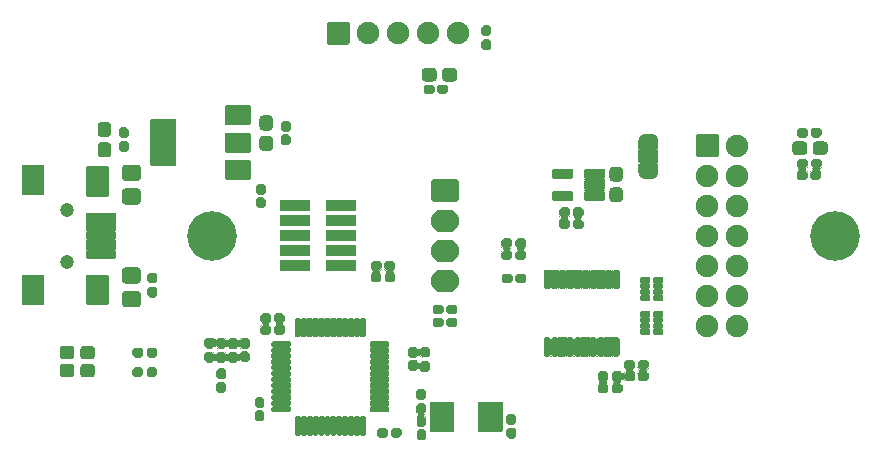
<source format=gts>
G04 #@! TF.GenerationSoftware,KiCad,Pcbnew,(5.1.10)-1*
G04 #@! TF.CreationDate,2021-07-15T21:28:37+02:00*
G04 #@! TF.ProjectId,MSPBMP,4d535042-4d50-42e6-9b69-6361645f7063,rev?*
G04 #@! TF.SameCoordinates,Original*
G04 #@! TF.FileFunction,Soldermask,Top*
G04 #@! TF.FilePolarity,Negative*
%FSLAX46Y46*%
G04 Gerber Fmt 4.6, Leading zero omitted, Abs format (unit mm)*
G04 Created by KiCad (PCBNEW (5.1.10)-1) date 2021-07-15 21:28:37*
%MOMM*%
%LPD*%
G01*
G04 APERTURE LIST*
%ADD10C,0.150000*%
%ADD11C,1.200000*%
%ADD12O,1.900000X1.900000*%
%ADD13C,4.200000*%
%ADD14O,2.390000X1.940000*%
G04 APERTURE END LIST*
G36*
G01*
X108500000Y-74400000D02*
X108200000Y-74400000D01*
G75*
G02*
X108050000Y-74250000I0J150000D01*
G01*
X108050000Y-72875000D01*
G75*
G02*
X108200000Y-72725000I150000J0D01*
G01*
X108500000Y-72725000D01*
G75*
G02*
X108650000Y-72875000I0J-150000D01*
G01*
X108650000Y-74250000D01*
G75*
G02*
X108500000Y-74400000I-150000J0D01*
G01*
G37*
G36*
G01*
X109150000Y-74400000D02*
X108850000Y-74400000D01*
G75*
G02*
X108700000Y-74250000I0J150000D01*
G01*
X108700000Y-72875000D01*
G75*
G02*
X108850000Y-72725000I150000J0D01*
G01*
X109150000Y-72725000D01*
G75*
G02*
X109300000Y-72875000I0J-150000D01*
G01*
X109300000Y-74250000D01*
G75*
G02*
X109150000Y-74400000I-150000J0D01*
G01*
G37*
G36*
G01*
X109800000Y-74400000D02*
X109500000Y-74400000D01*
G75*
G02*
X109350000Y-74250000I0J150000D01*
G01*
X109350000Y-72875000D01*
G75*
G02*
X109500000Y-72725000I150000J0D01*
G01*
X109800000Y-72725000D01*
G75*
G02*
X109950000Y-72875000I0J-150000D01*
G01*
X109950000Y-74250000D01*
G75*
G02*
X109800000Y-74400000I-150000J0D01*
G01*
G37*
G36*
G01*
X110450000Y-74400000D02*
X110150000Y-74400000D01*
G75*
G02*
X110000000Y-74250000I0J150000D01*
G01*
X110000000Y-72875000D01*
G75*
G02*
X110150000Y-72725000I150000J0D01*
G01*
X110450000Y-72725000D01*
G75*
G02*
X110600000Y-72875000I0J-150000D01*
G01*
X110600000Y-74250000D01*
G75*
G02*
X110450000Y-74400000I-150000J0D01*
G01*
G37*
G36*
G01*
X111100000Y-74400000D02*
X110800000Y-74400000D01*
G75*
G02*
X110650000Y-74250000I0J150000D01*
G01*
X110650000Y-72875000D01*
G75*
G02*
X110800000Y-72725000I150000J0D01*
G01*
X111100000Y-72725000D01*
G75*
G02*
X111250000Y-72875000I0J-150000D01*
G01*
X111250000Y-74250000D01*
G75*
G02*
X111100000Y-74400000I-150000J0D01*
G01*
G37*
G36*
G01*
X111750000Y-74400000D02*
X111450000Y-74400000D01*
G75*
G02*
X111300000Y-74250000I0J150000D01*
G01*
X111300000Y-72875000D01*
G75*
G02*
X111450000Y-72725000I150000J0D01*
G01*
X111750000Y-72725000D01*
G75*
G02*
X111900000Y-72875000I0J-150000D01*
G01*
X111900000Y-74250000D01*
G75*
G02*
X111750000Y-74400000I-150000J0D01*
G01*
G37*
G36*
G01*
X112400000Y-74400000D02*
X112100000Y-74400000D01*
G75*
G02*
X111950000Y-74250000I0J150000D01*
G01*
X111950000Y-72875000D01*
G75*
G02*
X112100000Y-72725000I150000J0D01*
G01*
X112400000Y-72725000D01*
G75*
G02*
X112550000Y-72875000I0J-150000D01*
G01*
X112550000Y-74250000D01*
G75*
G02*
X112400000Y-74400000I-150000J0D01*
G01*
G37*
G36*
G01*
X113050000Y-74400000D02*
X112750000Y-74400000D01*
G75*
G02*
X112600000Y-74250000I0J150000D01*
G01*
X112600000Y-72875000D01*
G75*
G02*
X112750000Y-72725000I150000J0D01*
G01*
X113050000Y-72725000D01*
G75*
G02*
X113200000Y-72875000I0J-150000D01*
G01*
X113200000Y-74250000D01*
G75*
G02*
X113050000Y-74400000I-150000J0D01*
G01*
G37*
G36*
G01*
X113700000Y-74400000D02*
X113400000Y-74400000D01*
G75*
G02*
X113250000Y-74250000I0J150000D01*
G01*
X113250000Y-72875000D01*
G75*
G02*
X113400000Y-72725000I150000J0D01*
G01*
X113700000Y-72725000D01*
G75*
G02*
X113850000Y-72875000I0J-150000D01*
G01*
X113850000Y-74250000D01*
G75*
G02*
X113700000Y-74400000I-150000J0D01*
G01*
G37*
G36*
G01*
X114350000Y-74400000D02*
X114050000Y-74400000D01*
G75*
G02*
X113900000Y-74250000I0J150000D01*
G01*
X113900000Y-72875000D01*
G75*
G02*
X114050000Y-72725000I150000J0D01*
G01*
X114350000Y-72725000D01*
G75*
G02*
X114500000Y-72875000I0J-150000D01*
G01*
X114500000Y-74250000D01*
G75*
G02*
X114350000Y-74400000I-150000J0D01*
G01*
G37*
G36*
G01*
X114350000Y-80125000D02*
X114050000Y-80125000D01*
G75*
G02*
X113900000Y-79975000I0J150000D01*
G01*
X113900000Y-78600000D01*
G75*
G02*
X114050000Y-78450000I150000J0D01*
G01*
X114350000Y-78450000D01*
G75*
G02*
X114500000Y-78600000I0J-150000D01*
G01*
X114500000Y-79975000D01*
G75*
G02*
X114350000Y-80125000I-150000J0D01*
G01*
G37*
G36*
G01*
X113700000Y-80125000D02*
X113400000Y-80125000D01*
G75*
G02*
X113250000Y-79975000I0J150000D01*
G01*
X113250000Y-78600000D01*
G75*
G02*
X113400000Y-78450000I150000J0D01*
G01*
X113700000Y-78450000D01*
G75*
G02*
X113850000Y-78600000I0J-150000D01*
G01*
X113850000Y-79975000D01*
G75*
G02*
X113700000Y-80125000I-150000J0D01*
G01*
G37*
G36*
G01*
X113050000Y-80125000D02*
X112750000Y-80125000D01*
G75*
G02*
X112600000Y-79975000I0J150000D01*
G01*
X112600000Y-78600000D01*
G75*
G02*
X112750000Y-78450000I150000J0D01*
G01*
X113050000Y-78450000D01*
G75*
G02*
X113200000Y-78600000I0J-150000D01*
G01*
X113200000Y-79975000D01*
G75*
G02*
X113050000Y-80125000I-150000J0D01*
G01*
G37*
G36*
G01*
X112400000Y-80125000D02*
X112100000Y-80125000D01*
G75*
G02*
X111950000Y-79975000I0J150000D01*
G01*
X111950000Y-78600000D01*
G75*
G02*
X112100000Y-78450000I150000J0D01*
G01*
X112400000Y-78450000D01*
G75*
G02*
X112550000Y-78600000I0J-150000D01*
G01*
X112550000Y-79975000D01*
G75*
G02*
X112400000Y-80125000I-150000J0D01*
G01*
G37*
G36*
G01*
X111750000Y-80125000D02*
X111450000Y-80125000D01*
G75*
G02*
X111300000Y-79975000I0J150000D01*
G01*
X111300000Y-78600000D01*
G75*
G02*
X111450000Y-78450000I150000J0D01*
G01*
X111750000Y-78450000D01*
G75*
G02*
X111900000Y-78600000I0J-150000D01*
G01*
X111900000Y-79975000D01*
G75*
G02*
X111750000Y-80125000I-150000J0D01*
G01*
G37*
G36*
G01*
X111100000Y-80125000D02*
X110800000Y-80125000D01*
G75*
G02*
X110650000Y-79975000I0J150000D01*
G01*
X110650000Y-78600000D01*
G75*
G02*
X110800000Y-78450000I150000J0D01*
G01*
X111100000Y-78450000D01*
G75*
G02*
X111250000Y-78600000I0J-150000D01*
G01*
X111250000Y-79975000D01*
G75*
G02*
X111100000Y-80125000I-150000J0D01*
G01*
G37*
G36*
G01*
X110450000Y-80125000D02*
X110150000Y-80125000D01*
G75*
G02*
X110000000Y-79975000I0J150000D01*
G01*
X110000000Y-78600000D01*
G75*
G02*
X110150000Y-78450000I150000J0D01*
G01*
X110450000Y-78450000D01*
G75*
G02*
X110600000Y-78600000I0J-150000D01*
G01*
X110600000Y-79975000D01*
G75*
G02*
X110450000Y-80125000I-150000J0D01*
G01*
G37*
G36*
G01*
X109800000Y-80125000D02*
X109500000Y-80125000D01*
G75*
G02*
X109350000Y-79975000I0J150000D01*
G01*
X109350000Y-78600000D01*
G75*
G02*
X109500000Y-78450000I150000J0D01*
G01*
X109800000Y-78450000D01*
G75*
G02*
X109950000Y-78600000I0J-150000D01*
G01*
X109950000Y-79975000D01*
G75*
G02*
X109800000Y-80125000I-150000J0D01*
G01*
G37*
G36*
G01*
X109150000Y-80125000D02*
X108850000Y-80125000D01*
G75*
G02*
X108700000Y-79975000I0J150000D01*
G01*
X108700000Y-78600000D01*
G75*
G02*
X108850000Y-78450000I150000J0D01*
G01*
X109150000Y-78450000D01*
G75*
G02*
X109300000Y-78600000I0J-150000D01*
G01*
X109300000Y-79975000D01*
G75*
G02*
X109150000Y-80125000I-150000J0D01*
G01*
G37*
G36*
G01*
X108500000Y-80125000D02*
X108200000Y-80125000D01*
G75*
G02*
X108050000Y-79975000I0J150000D01*
G01*
X108050000Y-78600000D01*
G75*
G02*
X108200000Y-78450000I150000J0D01*
G01*
X108500000Y-78450000D01*
G75*
G02*
X108650000Y-78600000I0J-150000D01*
G01*
X108650000Y-79975000D01*
G75*
G02*
X108500000Y-80125000I-150000J0D01*
G01*
G37*
G36*
G01*
X116250000Y-73825000D02*
X116250000Y-73425000D01*
G75*
G02*
X116350000Y-73325000I100000J0D01*
G01*
X116950000Y-73325000D01*
G75*
G02*
X117050000Y-73425000I0J-100000D01*
G01*
X117050000Y-73825000D01*
G75*
G02*
X116950000Y-73925000I-100000J0D01*
G01*
X116350000Y-73925000D01*
G75*
G02*
X116250000Y-73825000I0J100000D01*
G01*
G37*
G36*
G01*
X116250000Y-74775000D02*
X116250000Y-74475000D01*
G75*
G02*
X116350000Y-74375000I100000J0D01*
G01*
X116950000Y-74375000D01*
G75*
G02*
X117050000Y-74475000I0J-100000D01*
G01*
X117050000Y-74775000D01*
G75*
G02*
X116950000Y-74875000I-100000J0D01*
G01*
X116350000Y-74875000D01*
G75*
G02*
X116250000Y-74775000I0J100000D01*
G01*
G37*
G36*
G01*
X116250000Y-74275000D02*
X116250000Y-73975000D01*
G75*
G02*
X116350000Y-73875000I100000J0D01*
G01*
X116950000Y-73875000D01*
G75*
G02*
X117050000Y-73975000I0J-100000D01*
G01*
X117050000Y-74275000D01*
G75*
G02*
X116950000Y-74375000I-100000J0D01*
G01*
X116350000Y-74375000D01*
G75*
G02*
X116250000Y-74275000I0J100000D01*
G01*
G37*
G36*
G01*
X116250000Y-75325000D02*
X116250000Y-74925000D01*
G75*
G02*
X116350000Y-74825000I100000J0D01*
G01*
X116950000Y-74825000D01*
G75*
G02*
X117050000Y-74925000I0J-100000D01*
G01*
X117050000Y-75325000D01*
G75*
G02*
X116950000Y-75425000I-100000J0D01*
G01*
X116350000Y-75425000D01*
G75*
G02*
X116250000Y-75325000I0J100000D01*
G01*
G37*
G36*
G01*
X117350000Y-74275000D02*
X117350000Y-73975000D01*
G75*
G02*
X117450000Y-73875000I100000J0D01*
G01*
X118050000Y-73875000D01*
G75*
G02*
X118150000Y-73975000I0J-100000D01*
G01*
X118150000Y-74275000D01*
G75*
G02*
X118050000Y-74375000I-100000J0D01*
G01*
X117450000Y-74375000D01*
G75*
G02*
X117350000Y-74275000I0J100000D01*
G01*
G37*
G36*
G01*
X117350000Y-73825000D02*
X117350000Y-73425000D01*
G75*
G02*
X117450000Y-73325000I100000J0D01*
G01*
X118050000Y-73325000D01*
G75*
G02*
X118150000Y-73425000I0J-100000D01*
G01*
X118150000Y-73825000D01*
G75*
G02*
X118050000Y-73925000I-100000J0D01*
G01*
X117450000Y-73925000D01*
G75*
G02*
X117350000Y-73825000I0J100000D01*
G01*
G37*
G36*
G01*
X117350000Y-74775000D02*
X117350000Y-74475000D01*
G75*
G02*
X117450000Y-74375000I100000J0D01*
G01*
X118050000Y-74375000D01*
G75*
G02*
X118150000Y-74475000I0J-100000D01*
G01*
X118150000Y-74775000D01*
G75*
G02*
X118050000Y-74875000I-100000J0D01*
G01*
X117450000Y-74875000D01*
G75*
G02*
X117350000Y-74775000I0J100000D01*
G01*
G37*
G36*
G01*
X117350000Y-75325000D02*
X117350000Y-74925000D01*
G75*
G02*
X117450000Y-74825000I100000J0D01*
G01*
X118050000Y-74825000D01*
G75*
G02*
X118150000Y-74925000I0J-100000D01*
G01*
X118150000Y-75325000D01*
G75*
G02*
X118050000Y-75425000I-100000J0D01*
G01*
X117450000Y-75425000D01*
G75*
G02*
X117350000Y-75325000I0J100000D01*
G01*
G37*
G36*
G01*
X116250000Y-76700000D02*
X116250000Y-76300000D01*
G75*
G02*
X116350000Y-76200000I100000J0D01*
G01*
X116950000Y-76200000D01*
G75*
G02*
X117050000Y-76300000I0J-100000D01*
G01*
X117050000Y-76700000D01*
G75*
G02*
X116950000Y-76800000I-100000J0D01*
G01*
X116350000Y-76800000D01*
G75*
G02*
X116250000Y-76700000I0J100000D01*
G01*
G37*
G36*
G01*
X116250000Y-77650000D02*
X116250000Y-77350000D01*
G75*
G02*
X116350000Y-77250000I100000J0D01*
G01*
X116950000Y-77250000D01*
G75*
G02*
X117050000Y-77350000I0J-100000D01*
G01*
X117050000Y-77650000D01*
G75*
G02*
X116950000Y-77750000I-100000J0D01*
G01*
X116350000Y-77750000D01*
G75*
G02*
X116250000Y-77650000I0J100000D01*
G01*
G37*
G36*
G01*
X116250000Y-77150000D02*
X116250000Y-76850000D01*
G75*
G02*
X116350000Y-76750000I100000J0D01*
G01*
X116950000Y-76750000D01*
G75*
G02*
X117050000Y-76850000I0J-100000D01*
G01*
X117050000Y-77150000D01*
G75*
G02*
X116950000Y-77250000I-100000J0D01*
G01*
X116350000Y-77250000D01*
G75*
G02*
X116250000Y-77150000I0J100000D01*
G01*
G37*
G36*
G01*
X116250000Y-78200000D02*
X116250000Y-77800000D01*
G75*
G02*
X116350000Y-77700000I100000J0D01*
G01*
X116950000Y-77700000D01*
G75*
G02*
X117050000Y-77800000I0J-100000D01*
G01*
X117050000Y-78200000D01*
G75*
G02*
X116950000Y-78300000I-100000J0D01*
G01*
X116350000Y-78300000D01*
G75*
G02*
X116250000Y-78200000I0J100000D01*
G01*
G37*
G36*
G01*
X117350000Y-77150000D02*
X117350000Y-76850000D01*
G75*
G02*
X117450000Y-76750000I100000J0D01*
G01*
X118050000Y-76750000D01*
G75*
G02*
X118150000Y-76850000I0J-100000D01*
G01*
X118150000Y-77150000D01*
G75*
G02*
X118050000Y-77250000I-100000J0D01*
G01*
X117450000Y-77250000D01*
G75*
G02*
X117350000Y-77150000I0J100000D01*
G01*
G37*
G36*
G01*
X117350000Y-76700000D02*
X117350000Y-76300000D01*
G75*
G02*
X117450000Y-76200000I100000J0D01*
G01*
X118050000Y-76200000D01*
G75*
G02*
X118150000Y-76300000I0J-100000D01*
G01*
X118150000Y-76700000D01*
G75*
G02*
X118050000Y-76800000I-100000J0D01*
G01*
X117450000Y-76800000D01*
G75*
G02*
X117350000Y-76700000I0J100000D01*
G01*
G37*
G36*
G01*
X117350000Y-77650000D02*
X117350000Y-77350000D01*
G75*
G02*
X117450000Y-77250000I100000J0D01*
G01*
X118050000Y-77250000D01*
G75*
G02*
X118150000Y-77350000I0J-100000D01*
G01*
X118150000Y-77650000D01*
G75*
G02*
X118050000Y-77750000I-100000J0D01*
G01*
X117450000Y-77750000D01*
G75*
G02*
X117350000Y-77650000I0J100000D01*
G01*
G37*
G36*
G01*
X117350000Y-78200000D02*
X117350000Y-77800000D01*
G75*
G02*
X117450000Y-77700000I100000J0D01*
G01*
X118050000Y-77700000D01*
G75*
G02*
X118150000Y-77800000I0J-100000D01*
G01*
X118150000Y-78200000D01*
G75*
G02*
X118050000Y-78300000I-100000J0D01*
G01*
X117450000Y-78300000D01*
G75*
G02*
X117350000Y-78200000I0J100000D01*
G01*
G37*
G36*
G01*
X110555000Y-66175000D02*
X110555000Y-66825000D01*
G75*
G02*
X110455000Y-66925000I-100000J0D01*
G01*
X108895000Y-66925000D01*
G75*
G02*
X108795000Y-66825000I0J100000D01*
G01*
X108795000Y-66175000D01*
G75*
G02*
X108895000Y-66075000I100000J0D01*
G01*
X110455000Y-66075000D01*
G75*
G02*
X110555000Y-66175000I0J-100000D01*
G01*
G37*
G36*
G01*
X110555000Y-64275000D02*
X110555000Y-64925000D01*
G75*
G02*
X110455000Y-65025000I-100000J0D01*
G01*
X108895000Y-65025000D01*
G75*
G02*
X108795000Y-64925000I0J100000D01*
G01*
X108795000Y-64275000D01*
G75*
G02*
X108895000Y-64175000I100000J0D01*
G01*
X110455000Y-64175000D01*
G75*
G02*
X110555000Y-64275000I0J-100000D01*
G01*
G37*
G36*
G01*
X113255000Y-64275000D02*
X113255000Y-64925000D01*
G75*
G02*
X113155000Y-65025000I-100000J0D01*
G01*
X111595000Y-65025000D01*
G75*
G02*
X111495000Y-64925000I0J100000D01*
G01*
X111495000Y-64275000D01*
G75*
G02*
X111595000Y-64175000I100000J0D01*
G01*
X113155000Y-64175000D01*
G75*
G02*
X113255000Y-64275000I0J-100000D01*
G01*
G37*
G36*
G01*
X113255000Y-65225000D02*
X113255000Y-65875000D01*
G75*
G02*
X113155000Y-65975000I-100000J0D01*
G01*
X111595000Y-65975000D01*
G75*
G02*
X111495000Y-65875000I0J100000D01*
G01*
X111495000Y-65225000D01*
G75*
G02*
X111595000Y-65125000I100000J0D01*
G01*
X113155000Y-65125000D01*
G75*
G02*
X113255000Y-65225000I0J-100000D01*
G01*
G37*
G36*
G01*
X113255000Y-66175000D02*
X113255000Y-66825000D01*
G75*
G02*
X113155000Y-66925000I-100000J0D01*
G01*
X111595000Y-66925000D01*
G75*
G02*
X111495000Y-66825000I0J100000D01*
G01*
X111495000Y-66175000D01*
G75*
G02*
X111595000Y-66075000I100000J0D01*
G01*
X113155000Y-66075000D01*
G75*
G02*
X113255000Y-66175000I0J-100000D01*
G01*
G37*
D10*
G36*
X116076921Y-63880491D02*
G01*
X116082612Y-63861732D01*
X116091853Y-63844443D01*
X116104289Y-63829289D01*
X116119443Y-63816853D01*
X116136732Y-63807612D01*
X116155491Y-63801921D01*
X116175000Y-63800000D01*
X117675000Y-63800000D01*
X117694509Y-63801921D01*
X117713268Y-63807612D01*
X117730557Y-63816853D01*
X117745711Y-63829289D01*
X117758147Y-63844443D01*
X117767388Y-63861732D01*
X117773079Y-63880491D01*
X117775000Y-63900000D01*
X117775000Y-64450000D01*
X117774398Y-64456114D01*
X117774398Y-64474534D01*
X117773916Y-64484337D01*
X117769106Y-64533168D01*
X117767667Y-64542873D01*
X117758095Y-64590998D01*
X117755710Y-64600519D01*
X117741466Y-64647474D01*
X117738160Y-64656712D01*
X117719383Y-64702045D01*
X117715186Y-64710919D01*
X117692055Y-64754192D01*
X117687012Y-64762607D01*
X117659752Y-64803406D01*
X117653905Y-64811290D01*
X117622777Y-64849219D01*
X117616187Y-64856490D01*
X117581490Y-64891187D01*
X117574219Y-64897777D01*
X117536290Y-64928905D01*
X117528406Y-64934752D01*
X117487607Y-64962012D01*
X117479192Y-64967055D01*
X117435919Y-64990186D01*
X117427045Y-64994383D01*
X117381712Y-65013160D01*
X117372474Y-65016466D01*
X117325519Y-65030710D01*
X117315998Y-65033095D01*
X117267873Y-65042667D01*
X117258168Y-65044106D01*
X117209337Y-65048916D01*
X117199534Y-65049398D01*
X117181114Y-65049398D01*
X117175000Y-65050000D01*
X116675000Y-65050000D01*
X116668886Y-65049398D01*
X116650466Y-65049398D01*
X116640663Y-65048916D01*
X116591832Y-65044106D01*
X116582127Y-65042667D01*
X116534002Y-65033095D01*
X116524481Y-65030710D01*
X116477526Y-65016466D01*
X116468288Y-65013160D01*
X116422955Y-64994383D01*
X116414081Y-64990186D01*
X116370808Y-64967055D01*
X116362393Y-64962012D01*
X116321594Y-64934752D01*
X116313710Y-64928905D01*
X116275781Y-64897777D01*
X116268510Y-64891187D01*
X116233813Y-64856490D01*
X116227223Y-64849219D01*
X116196095Y-64811290D01*
X116190248Y-64803406D01*
X116162988Y-64762607D01*
X116157945Y-64754192D01*
X116134814Y-64710919D01*
X116130617Y-64702045D01*
X116111840Y-64656712D01*
X116108534Y-64647474D01*
X116094290Y-64600519D01*
X116091905Y-64590998D01*
X116082333Y-64542873D01*
X116080894Y-64533168D01*
X116076084Y-64484337D01*
X116075602Y-64474534D01*
X116075602Y-64456114D01*
X116075000Y-64450000D01*
X116075000Y-63900000D01*
X116076921Y-63880491D01*
G37*
G36*
G01*
X117675000Y-63750000D02*
X116175000Y-63750000D01*
G75*
G02*
X116075000Y-63650000I0J100000D01*
G01*
X116075000Y-62650000D01*
G75*
G02*
X116175000Y-62550000I100000J0D01*
G01*
X117675000Y-62550000D01*
G75*
G02*
X117775000Y-62650000I0J-100000D01*
G01*
X117775000Y-63650000D01*
G75*
G02*
X117675000Y-63750000I-100000J0D01*
G01*
G37*
G36*
X116075602Y-61843886D02*
G01*
X116075602Y-61825466D01*
X116076084Y-61815663D01*
X116080894Y-61766832D01*
X116082333Y-61757127D01*
X116091905Y-61709002D01*
X116094290Y-61699481D01*
X116108534Y-61652526D01*
X116111840Y-61643288D01*
X116130617Y-61597955D01*
X116134814Y-61589081D01*
X116157945Y-61545808D01*
X116162988Y-61537393D01*
X116190248Y-61496594D01*
X116196095Y-61488710D01*
X116227223Y-61450781D01*
X116233813Y-61443510D01*
X116268510Y-61408813D01*
X116275781Y-61402223D01*
X116313710Y-61371095D01*
X116321594Y-61365248D01*
X116362393Y-61337988D01*
X116370808Y-61332945D01*
X116414081Y-61309814D01*
X116422955Y-61305617D01*
X116468288Y-61286840D01*
X116477526Y-61283534D01*
X116524481Y-61269290D01*
X116534002Y-61266905D01*
X116582127Y-61257333D01*
X116591832Y-61255894D01*
X116640663Y-61251084D01*
X116650466Y-61250602D01*
X116668886Y-61250602D01*
X116675000Y-61250000D01*
X117175000Y-61250000D01*
X117181114Y-61250602D01*
X117199534Y-61250602D01*
X117209337Y-61251084D01*
X117258168Y-61255894D01*
X117267873Y-61257333D01*
X117315998Y-61266905D01*
X117325519Y-61269290D01*
X117372474Y-61283534D01*
X117381712Y-61286840D01*
X117427045Y-61305617D01*
X117435919Y-61309814D01*
X117479192Y-61332945D01*
X117487607Y-61337988D01*
X117528406Y-61365248D01*
X117536290Y-61371095D01*
X117574219Y-61402223D01*
X117581490Y-61408813D01*
X117616187Y-61443510D01*
X117622777Y-61450781D01*
X117653905Y-61488710D01*
X117659752Y-61496594D01*
X117687012Y-61537393D01*
X117692055Y-61545808D01*
X117715186Y-61589081D01*
X117719383Y-61597955D01*
X117738160Y-61643288D01*
X117741466Y-61652526D01*
X117755710Y-61699481D01*
X117758095Y-61709002D01*
X117767667Y-61757127D01*
X117769106Y-61766832D01*
X117773916Y-61815663D01*
X117774398Y-61825466D01*
X117774398Y-61843886D01*
X117775000Y-61850000D01*
X117775000Y-62400000D01*
X117773079Y-62419509D01*
X117767388Y-62438268D01*
X117758147Y-62455557D01*
X117745711Y-62470711D01*
X117730557Y-62483147D01*
X117713268Y-62492388D01*
X117694509Y-62498079D01*
X117675000Y-62500000D01*
X116175000Y-62500000D01*
X116155491Y-62498079D01*
X116136732Y-62492388D01*
X116119443Y-62483147D01*
X116104289Y-62470711D01*
X116091853Y-62455557D01*
X116082612Y-62438268D01*
X116076921Y-62419509D01*
X116075000Y-62400000D01*
X116075000Y-61850000D01*
X116075602Y-61843886D01*
G37*
G36*
G01*
X113912500Y-65775000D02*
X114487500Y-65775000D01*
G75*
G02*
X114775000Y-66062500I0J-287500D01*
G01*
X114775000Y-66737500D01*
G75*
G02*
X114487500Y-67025000I-287500J0D01*
G01*
X113912500Y-67025000D01*
G75*
G02*
X113625000Y-66737500I0J287500D01*
G01*
X113625000Y-66062500D01*
G75*
G02*
X113912500Y-65775000I287500J0D01*
G01*
G37*
G36*
G01*
X113912500Y-64025000D02*
X114487500Y-64025000D01*
G75*
G02*
X114775000Y-64312500I0J-287500D01*
G01*
X114775000Y-64987500D01*
G75*
G02*
X114487500Y-65275000I-287500J0D01*
G01*
X113912500Y-65275000D01*
G75*
G02*
X113625000Y-64987500I0J287500D01*
G01*
X113625000Y-64312500D01*
G75*
G02*
X113912500Y-64025000I287500J0D01*
G01*
G37*
G36*
G01*
X85695000Y-67680000D02*
X85695000Y-66940000D01*
G75*
G02*
X85795000Y-66840000I100000J0D01*
G01*
X88195000Y-66840000D01*
G75*
G02*
X88295000Y-66940000I0J-100000D01*
G01*
X88295000Y-67680000D01*
G75*
G02*
X88195000Y-67780000I-100000J0D01*
G01*
X85795000Y-67780000D01*
G75*
G02*
X85695000Y-67680000I0J100000D01*
G01*
G37*
G36*
G01*
X89595000Y-67680000D02*
X89595000Y-66940000D01*
G75*
G02*
X89695000Y-66840000I100000J0D01*
G01*
X92095000Y-66840000D01*
G75*
G02*
X92195000Y-66940000I0J-100000D01*
G01*
X92195000Y-67680000D01*
G75*
G02*
X92095000Y-67780000I-100000J0D01*
G01*
X89695000Y-67780000D01*
G75*
G02*
X89595000Y-67680000I0J100000D01*
G01*
G37*
G36*
G01*
X85695000Y-68950000D02*
X85695000Y-68210000D01*
G75*
G02*
X85795000Y-68110000I100000J0D01*
G01*
X88195000Y-68110000D01*
G75*
G02*
X88295000Y-68210000I0J-100000D01*
G01*
X88295000Y-68950000D01*
G75*
G02*
X88195000Y-69050000I-100000J0D01*
G01*
X85795000Y-69050000D01*
G75*
G02*
X85695000Y-68950000I0J100000D01*
G01*
G37*
G36*
G01*
X89595000Y-68950000D02*
X89595000Y-68210000D01*
G75*
G02*
X89695000Y-68110000I100000J0D01*
G01*
X92095000Y-68110000D01*
G75*
G02*
X92195000Y-68210000I0J-100000D01*
G01*
X92195000Y-68950000D01*
G75*
G02*
X92095000Y-69050000I-100000J0D01*
G01*
X89695000Y-69050000D01*
G75*
G02*
X89595000Y-68950000I0J100000D01*
G01*
G37*
G36*
G01*
X85695000Y-70220000D02*
X85695000Y-69480000D01*
G75*
G02*
X85795000Y-69380000I100000J0D01*
G01*
X88195000Y-69380000D01*
G75*
G02*
X88295000Y-69480000I0J-100000D01*
G01*
X88295000Y-70220000D01*
G75*
G02*
X88195000Y-70320000I-100000J0D01*
G01*
X85795000Y-70320000D01*
G75*
G02*
X85695000Y-70220000I0J100000D01*
G01*
G37*
G36*
G01*
X89595000Y-70220000D02*
X89595000Y-69480000D01*
G75*
G02*
X89695000Y-69380000I100000J0D01*
G01*
X92095000Y-69380000D01*
G75*
G02*
X92195000Y-69480000I0J-100000D01*
G01*
X92195000Y-70220000D01*
G75*
G02*
X92095000Y-70320000I-100000J0D01*
G01*
X89695000Y-70320000D01*
G75*
G02*
X89595000Y-70220000I0J100000D01*
G01*
G37*
G36*
G01*
X85695000Y-71490000D02*
X85695000Y-70750000D01*
G75*
G02*
X85795000Y-70650000I100000J0D01*
G01*
X88195000Y-70650000D01*
G75*
G02*
X88295000Y-70750000I0J-100000D01*
G01*
X88295000Y-71490000D01*
G75*
G02*
X88195000Y-71590000I-100000J0D01*
G01*
X85795000Y-71590000D01*
G75*
G02*
X85695000Y-71490000I0J100000D01*
G01*
G37*
G36*
G01*
X89595000Y-71490000D02*
X89595000Y-70750000D01*
G75*
G02*
X89695000Y-70650000I100000J0D01*
G01*
X92095000Y-70650000D01*
G75*
G02*
X92195000Y-70750000I0J-100000D01*
G01*
X92195000Y-71490000D01*
G75*
G02*
X92095000Y-71590000I-100000J0D01*
G01*
X89695000Y-71590000D01*
G75*
G02*
X89595000Y-71490000I0J100000D01*
G01*
G37*
G36*
G01*
X85695000Y-72760000D02*
X85695000Y-72020000D01*
G75*
G02*
X85795000Y-71920000I100000J0D01*
G01*
X88195000Y-71920000D01*
G75*
G02*
X88295000Y-72020000I0J-100000D01*
G01*
X88295000Y-72760000D01*
G75*
G02*
X88195000Y-72860000I-100000J0D01*
G01*
X85795000Y-72860000D01*
G75*
G02*
X85695000Y-72760000I0J100000D01*
G01*
G37*
G36*
G01*
X89595000Y-72760000D02*
X89595000Y-72020000D01*
G75*
G02*
X89695000Y-71920000I100000J0D01*
G01*
X92095000Y-71920000D01*
G75*
G02*
X92195000Y-72020000I0J-100000D01*
G01*
X92195000Y-72760000D01*
G75*
G02*
X92095000Y-72860000I-100000J0D01*
G01*
X89695000Y-72860000D01*
G75*
G02*
X89595000Y-72760000I0J100000D01*
G01*
G37*
G36*
G01*
X82955000Y-79440000D02*
X82545000Y-79440000D01*
G75*
G02*
X82340000Y-79235000I0J205000D01*
G01*
X82340000Y-78710000D01*
G75*
G02*
X82545000Y-78505000I205000J0D01*
G01*
X82955000Y-78505000D01*
G75*
G02*
X83160000Y-78710000I0J-205000D01*
G01*
X83160000Y-79235000D01*
G75*
G02*
X82955000Y-79440000I-205000J0D01*
G01*
G37*
G36*
G01*
X82955000Y-80575000D02*
X82545000Y-80575000D01*
G75*
G02*
X82340000Y-80370000I0J205000D01*
G01*
X82340000Y-79845000D01*
G75*
G02*
X82545000Y-79640000I205000J0D01*
G01*
X82955000Y-79640000D01*
G75*
G02*
X83160000Y-79845000I0J-205000D01*
G01*
X83160000Y-80370000D01*
G75*
G02*
X82955000Y-80575000I-205000J0D01*
G01*
G37*
G36*
G01*
X80545000Y-82230000D02*
X80955000Y-82230000D01*
G75*
G02*
X81160000Y-82435000I0J-205000D01*
G01*
X81160000Y-82960000D01*
G75*
G02*
X80955000Y-83165000I-205000J0D01*
G01*
X80545000Y-83165000D01*
G75*
G02*
X80340000Y-82960000I0J205000D01*
G01*
X80340000Y-82435000D01*
G75*
G02*
X80545000Y-82230000I205000J0D01*
G01*
G37*
G36*
G01*
X80545000Y-81095000D02*
X80955000Y-81095000D01*
G75*
G02*
X81160000Y-81300000I0J-205000D01*
G01*
X81160000Y-81825000D01*
G75*
G02*
X80955000Y-82030000I-205000J0D01*
G01*
X80545000Y-82030000D01*
G75*
G02*
X80340000Y-81825000I0J205000D01*
G01*
X80340000Y-81300000D01*
G75*
G02*
X80545000Y-81095000I205000J0D01*
G01*
G37*
G36*
G01*
X105660000Y-71720000D02*
X105660000Y-71300000D01*
G75*
G02*
X105870000Y-71090000I210000J0D01*
G01*
X106365000Y-71090000D01*
G75*
G02*
X106575000Y-71300000I0J-210000D01*
G01*
X106575000Y-71720000D01*
G75*
G02*
X106365000Y-71930000I-210000J0D01*
G01*
X105870000Y-71930000D01*
G75*
G02*
X105660000Y-71720000I0J210000D01*
G01*
G37*
G36*
G01*
X104465000Y-71720000D02*
X104465000Y-71300000D01*
G75*
G02*
X104675000Y-71090000I210000J0D01*
G01*
X105170000Y-71090000D01*
G75*
G02*
X105380000Y-71300000I0J-210000D01*
G01*
X105380000Y-71720000D01*
G75*
G02*
X105170000Y-71930000I-210000J0D01*
G01*
X104675000Y-71930000D01*
G75*
G02*
X104465000Y-71720000I0J210000D01*
G01*
G37*
G36*
G01*
X105660000Y-70720000D02*
X105660000Y-70300000D01*
G75*
G02*
X105870000Y-70090000I210000J0D01*
G01*
X106365000Y-70090000D01*
G75*
G02*
X106575000Y-70300000I0J-210000D01*
G01*
X106575000Y-70720000D01*
G75*
G02*
X106365000Y-70930000I-210000J0D01*
G01*
X105870000Y-70930000D01*
G75*
G02*
X105660000Y-70720000I0J210000D01*
G01*
G37*
G36*
G01*
X104465000Y-70720000D02*
X104465000Y-70300000D01*
G75*
G02*
X104675000Y-70090000I210000J0D01*
G01*
X105170000Y-70090000D01*
G75*
G02*
X105380000Y-70300000I0J-210000D01*
G01*
X105380000Y-70720000D01*
G75*
G02*
X105170000Y-70930000I-210000J0D01*
G01*
X104675000Y-70930000D01*
G75*
G02*
X104465000Y-70720000I0J210000D01*
G01*
G37*
G36*
G01*
X130375000Y-62162500D02*
X130375000Y-62737500D01*
G75*
G02*
X130087500Y-63025000I-287500J0D01*
G01*
X129387500Y-63025000D01*
G75*
G02*
X129100000Y-62737500I0J287500D01*
G01*
X129100000Y-62162500D01*
G75*
G02*
X129387500Y-61875000I287500J0D01*
G01*
X130087500Y-61875000D01*
G75*
G02*
X130375000Y-62162500I0J-287500D01*
G01*
G37*
G36*
G01*
X132100000Y-62162500D02*
X132100000Y-62737500D01*
G75*
G02*
X131812500Y-63025000I-287500J0D01*
G01*
X131112500Y-63025000D01*
G75*
G02*
X130825000Y-62737500I0J287500D01*
G01*
X130825000Y-62162500D01*
G75*
G02*
X131112500Y-61875000I287500J0D01*
G01*
X131812500Y-61875000D01*
G75*
G02*
X132100000Y-62162500I0J-287500D01*
G01*
G37*
G36*
G01*
X99020000Y-57675000D02*
X99020000Y-57265000D01*
G75*
G02*
X99225000Y-57060000I205000J0D01*
G01*
X99750000Y-57060000D01*
G75*
G02*
X99955000Y-57265000I0J-205000D01*
G01*
X99955000Y-57675000D01*
G75*
G02*
X99750000Y-57880000I-205000J0D01*
G01*
X99225000Y-57880000D01*
G75*
G02*
X99020000Y-57675000I0J205000D01*
G01*
G37*
G36*
G01*
X97885000Y-57675000D02*
X97885000Y-57265000D01*
G75*
G02*
X98090000Y-57060000I205000J0D01*
G01*
X98615000Y-57060000D01*
G75*
G02*
X98820000Y-57265000I0J-205000D01*
G01*
X98820000Y-57675000D01*
G75*
G02*
X98615000Y-57880000I-205000J0D01*
G01*
X98090000Y-57880000D01*
G75*
G02*
X97885000Y-57675000I0J205000D01*
G01*
G37*
G36*
G01*
X99002500Y-55942500D02*
X99002500Y-56517500D01*
G75*
G02*
X98715000Y-56805000I-287500J0D01*
G01*
X98015000Y-56805000D01*
G75*
G02*
X97727500Y-56517500I0J287500D01*
G01*
X97727500Y-55942500D01*
G75*
G02*
X98015000Y-55655000I287500J0D01*
G01*
X98715000Y-55655000D01*
G75*
G02*
X99002500Y-55942500I0J-287500D01*
G01*
G37*
G36*
G01*
X100727500Y-55942500D02*
X100727500Y-56517500D01*
G75*
G02*
X100440000Y-56805000I-287500J0D01*
G01*
X99740000Y-56805000D01*
G75*
G02*
X99452500Y-56517500I0J287500D01*
G01*
X99452500Y-55942500D01*
G75*
G02*
X99740000Y-55655000I287500J0D01*
G01*
X100440000Y-55655000D01*
G75*
G02*
X100727500Y-55942500I0J-287500D01*
G01*
G37*
G36*
G01*
X113535000Y-81565000D02*
X113535000Y-81985000D01*
G75*
G02*
X113325000Y-82195000I-210000J0D01*
G01*
X112830000Y-82195000D01*
G75*
G02*
X112620000Y-81985000I0J210000D01*
G01*
X112620000Y-81565000D01*
G75*
G02*
X112830000Y-81355000I210000J0D01*
G01*
X113325000Y-81355000D01*
G75*
G02*
X113535000Y-81565000I0J-210000D01*
G01*
G37*
G36*
G01*
X114730000Y-81565000D02*
X114730000Y-81985000D01*
G75*
G02*
X114520000Y-82195000I-210000J0D01*
G01*
X114025000Y-82195000D01*
G75*
G02*
X113815000Y-81985000I0J210000D01*
G01*
X113815000Y-81565000D01*
G75*
G02*
X114025000Y-81355000I210000J0D01*
G01*
X114520000Y-81355000D01*
G75*
G02*
X114730000Y-81565000I0J-210000D01*
G01*
G37*
G36*
G01*
X113815000Y-82985000D02*
X113815000Y-82565000D01*
G75*
G02*
X114025000Y-82355000I210000J0D01*
G01*
X114520000Y-82355000D01*
G75*
G02*
X114730000Y-82565000I0J-210000D01*
G01*
X114730000Y-82985000D01*
G75*
G02*
X114520000Y-83195000I-210000J0D01*
G01*
X114025000Y-83195000D01*
G75*
G02*
X113815000Y-82985000I0J210000D01*
G01*
G37*
G36*
G01*
X112620000Y-82985000D02*
X112620000Y-82565000D01*
G75*
G02*
X112830000Y-82355000I210000J0D01*
G01*
X113325000Y-82355000D01*
G75*
G02*
X113535000Y-82565000I0J-210000D01*
G01*
X113535000Y-82985000D01*
G75*
G02*
X113325000Y-83195000I-210000J0D01*
G01*
X112830000Y-83195000D01*
G75*
G02*
X112620000Y-82985000I0J210000D01*
G01*
G37*
G36*
G01*
X130412500Y-63540000D02*
X130412500Y-63960000D01*
G75*
G02*
X130202500Y-64170000I-210000J0D01*
G01*
X129707500Y-64170000D01*
G75*
G02*
X129497500Y-63960000I0J210000D01*
G01*
X129497500Y-63540000D01*
G75*
G02*
X129707500Y-63330000I210000J0D01*
G01*
X130202500Y-63330000D01*
G75*
G02*
X130412500Y-63540000I0J-210000D01*
G01*
G37*
G36*
G01*
X131607500Y-63540000D02*
X131607500Y-63960000D01*
G75*
G02*
X131397500Y-64170000I-210000J0D01*
G01*
X130902500Y-64170000D01*
G75*
G02*
X130692500Y-63960000I0J210000D01*
G01*
X130692500Y-63540000D01*
G75*
G02*
X130902500Y-63330000I210000J0D01*
G01*
X131397500Y-63330000D01*
G75*
G02*
X131607500Y-63540000I0J-210000D01*
G01*
G37*
G36*
G01*
X94590000Y-73610000D02*
X94590000Y-73190000D01*
G75*
G02*
X94800000Y-72980000I210000J0D01*
G01*
X95295000Y-72980000D01*
G75*
G02*
X95505000Y-73190000I0J-210000D01*
G01*
X95505000Y-73610000D01*
G75*
G02*
X95295000Y-73820000I-210000J0D01*
G01*
X94800000Y-73820000D01*
G75*
G02*
X94590000Y-73610000I0J210000D01*
G01*
G37*
G36*
G01*
X93395000Y-73610000D02*
X93395000Y-73190000D01*
G75*
G02*
X93605000Y-72980000I210000J0D01*
G01*
X94100000Y-72980000D01*
G75*
G02*
X94310000Y-73190000I0J-210000D01*
G01*
X94310000Y-73610000D01*
G75*
G02*
X94100000Y-73820000I-210000J0D01*
G01*
X93605000Y-73820000D01*
G75*
G02*
X93395000Y-73610000I0J210000D01*
G01*
G37*
G36*
G01*
X74435000Y-81617000D02*
X74435000Y-81197000D01*
G75*
G02*
X74645000Y-80987000I210000J0D01*
G01*
X75140000Y-80987000D01*
G75*
G02*
X75350000Y-81197000I0J-210000D01*
G01*
X75350000Y-81617000D01*
G75*
G02*
X75140000Y-81827000I-210000J0D01*
G01*
X74645000Y-81827000D01*
G75*
G02*
X74435000Y-81617000I0J210000D01*
G01*
G37*
G36*
G01*
X73240000Y-81617000D02*
X73240000Y-81197000D01*
G75*
G02*
X73450000Y-80987000I210000J0D01*
G01*
X73945000Y-80987000D01*
G75*
G02*
X74155000Y-81197000I0J-210000D01*
G01*
X74155000Y-81617000D01*
G75*
G02*
X73945000Y-81827000I-210000J0D01*
G01*
X73450000Y-81827000D01*
G75*
G02*
X73240000Y-81617000I0J210000D01*
G01*
G37*
G36*
G01*
X103410000Y-52960000D02*
X102990000Y-52960000D01*
G75*
G02*
X102780000Y-52750000I0J210000D01*
G01*
X102780000Y-52255000D01*
G75*
G02*
X102990000Y-52045000I210000J0D01*
G01*
X103410000Y-52045000D01*
G75*
G02*
X103620000Y-52255000I0J-210000D01*
G01*
X103620000Y-52750000D01*
G75*
G02*
X103410000Y-52960000I-210000J0D01*
G01*
G37*
G36*
G01*
X103410000Y-54155000D02*
X102990000Y-54155000D01*
G75*
G02*
X102780000Y-53945000I0J210000D01*
G01*
X102780000Y-53450000D01*
G75*
G02*
X102990000Y-53240000I210000J0D01*
G01*
X103410000Y-53240000D01*
G75*
G02*
X103620000Y-53450000I0J-210000D01*
G01*
X103620000Y-53945000D01*
G75*
G02*
X103410000Y-54155000I-210000J0D01*
G01*
G37*
G36*
G01*
X97910000Y-83760000D02*
X97490000Y-83760000D01*
G75*
G02*
X97280000Y-83550000I0J210000D01*
G01*
X97280000Y-83055000D01*
G75*
G02*
X97490000Y-82845000I210000J0D01*
G01*
X97910000Y-82845000D01*
G75*
G02*
X98120000Y-83055000I0J-210000D01*
G01*
X98120000Y-83550000D01*
G75*
G02*
X97910000Y-83760000I-210000J0D01*
G01*
G37*
G36*
G01*
X97910000Y-84955000D02*
X97490000Y-84955000D01*
G75*
G02*
X97280000Y-84745000I0J210000D01*
G01*
X97280000Y-84250000D01*
G75*
G02*
X97490000Y-84040000I210000J0D01*
G01*
X97910000Y-84040000D01*
G75*
G02*
X98120000Y-84250000I0J-210000D01*
G01*
X98120000Y-84745000D01*
G75*
G02*
X97910000Y-84955000I-210000J0D01*
G01*
G37*
G36*
G01*
X74435000Y-79966000D02*
X74435000Y-79546000D01*
G75*
G02*
X74645000Y-79336000I210000J0D01*
G01*
X75140000Y-79336000D01*
G75*
G02*
X75350000Y-79546000I0J-210000D01*
G01*
X75350000Y-79966000D01*
G75*
G02*
X75140000Y-80176000I-210000J0D01*
G01*
X74645000Y-80176000D01*
G75*
G02*
X74435000Y-79966000I0J210000D01*
G01*
G37*
G36*
G01*
X73240000Y-79966000D02*
X73240000Y-79546000D01*
G75*
G02*
X73450000Y-79336000I210000J0D01*
G01*
X73945000Y-79336000D01*
G75*
G02*
X74155000Y-79546000I0J-210000D01*
G01*
X74155000Y-79966000D01*
G75*
G02*
X73945000Y-80176000I-210000J0D01*
G01*
X73450000Y-80176000D01*
G75*
G02*
X73240000Y-79966000I0J210000D01*
G01*
G37*
G36*
G01*
X81960000Y-79420000D02*
X81540000Y-79420000D01*
G75*
G02*
X81330000Y-79210000I0J210000D01*
G01*
X81330000Y-78715000D01*
G75*
G02*
X81540000Y-78505000I210000J0D01*
G01*
X81960000Y-78505000D01*
G75*
G02*
X82170000Y-78715000I0J-210000D01*
G01*
X82170000Y-79210000D01*
G75*
G02*
X81960000Y-79420000I-210000J0D01*
G01*
G37*
G36*
G01*
X81960000Y-80615000D02*
X81540000Y-80615000D01*
G75*
G02*
X81330000Y-80405000I0J210000D01*
G01*
X81330000Y-79910000D01*
G75*
G02*
X81540000Y-79700000I210000J0D01*
G01*
X81960000Y-79700000D01*
G75*
G02*
X82170000Y-79910000I0J-210000D01*
G01*
X82170000Y-80405000D01*
G75*
G02*
X81960000Y-80615000I-210000J0D01*
G01*
G37*
G36*
G01*
X80960000Y-79420000D02*
X80540000Y-79420000D01*
G75*
G02*
X80330000Y-79210000I0J210000D01*
G01*
X80330000Y-78715000D01*
G75*
G02*
X80540000Y-78505000I210000J0D01*
G01*
X80960000Y-78505000D01*
G75*
G02*
X81170000Y-78715000I0J-210000D01*
G01*
X81170000Y-79210000D01*
G75*
G02*
X80960000Y-79420000I-210000J0D01*
G01*
G37*
G36*
G01*
X80960000Y-80615000D02*
X80540000Y-80615000D01*
G75*
G02*
X80330000Y-80405000I0J210000D01*
G01*
X80330000Y-79910000D01*
G75*
G02*
X80540000Y-79700000I210000J0D01*
G01*
X80960000Y-79700000D01*
G75*
G02*
X81170000Y-79910000I0J-210000D01*
G01*
X81170000Y-80405000D01*
G75*
G02*
X80960000Y-80615000I-210000J0D01*
G01*
G37*
G36*
G01*
X79540000Y-79700000D02*
X79960000Y-79700000D01*
G75*
G02*
X80170000Y-79910000I0J-210000D01*
G01*
X80170000Y-80405000D01*
G75*
G02*
X79960000Y-80615000I-210000J0D01*
G01*
X79540000Y-80615000D01*
G75*
G02*
X79330000Y-80405000I0J210000D01*
G01*
X79330000Y-79910000D01*
G75*
G02*
X79540000Y-79700000I210000J0D01*
G01*
G37*
G36*
G01*
X79540000Y-78505000D02*
X79960000Y-78505000D01*
G75*
G02*
X80170000Y-78715000I0J-210000D01*
G01*
X80170000Y-79210000D01*
G75*
G02*
X79960000Y-79420000I-210000J0D01*
G01*
X79540000Y-79420000D01*
G75*
G02*
X79330000Y-79210000I0J210000D01*
G01*
X79330000Y-78715000D01*
G75*
G02*
X79540000Y-78505000I210000J0D01*
G01*
G37*
G36*
G01*
X75140000Y-73901000D02*
X74720000Y-73901000D01*
G75*
G02*
X74510000Y-73691000I0J210000D01*
G01*
X74510000Y-73196000D01*
G75*
G02*
X74720000Y-72986000I210000J0D01*
G01*
X75140000Y-72986000D01*
G75*
G02*
X75350000Y-73196000I0J-210000D01*
G01*
X75350000Y-73691000D01*
G75*
G02*
X75140000Y-73901000I-210000J0D01*
G01*
G37*
G36*
G01*
X75140000Y-75096000D02*
X74720000Y-75096000D01*
G75*
G02*
X74510000Y-74886000I0J210000D01*
G01*
X74510000Y-74391000D01*
G75*
G02*
X74720000Y-74181000I210000J0D01*
G01*
X75140000Y-74181000D01*
G75*
G02*
X75350000Y-74391000I0J-210000D01*
G01*
X75350000Y-74886000D01*
G75*
G02*
X75140000Y-75096000I-210000J0D01*
G01*
G37*
G36*
G01*
X130650000Y-61355000D02*
X130650000Y-60945000D01*
G75*
G02*
X130855000Y-60740000I205000J0D01*
G01*
X131380000Y-60740000D01*
G75*
G02*
X131585000Y-60945000I0J-205000D01*
G01*
X131585000Y-61355000D01*
G75*
G02*
X131380000Y-61560000I-205000J0D01*
G01*
X130855000Y-61560000D01*
G75*
G02*
X130650000Y-61355000I0J205000D01*
G01*
G37*
G36*
G01*
X129515000Y-61355000D02*
X129515000Y-60945000D01*
G75*
G02*
X129720000Y-60740000I205000J0D01*
G01*
X130245000Y-60740000D01*
G75*
G02*
X130450000Y-60945000I0J-205000D01*
G01*
X130450000Y-61355000D01*
G75*
G02*
X130245000Y-61560000I-205000J0D01*
G01*
X129720000Y-61560000D01*
G75*
G02*
X129515000Y-61355000I0J205000D01*
G01*
G37*
G36*
G01*
X110300000Y-68670000D02*
X110300000Y-69080000D01*
G75*
G02*
X110095000Y-69285000I-205000J0D01*
G01*
X109570000Y-69285000D01*
G75*
G02*
X109365000Y-69080000I0J205000D01*
G01*
X109365000Y-68670000D01*
G75*
G02*
X109570000Y-68465000I205000J0D01*
G01*
X110095000Y-68465000D01*
G75*
G02*
X110300000Y-68670000I0J-205000D01*
G01*
G37*
G36*
G01*
X111435000Y-68670000D02*
X111435000Y-69080000D01*
G75*
G02*
X111230000Y-69285000I-205000J0D01*
G01*
X110705000Y-69285000D01*
G75*
G02*
X110500000Y-69080000I0J205000D01*
G01*
X110500000Y-68670000D01*
G75*
G02*
X110705000Y-68465000I205000J0D01*
G01*
X111230000Y-68465000D01*
G75*
G02*
X111435000Y-68670000I0J-205000D01*
G01*
G37*
G36*
G01*
X110500000Y-68080000D02*
X110500000Y-67670000D01*
G75*
G02*
X110705000Y-67465000I205000J0D01*
G01*
X111230000Y-67465000D01*
G75*
G02*
X111435000Y-67670000I0J-205000D01*
G01*
X111435000Y-68080000D01*
G75*
G02*
X111230000Y-68285000I-205000J0D01*
G01*
X110705000Y-68285000D01*
G75*
G02*
X110500000Y-68080000I0J205000D01*
G01*
G37*
G36*
G01*
X109365000Y-68080000D02*
X109365000Y-67670000D01*
G75*
G02*
X109570000Y-67465000I205000J0D01*
G01*
X110095000Y-67465000D01*
G75*
G02*
X110300000Y-67670000I0J-205000D01*
G01*
X110300000Y-68080000D01*
G75*
G02*
X110095000Y-68285000I-205000J0D01*
G01*
X109570000Y-68285000D01*
G75*
G02*
X109365000Y-68080000I0J205000D01*
G01*
G37*
G36*
G01*
X116000000Y-81980000D02*
X116000000Y-81570000D01*
G75*
G02*
X116205000Y-81365000I205000J0D01*
G01*
X116730000Y-81365000D01*
G75*
G02*
X116935000Y-81570000I0J-205000D01*
G01*
X116935000Y-81980000D01*
G75*
G02*
X116730000Y-82185000I-205000J0D01*
G01*
X116205000Y-82185000D01*
G75*
G02*
X116000000Y-81980000I0J205000D01*
G01*
G37*
G36*
G01*
X114865000Y-81980000D02*
X114865000Y-81570000D01*
G75*
G02*
X115070000Y-81365000I205000J0D01*
G01*
X115595000Y-81365000D01*
G75*
G02*
X115800000Y-81570000I0J-205000D01*
G01*
X115800000Y-81980000D01*
G75*
G02*
X115595000Y-82185000I-205000J0D01*
G01*
X115070000Y-82185000D01*
G75*
G02*
X114865000Y-81980000I0J205000D01*
G01*
G37*
G36*
G01*
X116000000Y-81005000D02*
X116000000Y-80595000D01*
G75*
G02*
X116205000Y-80390000I205000J0D01*
G01*
X116730000Y-80390000D01*
G75*
G02*
X116935000Y-80595000I0J-205000D01*
G01*
X116935000Y-81005000D01*
G75*
G02*
X116730000Y-81210000I-205000J0D01*
G01*
X116205000Y-81210000D01*
G75*
G02*
X116000000Y-81005000I0J205000D01*
G01*
G37*
G36*
G01*
X114865000Y-81005000D02*
X114865000Y-80595000D01*
G75*
G02*
X115070000Y-80390000I205000J0D01*
G01*
X115595000Y-80390000D01*
G75*
G02*
X115800000Y-80595000I0J-205000D01*
G01*
X115800000Y-81005000D01*
G75*
G02*
X115595000Y-81210000I-205000J0D01*
G01*
X115070000Y-81210000D01*
G75*
G02*
X114865000Y-81005000I0J205000D01*
G01*
G37*
G36*
G01*
X99800000Y-77405000D02*
X99800000Y-76995000D01*
G75*
G02*
X100005000Y-76790000I205000J0D01*
G01*
X100530000Y-76790000D01*
G75*
G02*
X100735000Y-76995000I0J-205000D01*
G01*
X100735000Y-77405000D01*
G75*
G02*
X100530000Y-77610000I-205000J0D01*
G01*
X100005000Y-77610000D01*
G75*
G02*
X99800000Y-77405000I0J205000D01*
G01*
G37*
G36*
G01*
X98665000Y-77405000D02*
X98665000Y-76995000D01*
G75*
G02*
X98870000Y-76790000I205000J0D01*
G01*
X99395000Y-76790000D01*
G75*
G02*
X99600000Y-76995000I0J-205000D01*
G01*
X99600000Y-77405000D01*
G75*
G02*
X99395000Y-77610000I-205000J0D01*
G01*
X98870000Y-77610000D01*
G75*
G02*
X98665000Y-77405000I0J205000D01*
G01*
G37*
G36*
G01*
X99800000Y-76305000D02*
X99800000Y-75895000D01*
G75*
G02*
X100005000Y-75690000I205000J0D01*
G01*
X100530000Y-75690000D01*
G75*
G02*
X100735000Y-75895000I0J-205000D01*
G01*
X100735000Y-76305000D01*
G75*
G02*
X100530000Y-76510000I-205000J0D01*
G01*
X100005000Y-76510000D01*
G75*
G02*
X99800000Y-76305000I0J205000D01*
G01*
G37*
G36*
G01*
X98665000Y-76305000D02*
X98665000Y-75895000D01*
G75*
G02*
X98870000Y-75690000I205000J0D01*
G01*
X99395000Y-75690000D01*
G75*
G02*
X99600000Y-75895000I0J-205000D01*
G01*
X99600000Y-76305000D01*
G75*
G02*
X99395000Y-76510000I-205000J0D01*
G01*
X98870000Y-76510000D01*
G75*
G02*
X98665000Y-76305000I0J205000D01*
G01*
G37*
G36*
G01*
X105640000Y-73680000D02*
X105640000Y-73270000D01*
G75*
G02*
X105845000Y-73065000I205000J0D01*
G01*
X106370000Y-73065000D01*
G75*
G02*
X106575000Y-73270000I0J-205000D01*
G01*
X106575000Y-73680000D01*
G75*
G02*
X106370000Y-73885000I-205000J0D01*
G01*
X105845000Y-73885000D01*
G75*
G02*
X105640000Y-73680000I0J205000D01*
G01*
G37*
G36*
G01*
X104505000Y-73680000D02*
X104505000Y-73270000D01*
G75*
G02*
X104710000Y-73065000I205000J0D01*
G01*
X105235000Y-73065000D01*
G75*
G02*
X105440000Y-73270000I0J-205000D01*
G01*
X105440000Y-73680000D01*
G75*
G02*
X105235000Y-73885000I-205000J0D01*
G01*
X104710000Y-73885000D01*
G75*
G02*
X104505000Y-73680000I0J205000D01*
G01*
G37*
G36*
G01*
X130417500Y-64545000D02*
X130417500Y-64955000D01*
G75*
G02*
X130212500Y-65160000I-205000J0D01*
G01*
X129687500Y-65160000D01*
G75*
G02*
X129482500Y-64955000I0J205000D01*
G01*
X129482500Y-64545000D01*
G75*
G02*
X129687500Y-64340000I205000J0D01*
G01*
X130212500Y-64340000D01*
G75*
G02*
X130417500Y-64545000I0J-205000D01*
G01*
G37*
G36*
G01*
X131552500Y-64545000D02*
X131552500Y-64955000D01*
G75*
G02*
X131347500Y-65160000I-205000J0D01*
G01*
X130822500Y-65160000D01*
G75*
G02*
X130617500Y-64955000I0J205000D01*
G01*
X130617500Y-64545000D01*
G75*
G02*
X130822500Y-64340000I205000J0D01*
G01*
X131347500Y-64340000D01*
G75*
G02*
X131552500Y-64545000I0J-205000D01*
G01*
G37*
G36*
G01*
X94550000Y-72605000D02*
X94550000Y-72195000D01*
G75*
G02*
X94755000Y-71990000I205000J0D01*
G01*
X95280000Y-71990000D01*
G75*
G02*
X95485000Y-72195000I0J-205000D01*
G01*
X95485000Y-72605000D01*
G75*
G02*
X95280000Y-72810000I-205000J0D01*
G01*
X94755000Y-72810000D01*
G75*
G02*
X94550000Y-72605000I0J205000D01*
G01*
G37*
G36*
G01*
X93415000Y-72605000D02*
X93415000Y-72195000D01*
G75*
G02*
X93620000Y-71990000I205000J0D01*
G01*
X94145000Y-71990000D01*
G75*
G02*
X94350000Y-72195000I0J-205000D01*
G01*
X94350000Y-72605000D01*
G75*
G02*
X94145000Y-72810000I-205000J0D01*
G01*
X93620000Y-72810000D01*
G75*
G02*
X93415000Y-72605000I0J205000D01*
G01*
G37*
G36*
G01*
X85000000Y-76645000D02*
X85000000Y-77055000D01*
G75*
G02*
X84795000Y-77260000I-205000J0D01*
G01*
X84270000Y-77260000D01*
G75*
G02*
X84065000Y-77055000I0J205000D01*
G01*
X84065000Y-76645000D01*
G75*
G02*
X84270000Y-76440000I205000J0D01*
G01*
X84795000Y-76440000D01*
G75*
G02*
X85000000Y-76645000I0J-205000D01*
G01*
G37*
G36*
G01*
X86135000Y-76645000D02*
X86135000Y-77055000D01*
G75*
G02*
X85930000Y-77260000I-205000J0D01*
G01*
X85405000Y-77260000D01*
G75*
G02*
X85200000Y-77055000I0J205000D01*
G01*
X85200000Y-76645000D01*
G75*
G02*
X85405000Y-76440000I205000J0D01*
G01*
X85930000Y-76440000D01*
G75*
G02*
X86135000Y-76645000I0J-205000D01*
G01*
G37*
G36*
G01*
X97495000Y-86250000D02*
X97905000Y-86250000D01*
G75*
G02*
X98110000Y-86455000I0J-205000D01*
G01*
X98110000Y-86980000D01*
G75*
G02*
X97905000Y-87185000I-205000J0D01*
G01*
X97495000Y-87185000D01*
G75*
G02*
X97290000Y-86980000I0J205000D01*
G01*
X97290000Y-86455000D01*
G75*
G02*
X97495000Y-86250000I205000J0D01*
G01*
G37*
G36*
G01*
X97495000Y-85115000D02*
X97905000Y-85115000D01*
G75*
G02*
X98110000Y-85320000I0J-205000D01*
G01*
X98110000Y-85845000D01*
G75*
G02*
X97905000Y-86050000I-205000J0D01*
G01*
X97495000Y-86050000D01*
G75*
G02*
X97290000Y-85845000I0J205000D01*
G01*
X97290000Y-85320000D01*
G75*
G02*
X97495000Y-85115000I205000J0D01*
G01*
G37*
G36*
G01*
X85000000Y-77645000D02*
X85000000Y-78055000D01*
G75*
G02*
X84795000Y-78260000I-205000J0D01*
G01*
X84270000Y-78260000D01*
G75*
G02*
X84065000Y-78055000I0J205000D01*
G01*
X84065000Y-77645000D01*
G75*
G02*
X84270000Y-77440000I205000J0D01*
G01*
X84795000Y-77440000D01*
G75*
G02*
X85000000Y-77645000I0J-205000D01*
G01*
G37*
G36*
G01*
X86135000Y-77645000D02*
X86135000Y-78055000D01*
G75*
G02*
X85930000Y-78260000I-205000J0D01*
G01*
X85405000Y-78260000D01*
G75*
G02*
X85200000Y-78055000I0J205000D01*
G01*
X85200000Y-77645000D01*
G75*
G02*
X85405000Y-77440000I205000J0D01*
G01*
X85930000Y-77440000D01*
G75*
G02*
X86135000Y-77645000I0J-205000D01*
G01*
G37*
G36*
G01*
X105095000Y-86100000D02*
X105505000Y-86100000D01*
G75*
G02*
X105710000Y-86305000I0J-205000D01*
G01*
X105710000Y-86830000D01*
G75*
G02*
X105505000Y-87035000I-205000J0D01*
G01*
X105095000Y-87035000D01*
G75*
G02*
X104890000Y-86830000I0J205000D01*
G01*
X104890000Y-86305000D01*
G75*
G02*
X105095000Y-86100000I205000J0D01*
G01*
G37*
G36*
G01*
X105095000Y-84965000D02*
X105505000Y-84965000D01*
G75*
G02*
X105710000Y-85170000I0J-205000D01*
G01*
X105710000Y-85695000D01*
G75*
G02*
X105505000Y-85900000I-205000J0D01*
G01*
X105095000Y-85900000D01*
G75*
G02*
X104890000Y-85695000I0J205000D01*
G01*
X104890000Y-85170000D01*
G75*
G02*
X105095000Y-84965000I205000J0D01*
G01*
G37*
G36*
G01*
X84205000Y-84450000D02*
X83795000Y-84450000D01*
G75*
G02*
X83590000Y-84245000I0J205000D01*
G01*
X83590000Y-83720000D01*
G75*
G02*
X83795000Y-83515000I205000J0D01*
G01*
X84205000Y-83515000D01*
G75*
G02*
X84410000Y-83720000I0J-205000D01*
G01*
X84410000Y-84245000D01*
G75*
G02*
X84205000Y-84450000I-205000J0D01*
G01*
G37*
G36*
G01*
X84205000Y-85585000D02*
X83795000Y-85585000D01*
G75*
G02*
X83590000Y-85380000I0J205000D01*
G01*
X83590000Y-84855000D01*
G75*
G02*
X83795000Y-84650000I205000J0D01*
G01*
X84205000Y-84650000D01*
G75*
G02*
X84410000Y-84855000I0J-205000D01*
G01*
X84410000Y-85380000D01*
G75*
G02*
X84205000Y-85585000I-205000J0D01*
G01*
G37*
G36*
G01*
X94900000Y-86345000D02*
X94900000Y-86755000D01*
G75*
G02*
X94695000Y-86960000I-205000J0D01*
G01*
X94170000Y-86960000D01*
G75*
G02*
X93965000Y-86755000I0J205000D01*
G01*
X93965000Y-86345000D01*
G75*
G02*
X94170000Y-86140000I205000J0D01*
G01*
X94695000Y-86140000D01*
G75*
G02*
X94900000Y-86345000I0J-205000D01*
G01*
G37*
G36*
G01*
X96035000Y-86345000D02*
X96035000Y-86755000D01*
G75*
G02*
X95830000Y-86960000I-205000J0D01*
G01*
X95305000Y-86960000D01*
G75*
G02*
X95100000Y-86755000I0J205000D01*
G01*
X95100000Y-86345000D01*
G75*
G02*
X95305000Y-86140000I205000J0D01*
G01*
X95830000Y-86140000D01*
G75*
G02*
X96035000Y-86345000I0J-205000D01*
G01*
G37*
G36*
G01*
X86012500Y-61281000D02*
X86422500Y-61281000D01*
G75*
G02*
X86627500Y-61486000I0J-205000D01*
G01*
X86627500Y-62011000D01*
G75*
G02*
X86422500Y-62216000I-205000J0D01*
G01*
X86012500Y-62216000D01*
G75*
G02*
X85807500Y-62011000I0J205000D01*
G01*
X85807500Y-61486000D01*
G75*
G02*
X86012500Y-61281000I205000J0D01*
G01*
G37*
G36*
G01*
X86012500Y-60146000D02*
X86422500Y-60146000D01*
G75*
G02*
X86627500Y-60351000I0J-205000D01*
G01*
X86627500Y-60876000D01*
G75*
G02*
X86422500Y-61081000I-205000J0D01*
G01*
X86012500Y-61081000D01*
G75*
G02*
X85807500Y-60876000I0J205000D01*
G01*
X85807500Y-60351000D01*
G75*
G02*
X86012500Y-60146000I205000J0D01*
G01*
G37*
G36*
G01*
X84305000Y-66400000D02*
X83895000Y-66400000D01*
G75*
G02*
X83690000Y-66195000I0J205000D01*
G01*
X83690000Y-65670000D01*
G75*
G02*
X83895000Y-65465000I205000J0D01*
G01*
X84305000Y-65465000D01*
G75*
G02*
X84510000Y-65670000I0J-205000D01*
G01*
X84510000Y-66195000D01*
G75*
G02*
X84305000Y-66400000I-205000J0D01*
G01*
G37*
G36*
G01*
X84305000Y-67535000D02*
X83895000Y-67535000D01*
G75*
G02*
X83690000Y-67330000I0J205000D01*
G01*
X83690000Y-66805000D01*
G75*
G02*
X83895000Y-66600000I205000J0D01*
G01*
X84305000Y-66600000D01*
G75*
G02*
X84510000Y-66805000I0J-205000D01*
G01*
X84510000Y-67330000D01*
G75*
G02*
X84305000Y-67535000I-205000J0D01*
G01*
G37*
G36*
G01*
X72722000Y-61622000D02*
X72312000Y-61622000D01*
G75*
G02*
X72107000Y-61417000I0J205000D01*
G01*
X72107000Y-60892000D01*
G75*
G02*
X72312000Y-60687000I205000J0D01*
G01*
X72722000Y-60687000D01*
G75*
G02*
X72927000Y-60892000I0J-205000D01*
G01*
X72927000Y-61417000D01*
G75*
G02*
X72722000Y-61622000I-205000J0D01*
G01*
G37*
G36*
G01*
X72722000Y-62757000D02*
X72312000Y-62757000D01*
G75*
G02*
X72107000Y-62552000I0J205000D01*
G01*
X72107000Y-62027000D01*
G75*
G02*
X72312000Y-61822000I205000J0D01*
G01*
X72722000Y-61822000D01*
G75*
G02*
X72927000Y-62027000I0J-205000D01*
G01*
X72927000Y-62552000D01*
G75*
G02*
X72722000Y-62757000I-205000J0D01*
G01*
G37*
G36*
G01*
X98220000Y-80170000D02*
X97800000Y-80170000D01*
G75*
G02*
X97590000Y-79960000I0J210000D01*
G01*
X97590000Y-79465000D01*
G75*
G02*
X97800000Y-79255000I210000J0D01*
G01*
X98220000Y-79255000D01*
G75*
G02*
X98430000Y-79465000I0J-210000D01*
G01*
X98430000Y-79960000D01*
G75*
G02*
X98220000Y-80170000I-210000J0D01*
G01*
G37*
G36*
G01*
X98220000Y-81365000D02*
X97800000Y-81365000D01*
G75*
G02*
X97590000Y-81155000I0J210000D01*
G01*
X97590000Y-80660000D01*
G75*
G02*
X97800000Y-80450000I210000J0D01*
G01*
X98220000Y-80450000D01*
G75*
G02*
X98430000Y-80660000I0J-210000D01*
G01*
X98430000Y-81155000D01*
G75*
G02*
X98220000Y-81365000I-210000J0D01*
G01*
G37*
G36*
G01*
X97205000Y-80200000D02*
X96795000Y-80200000D01*
G75*
G02*
X96590000Y-79995000I0J205000D01*
G01*
X96590000Y-79470000D01*
G75*
G02*
X96795000Y-79265000I205000J0D01*
G01*
X97205000Y-79265000D01*
G75*
G02*
X97410000Y-79470000I0J-205000D01*
G01*
X97410000Y-79995000D01*
G75*
G02*
X97205000Y-80200000I-205000J0D01*
G01*
G37*
G36*
G01*
X97205000Y-81335000D02*
X96795000Y-81335000D01*
G75*
G02*
X96590000Y-81130000I0J205000D01*
G01*
X96590000Y-80605000D01*
G75*
G02*
X96795000Y-80400000I205000J0D01*
G01*
X97205000Y-80400000D01*
G75*
G02*
X97410000Y-80605000I0J-205000D01*
G01*
X97410000Y-81130000D01*
G75*
G02*
X97205000Y-81335000I-205000J0D01*
G01*
G37*
G36*
G01*
X93000000Y-85250000D02*
X93000000Y-86675000D01*
G75*
G02*
X92875000Y-86800000I-125000J0D01*
G01*
X92625000Y-86800000D01*
G75*
G02*
X92500000Y-86675000I0J125000D01*
G01*
X92500000Y-85250000D01*
G75*
G02*
X92625000Y-85125000I125000J0D01*
G01*
X92875000Y-85125000D01*
G75*
G02*
X93000000Y-85250000I0J-125000D01*
G01*
G37*
G36*
G01*
X92500000Y-85250000D02*
X92500000Y-86675000D01*
G75*
G02*
X92375000Y-86800000I-125000J0D01*
G01*
X92125000Y-86800000D01*
G75*
G02*
X92000000Y-86675000I0J125000D01*
G01*
X92000000Y-85250000D01*
G75*
G02*
X92125000Y-85125000I125000J0D01*
G01*
X92375000Y-85125000D01*
G75*
G02*
X92500000Y-85250000I0J-125000D01*
G01*
G37*
G36*
G01*
X92000000Y-85250000D02*
X92000000Y-86675000D01*
G75*
G02*
X91875000Y-86800000I-125000J0D01*
G01*
X91625000Y-86800000D01*
G75*
G02*
X91500000Y-86675000I0J125000D01*
G01*
X91500000Y-85250000D01*
G75*
G02*
X91625000Y-85125000I125000J0D01*
G01*
X91875000Y-85125000D01*
G75*
G02*
X92000000Y-85250000I0J-125000D01*
G01*
G37*
G36*
G01*
X91500000Y-85250000D02*
X91500000Y-86675000D01*
G75*
G02*
X91375000Y-86800000I-125000J0D01*
G01*
X91125000Y-86800000D01*
G75*
G02*
X91000000Y-86675000I0J125000D01*
G01*
X91000000Y-85250000D01*
G75*
G02*
X91125000Y-85125000I125000J0D01*
G01*
X91375000Y-85125000D01*
G75*
G02*
X91500000Y-85250000I0J-125000D01*
G01*
G37*
G36*
G01*
X91000000Y-85250000D02*
X91000000Y-86675000D01*
G75*
G02*
X90875000Y-86800000I-125000J0D01*
G01*
X90625000Y-86800000D01*
G75*
G02*
X90500000Y-86675000I0J125000D01*
G01*
X90500000Y-85250000D01*
G75*
G02*
X90625000Y-85125000I125000J0D01*
G01*
X90875000Y-85125000D01*
G75*
G02*
X91000000Y-85250000I0J-125000D01*
G01*
G37*
G36*
G01*
X90500000Y-85250000D02*
X90500000Y-86675000D01*
G75*
G02*
X90375000Y-86800000I-125000J0D01*
G01*
X90125000Y-86800000D01*
G75*
G02*
X90000000Y-86675000I0J125000D01*
G01*
X90000000Y-85250000D01*
G75*
G02*
X90125000Y-85125000I125000J0D01*
G01*
X90375000Y-85125000D01*
G75*
G02*
X90500000Y-85250000I0J-125000D01*
G01*
G37*
G36*
G01*
X90000000Y-85250000D02*
X90000000Y-86675000D01*
G75*
G02*
X89875000Y-86800000I-125000J0D01*
G01*
X89625000Y-86800000D01*
G75*
G02*
X89500000Y-86675000I0J125000D01*
G01*
X89500000Y-85250000D01*
G75*
G02*
X89625000Y-85125000I125000J0D01*
G01*
X89875000Y-85125000D01*
G75*
G02*
X90000000Y-85250000I0J-125000D01*
G01*
G37*
G36*
G01*
X89500000Y-85250000D02*
X89500000Y-86675000D01*
G75*
G02*
X89375000Y-86800000I-125000J0D01*
G01*
X89125000Y-86800000D01*
G75*
G02*
X89000000Y-86675000I0J125000D01*
G01*
X89000000Y-85250000D01*
G75*
G02*
X89125000Y-85125000I125000J0D01*
G01*
X89375000Y-85125000D01*
G75*
G02*
X89500000Y-85250000I0J-125000D01*
G01*
G37*
G36*
G01*
X89000000Y-85250000D02*
X89000000Y-86675000D01*
G75*
G02*
X88875000Y-86800000I-125000J0D01*
G01*
X88625000Y-86800000D01*
G75*
G02*
X88500000Y-86675000I0J125000D01*
G01*
X88500000Y-85250000D01*
G75*
G02*
X88625000Y-85125000I125000J0D01*
G01*
X88875000Y-85125000D01*
G75*
G02*
X89000000Y-85250000I0J-125000D01*
G01*
G37*
G36*
G01*
X88500000Y-85250000D02*
X88500000Y-86675000D01*
G75*
G02*
X88375000Y-86800000I-125000J0D01*
G01*
X88125000Y-86800000D01*
G75*
G02*
X88000000Y-86675000I0J125000D01*
G01*
X88000000Y-85250000D01*
G75*
G02*
X88125000Y-85125000I125000J0D01*
G01*
X88375000Y-85125000D01*
G75*
G02*
X88500000Y-85250000I0J-125000D01*
G01*
G37*
G36*
G01*
X88000000Y-85250000D02*
X88000000Y-86675000D01*
G75*
G02*
X87875000Y-86800000I-125000J0D01*
G01*
X87625000Y-86800000D01*
G75*
G02*
X87500000Y-86675000I0J125000D01*
G01*
X87500000Y-85250000D01*
G75*
G02*
X87625000Y-85125000I125000J0D01*
G01*
X87875000Y-85125000D01*
G75*
G02*
X88000000Y-85250000I0J-125000D01*
G01*
G37*
G36*
G01*
X87500000Y-85250000D02*
X87500000Y-86675000D01*
G75*
G02*
X87375000Y-86800000I-125000J0D01*
G01*
X87125000Y-86800000D01*
G75*
G02*
X87000000Y-86675000I0J125000D01*
G01*
X87000000Y-85250000D01*
G75*
G02*
X87125000Y-85125000I125000J0D01*
G01*
X87375000Y-85125000D01*
G75*
G02*
X87500000Y-85250000I0J-125000D01*
G01*
G37*
G36*
G01*
X86675000Y-84425000D02*
X86675000Y-84675000D01*
G75*
G02*
X86550000Y-84800000I-125000J0D01*
G01*
X85125000Y-84800000D01*
G75*
G02*
X85000000Y-84675000I0J125000D01*
G01*
X85000000Y-84425000D01*
G75*
G02*
X85125000Y-84300000I125000J0D01*
G01*
X86550000Y-84300000D01*
G75*
G02*
X86675000Y-84425000I0J-125000D01*
G01*
G37*
G36*
G01*
X86675000Y-83925000D02*
X86675000Y-84175000D01*
G75*
G02*
X86550000Y-84300000I-125000J0D01*
G01*
X85125000Y-84300000D01*
G75*
G02*
X85000000Y-84175000I0J125000D01*
G01*
X85000000Y-83925000D01*
G75*
G02*
X85125000Y-83800000I125000J0D01*
G01*
X86550000Y-83800000D01*
G75*
G02*
X86675000Y-83925000I0J-125000D01*
G01*
G37*
G36*
G01*
X86675000Y-83425000D02*
X86675000Y-83675000D01*
G75*
G02*
X86550000Y-83800000I-125000J0D01*
G01*
X85125000Y-83800000D01*
G75*
G02*
X85000000Y-83675000I0J125000D01*
G01*
X85000000Y-83425000D01*
G75*
G02*
X85125000Y-83300000I125000J0D01*
G01*
X86550000Y-83300000D01*
G75*
G02*
X86675000Y-83425000I0J-125000D01*
G01*
G37*
G36*
G01*
X86675000Y-82925000D02*
X86675000Y-83175000D01*
G75*
G02*
X86550000Y-83300000I-125000J0D01*
G01*
X85125000Y-83300000D01*
G75*
G02*
X85000000Y-83175000I0J125000D01*
G01*
X85000000Y-82925000D01*
G75*
G02*
X85125000Y-82800000I125000J0D01*
G01*
X86550000Y-82800000D01*
G75*
G02*
X86675000Y-82925000I0J-125000D01*
G01*
G37*
G36*
G01*
X86675000Y-82425000D02*
X86675000Y-82675000D01*
G75*
G02*
X86550000Y-82800000I-125000J0D01*
G01*
X85125000Y-82800000D01*
G75*
G02*
X85000000Y-82675000I0J125000D01*
G01*
X85000000Y-82425000D01*
G75*
G02*
X85125000Y-82300000I125000J0D01*
G01*
X86550000Y-82300000D01*
G75*
G02*
X86675000Y-82425000I0J-125000D01*
G01*
G37*
G36*
G01*
X86675000Y-81925000D02*
X86675000Y-82175000D01*
G75*
G02*
X86550000Y-82300000I-125000J0D01*
G01*
X85125000Y-82300000D01*
G75*
G02*
X85000000Y-82175000I0J125000D01*
G01*
X85000000Y-81925000D01*
G75*
G02*
X85125000Y-81800000I125000J0D01*
G01*
X86550000Y-81800000D01*
G75*
G02*
X86675000Y-81925000I0J-125000D01*
G01*
G37*
G36*
G01*
X86675000Y-81425000D02*
X86675000Y-81675000D01*
G75*
G02*
X86550000Y-81800000I-125000J0D01*
G01*
X85125000Y-81800000D01*
G75*
G02*
X85000000Y-81675000I0J125000D01*
G01*
X85000000Y-81425000D01*
G75*
G02*
X85125000Y-81300000I125000J0D01*
G01*
X86550000Y-81300000D01*
G75*
G02*
X86675000Y-81425000I0J-125000D01*
G01*
G37*
G36*
G01*
X86675000Y-80925000D02*
X86675000Y-81175000D01*
G75*
G02*
X86550000Y-81300000I-125000J0D01*
G01*
X85125000Y-81300000D01*
G75*
G02*
X85000000Y-81175000I0J125000D01*
G01*
X85000000Y-80925000D01*
G75*
G02*
X85125000Y-80800000I125000J0D01*
G01*
X86550000Y-80800000D01*
G75*
G02*
X86675000Y-80925000I0J-125000D01*
G01*
G37*
G36*
G01*
X86675000Y-80425000D02*
X86675000Y-80675000D01*
G75*
G02*
X86550000Y-80800000I-125000J0D01*
G01*
X85125000Y-80800000D01*
G75*
G02*
X85000000Y-80675000I0J125000D01*
G01*
X85000000Y-80425000D01*
G75*
G02*
X85125000Y-80300000I125000J0D01*
G01*
X86550000Y-80300000D01*
G75*
G02*
X86675000Y-80425000I0J-125000D01*
G01*
G37*
G36*
G01*
X86675000Y-79925000D02*
X86675000Y-80175000D01*
G75*
G02*
X86550000Y-80300000I-125000J0D01*
G01*
X85125000Y-80300000D01*
G75*
G02*
X85000000Y-80175000I0J125000D01*
G01*
X85000000Y-79925000D01*
G75*
G02*
X85125000Y-79800000I125000J0D01*
G01*
X86550000Y-79800000D01*
G75*
G02*
X86675000Y-79925000I0J-125000D01*
G01*
G37*
G36*
G01*
X86675000Y-79425000D02*
X86675000Y-79675000D01*
G75*
G02*
X86550000Y-79800000I-125000J0D01*
G01*
X85125000Y-79800000D01*
G75*
G02*
X85000000Y-79675000I0J125000D01*
G01*
X85000000Y-79425000D01*
G75*
G02*
X85125000Y-79300000I125000J0D01*
G01*
X86550000Y-79300000D01*
G75*
G02*
X86675000Y-79425000I0J-125000D01*
G01*
G37*
G36*
G01*
X86675000Y-78925000D02*
X86675000Y-79175000D01*
G75*
G02*
X86550000Y-79300000I-125000J0D01*
G01*
X85125000Y-79300000D01*
G75*
G02*
X85000000Y-79175000I0J125000D01*
G01*
X85000000Y-78925000D01*
G75*
G02*
X85125000Y-78800000I125000J0D01*
G01*
X86550000Y-78800000D01*
G75*
G02*
X86675000Y-78925000I0J-125000D01*
G01*
G37*
G36*
G01*
X87500000Y-76925000D02*
X87500000Y-78350000D01*
G75*
G02*
X87375000Y-78475000I-125000J0D01*
G01*
X87125000Y-78475000D01*
G75*
G02*
X87000000Y-78350000I0J125000D01*
G01*
X87000000Y-76925000D01*
G75*
G02*
X87125000Y-76800000I125000J0D01*
G01*
X87375000Y-76800000D01*
G75*
G02*
X87500000Y-76925000I0J-125000D01*
G01*
G37*
G36*
G01*
X88000000Y-76925000D02*
X88000000Y-78350000D01*
G75*
G02*
X87875000Y-78475000I-125000J0D01*
G01*
X87625000Y-78475000D01*
G75*
G02*
X87500000Y-78350000I0J125000D01*
G01*
X87500000Y-76925000D01*
G75*
G02*
X87625000Y-76800000I125000J0D01*
G01*
X87875000Y-76800000D01*
G75*
G02*
X88000000Y-76925000I0J-125000D01*
G01*
G37*
G36*
G01*
X88500000Y-76925000D02*
X88500000Y-78350000D01*
G75*
G02*
X88375000Y-78475000I-125000J0D01*
G01*
X88125000Y-78475000D01*
G75*
G02*
X88000000Y-78350000I0J125000D01*
G01*
X88000000Y-76925000D01*
G75*
G02*
X88125000Y-76800000I125000J0D01*
G01*
X88375000Y-76800000D01*
G75*
G02*
X88500000Y-76925000I0J-125000D01*
G01*
G37*
G36*
G01*
X89000000Y-76925000D02*
X89000000Y-78350000D01*
G75*
G02*
X88875000Y-78475000I-125000J0D01*
G01*
X88625000Y-78475000D01*
G75*
G02*
X88500000Y-78350000I0J125000D01*
G01*
X88500000Y-76925000D01*
G75*
G02*
X88625000Y-76800000I125000J0D01*
G01*
X88875000Y-76800000D01*
G75*
G02*
X89000000Y-76925000I0J-125000D01*
G01*
G37*
G36*
G01*
X89500000Y-76925000D02*
X89500000Y-78350000D01*
G75*
G02*
X89375000Y-78475000I-125000J0D01*
G01*
X89125000Y-78475000D01*
G75*
G02*
X89000000Y-78350000I0J125000D01*
G01*
X89000000Y-76925000D01*
G75*
G02*
X89125000Y-76800000I125000J0D01*
G01*
X89375000Y-76800000D01*
G75*
G02*
X89500000Y-76925000I0J-125000D01*
G01*
G37*
G36*
G01*
X90000000Y-76925000D02*
X90000000Y-78350000D01*
G75*
G02*
X89875000Y-78475000I-125000J0D01*
G01*
X89625000Y-78475000D01*
G75*
G02*
X89500000Y-78350000I0J125000D01*
G01*
X89500000Y-76925000D01*
G75*
G02*
X89625000Y-76800000I125000J0D01*
G01*
X89875000Y-76800000D01*
G75*
G02*
X90000000Y-76925000I0J-125000D01*
G01*
G37*
G36*
G01*
X90500000Y-76925000D02*
X90500000Y-78350000D01*
G75*
G02*
X90375000Y-78475000I-125000J0D01*
G01*
X90125000Y-78475000D01*
G75*
G02*
X90000000Y-78350000I0J125000D01*
G01*
X90000000Y-76925000D01*
G75*
G02*
X90125000Y-76800000I125000J0D01*
G01*
X90375000Y-76800000D01*
G75*
G02*
X90500000Y-76925000I0J-125000D01*
G01*
G37*
G36*
G01*
X91000000Y-76925000D02*
X91000000Y-78350000D01*
G75*
G02*
X90875000Y-78475000I-125000J0D01*
G01*
X90625000Y-78475000D01*
G75*
G02*
X90500000Y-78350000I0J125000D01*
G01*
X90500000Y-76925000D01*
G75*
G02*
X90625000Y-76800000I125000J0D01*
G01*
X90875000Y-76800000D01*
G75*
G02*
X91000000Y-76925000I0J-125000D01*
G01*
G37*
G36*
G01*
X91500000Y-76925000D02*
X91500000Y-78350000D01*
G75*
G02*
X91375000Y-78475000I-125000J0D01*
G01*
X91125000Y-78475000D01*
G75*
G02*
X91000000Y-78350000I0J125000D01*
G01*
X91000000Y-76925000D01*
G75*
G02*
X91125000Y-76800000I125000J0D01*
G01*
X91375000Y-76800000D01*
G75*
G02*
X91500000Y-76925000I0J-125000D01*
G01*
G37*
G36*
G01*
X92000000Y-76925000D02*
X92000000Y-78350000D01*
G75*
G02*
X91875000Y-78475000I-125000J0D01*
G01*
X91625000Y-78475000D01*
G75*
G02*
X91500000Y-78350000I0J125000D01*
G01*
X91500000Y-76925000D01*
G75*
G02*
X91625000Y-76800000I125000J0D01*
G01*
X91875000Y-76800000D01*
G75*
G02*
X92000000Y-76925000I0J-125000D01*
G01*
G37*
G36*
G01*
X92500000Y-76925000D02*
X92500000Y-78350000D01*
G75*
G02*
X92375000Y-78475000I-125000J0D01*
G01*
X92125000Y-78475000D01*
G75*
G02*
X92000000Y-78350000I0J125000D01*
G01*
X92000000Y-76925000D01*
G75*
G02*
X92125000Y-76800000I125000J0D01*
G01*
X92375000Y-76800000D01*
G75*
G02*
X92500000Y-76925000I0J-125000D01*
G01*
G37*
G36*
G01*
X93000000Y-76925000D02*
X93000000Y-78350000D01*
G75*
G02*
X92875000Y-78475000I-125000J0D01*
G01*
X92625000Y-78475000D01*
G75*
G02*
X92500000Y-78350000I0J125000D01*
G01*
X92500000Y-76925000D01*
G75*
G02*
X92625000Y-76800000I125000J0D01*
G01*
X92875000Y-76800000D01*
G75*
G02*
X93000000Y-76925000I0J-125000D01*
G01*
G37*
G36*
G01*
X95000000Y-78925000D02*
X95000000Y-79175000D01*
G75*
G02*
X94875000Y-79300000I-125000J0D01*
G01*
X93450000Y-79300000D01*
G75*
G02*
X93325000Y-79175000I0J125000D01*
G01*
X93325000Y-78925000D01*
G75*
G02*
X93450000Y-78800000I125000J0D01*
G01*
X94875000Y-78800000D01*
G75*
G02*
X95000000Y-78925000I0J-125000D01*
G01*
G37*
G36*
G01*
X95000000Y-79425000D02*
X95000000Y-79675000D01*
G75*
G02*
X94875000Y-79800000I-125000J0D01*
G01*
X93450000Y-79800000D01*
G75*
G02*
X93325000Y-79675000I0J125000D01*
G01*
X93325000Y-79425000D01*
G75*
G02*
X93450000Y-79300000I125000J0D01*
G01*
X94875000Y-79300000D01*
G75*
G02*
X95000000Y-79425000I0J-125000D01*
G01*
G37*
G36*
G01*
X95000000Y-79925000D02*
X95000000Y-80175000D01*
G75*
G02*
X94875000Y-80300000I-125000J0D01*
G01*
X93450000Y-80300000D01*
G75*
G02*
X93325000Y-80175000I0J125000D01*
G01*
X93325000Y-79925000D01*
G75*
G02*
X93450000Y-79800000I125000J0D01*
G01*
X94875000Y-79800000D01*
G75*
G02*
X95000000Y-79925000I0J-125000D01*
G01*
G37*
G36*
G01*
X95000000Y-80425000D02*
X95000000Y-80675000D01*
G75*
G02*
X94875000Y-80800000I-125000J0D01*
G01*
X93450000Y-80800000D01*
G75*
G02*
X93325000Y-80675000I0J125000D01*
G01*
X93325000Y-80425000D01*
G75*
G02*
X93450000Y-80300000I125000J0D01*
G01*
X94875000Y-80300000D01*
G75*
G02*
X95000000Y-80425000I0J-125000D01*
G01*
G37*
G36*
G01*
X95000000Y-80925000D02*
X95000000Y-81175000D01*
G75*
G02*
X94875000Y-81300000I-125000J0D01*
G01*
X93450000Y-81300000D01*
G75*
G02*
X93325000Y-81175000I0J125000D01*
G01*
X93325000Y-80925000D01*
G75*
G02*
X93450000Y-80800000I125000J0D01*
G01*
X94875000Y-80800000D01*
G75*
G02*
X95000000Y-80925000I0J-125000D01*
G01*
G37*
G36*
G01*
X95000000Y-81425000D02*
X95000000Y-81675000D01*
G75*
G02*
X94875000Y-81800000I-125000J0D01*
G01*
X93450000Y-81800000D01*
G75*
G02*
X93325000Y-81675000I0J125000D01*
G01*
X93325000Y-81425000D01*
G75*
G02*
X93450000Y-81300000I125000J0D01*
G01*
X94875000Y-81300000D01*
G75*
G02*
X95000000Y-81425000I0J-125000D01*
G01*
G37*
G36*
G01*
X95000000Y-81925000D02*
X95000000Y-82175000D01*
G75*
G02*
X94875000Y-82300000I-125000J0D01*
G01*
X93450000Y-82300000D01*
G75*
G02*
X93325000Y-82175000I0J125000D01*
G01*
X93325000Y-81925000D01*
G75*
G02*
X93450000Y-81800000I125000J0D01*
G01*
X94875000Y-81800000D01*
G75*
G02*
X95000000Y-81925000I0J-125000D01*
G01*
G37*
G36*
G01*
X95000000Y-82425000D02*
X95000000Y-82675000D01*
G75*
G02*
X94875000Y-82800000I-125000J0D01*
G01*
X93450000Y-82800000D01*
G75*
G02*
X93325000Y-82675000I0J125000D01*
G01*
X93325000Y-82425000D01*
G75*
G02*
X93450000Y-82300000I125000J0D01*
G01*
X94875000Y-82300000D01*
G75*
G02*
X95000000Y-82425000I0J-125000D01*
G01*
G37*
G36*
G01*
X95000000Y-82925000D02*
X95000000Y-83175000D01*
G75*
G02*
X94875000Y-83300000I-125000J0D01*
G01*
X93450000Y-83300000D01*
G75*
G02*
X93325000Y-83175000I0J125000D01*
G01*
X93325000Y-82925000D01*
G75*
G02*
X93450000Y-82800000I125000J0D01*
G01*
X94875000Y-82800000D01*
G75*
G02*
X95000000Y-82925000I0J-125000D01*
G01*
G37*
G36*
G01*
X95000000Y-83425000D02*
X95000000Y-83675000D01*
G75*
G02*
X94875000Y-83800000I-125000J0D01*
G01*
X93450000Y-83800000D01*
G75*
G02*
X93325000Y-83675000I0J125000D01*
G01*
X93325000Y-83425000D01*
G75*
G02*
X93450000Y-83300000I125000J0D01*
G01*
X94875000Y-83300000D01*
G75*
G02*
X95000000Y-83425000I0J-125000D01*
G01*
G37*
G36*
G01*
X95000000Y-83925000D02*
X95000000Y-84175000D01*
G75*
G02*
X94875000Y-84300000I-125000J0D01*
G01*
X93450000Y-84300000D01*
G75*
G02*
X93325000Y-84175000I0J125000D01*
G01*
X93325000Y-83925000D01*
G75*
G02*
X93450000Y-83800000I125000J0D01*
G01*
X94875000Y-83800000D01*
G75*
G02*
X95000000Y-83925000I0J-125000D01*
G01*
G37*
G36*
G01*
X95000000Y-84425000D02*
X95000000Y-84675000D01*
G75*
G02*
X94875000Y-84800000I-125000J0D01*
G01*
X93450000Y-84800000D01*
G75*
G02*
X93325000Y-84675000I0J125000D01*
G01*
X93325000Y-84425000D01*
G75*
G02*
X93450000Y-84300000I125000J0D01*
G01*
X94875000Y-84300000D01*
G75*
G02*
X95000000Y-84425000I0J-125000D01*
G01*
G37*
G36*
G01*
X72643665Y-65832000D02*
X73660335Y-65832000D01*
G75*
G02*
X73952000Y-66123665I0J-291665D01*
G01*
X73952000Y-66940335D01*
G75*
G02*
X73660335Y-67232000I-291665J0D01*
G01*
X72643665Y-67232000D01*
G75*
G02*
X72352000Y-66940335I0J291665D01*
G01*
X72352000Y-66123665D01*
G75*
G02*
X72643665Y-65832000I291665J0D01*
G01*
G37*
G36*
G01*
X72643665Y-63832000D02*
X73660335Y-63832000D01*
G75*
G02*
X73952000Y-64123665I0J-291665D01*
G01*
X73952000Y-64940335D01*
G75*
G02*
X73660335Y-65232000I-291665J0D01*
G01*
X72643665Y-65232000D01*
G75*
G02*
X72352000Y-64940335I0J291665D01*
G01*
X72352000Y-64123665D01*
G75*
G02*
X72643665Y-63832000I291665J0D01*
G01*
G37*
G36*
G01*
X72643665Y-74531500D02*
X73660335Y-74531500D01*
G75*
G02*
X73952000Y-74823165I0J-291665D01*
G01*
X73952000Y-75639835D01*
G75*
G02*
X73660335Y-75931500I-291665J0D01*
G01*
X72643665Y-75931500D01*
G75*
G02*
X72352000Y-75639835I0J291665D01*
G01*
X72352000Y-74823165D01*
G75*
G02*
X72643665Y-74531500I291665J0D01*
G01*
G37*
G36*
G01*
X72643665Y-72531500D02*
X73660335Y-72531500D01*
G75*
G02*
X73952000Y-72823165I0J-291665D01*
G01*
X73952000Y-73639835D01*
G75*
G02*
X73660335Y-73931500I-291665J0D01*
G01*
X72643665Y-73931500D01*
G75*
G02*
X72352000Y-73639835I0J291665D01*
G01*
X72352000Y-72823165D01*
G75*
G02*
X72643665Y-72531500I291665J0D01*
G01*
G37*
G36*
G01*
X69375000Y-67900000D02*
X71775000Y-67900000D01*
G75*
G02*
X71875000Y-68000000I0J-100000D01*
G01*
X71875000Y-68500000D01*
G75*
G02*
X71775000Y-68600000I-100000J0D01*
G01*
X69375000Y-68600000D01*
G75*
G02*
X69275000Y-68500000I0J100000D01*
G01*
X69275000Y-68000000D01*
G75*
G02*
X69375000Y-67900000I100000J0D01*
G01*
G37*
G36*
G01*
X69375000Y-68700000D02*
X71775000Y-68700000D01*
G75*
G02*
X71875000Y-68800000I0J-100000D01*
G01*
X71875000Y-69300000D01*
G75*
G02*
X71775000Y-69400000I-100000J0D01*
G01*
X69375000Y-69400000D01*
G75*
G02*
X69275000Y-69300000I0J100000D01*
G01*
X69275000Y-68800000D01*
G75*
G02*
X69375000Y-68700000I100000J0D01*
G01*
G37*
G36*
G01*
X69375000Y-69500000D02*
X71775000Y-69500000D01*
G75*
G02*
X71875000Y-69600000I0J-100000D01*
G01*
X71875000Y-70100000D01*
G75*
G02*
X71775000Y-70200000I-100000J0D01*
G01*
X69375000Y-70200000D01*
G75*
G02*
X69275000Y-70100000I0J100000D01*
G01*
X69275000Y-69600000D01*
G75*
G02*
X69375000Y-69500000I100000J0D01*
G01*
G37*
G36*
G01*
X69375000Y-70300000D02*
X71775000Y-70300000D01*
G75*
G02*
X71875000Y-70400000I0J-100000D01*
G01*
X71875000Y-70900000D01*
G75*
G02*
X71775000Y-71000000I-100000J0D01*
G01*
X69375000Y-71000000D01*
G75*
G02*
X69275000Y-70900000I0J100000D01*
G01*
X69275000Y-70400000D01*
G75*
G02*
X69375000Y-70300000I100000J0D01*
G01*
G37*
G36*
G01*
X69375000Y-71100000D02*
X71775000Y-71100000D01*
G75*
G02*
X71875000Y-71200000I0J-100000D01*
G01*
X71875000Y-71700000D01*
G75*
G02*
X71775000Y-71800000I-100000J0D01*
G01*
X69375000Y-71800000D01*
G75*
G02*
X69275000Y-71700000I0J100000D01*
G01*
X69275000Y-71200000D01*
G75*
G02*
X69375000Y-71100000I100000J0D01*
G01*
G37*
G36*
G01*
X69425000Y-63950000D02*
X71125000Y-63950000D01*
G75*
G02*
X71225000Y-64050000I0J-100000D01*
G01*
X71225000Y-66450000D01*
G75*
G02*
X71125000Y-66550000I-100000J0D01*
G01*
X69425000Y-66550000D01*
G75*
G02*
X69325000Y-66450000I0J100000D01*
G01*
X69325000Y-64050000D01*
G75*
G02*
X69425000Y-63950000I100000J0D01*
G01*
G37*
G36*
G01*
X63975000Y-63850000D02*
X65675000Y-63850000D01*
G75*
G02*
X65775000Y-63950000I0J-100000D01*
G01*
X65775000Y-66350000D01*
G75*
G02*
X65675000Y-66450000I-100000J0D01*
G01*
X63975000Y-66450000D01*
G75*
G02*
X63875000Y-66350000I0J100000D01*
G01*
X63875000Y-63950000D01*
G75*
G02*
X63975000Y-63850000I100000J0D01*
G01*
G37*
G36*
G01*
X69425000Y-73150000D02*
X71125000Y-73150000D01*
G75*
G02*
X71225000Y-73250000I0J-100000D01*
G01*
X71225000Y-75650000D01*
G75*
G02*
X71125000Y-75750000I-100000J0D01*
G01*
X69425000Y-75750000D01*
G75*
G02*
X69325000Y-75650000I0J100000D01*
G01*
X69325000Y-73250000D01*
G75*
G02*
X69425000Y-73150000I100000J0D01*
G01*
G37*
G36*
G01*
X63975000Y-73150000D02*
X65675000Y-73150000D01*
G75*
G02*
X65775000Y-73250000I0J-100000D01*
G01*
X65775000Y-75650000D01*
G75*
G02*
X65675000Y-75750000I-100000J0D01*
G01*
X63975000Y-75750000D01*
G75*
G02*
X63875000Y-75650000I0J100000D01*
G01*
X63875000Y-73250000D01*
G75*
G02*
X63975000Y-73150000I100000J0D01*
G01*
G37*
D11*
X67675000Y-67650000D03*
X67675000Y-72050000D03*
G36*
G01*
X83244000Y-63526000D02*
X83244000Y-65026000D01*
G75*
G02*
X83144000Y-65126000I-100000J0D01*
G01*
X81144000Y-65126000D01*
G75*
G02*
X81044000Y-65026000I0J100000D01*
G01*
X81044000Y-63526000D01*
G75*
G02*
X81144000Y-63426000I100000J0D01*
G01*
X83144000Y-63426000D01*
G75*
G02*
X83244000Y-63526000I0J-100000D01*
G01*
G37*
G36*
G01*
X83244000Y-58926000D02*
X83244000Y-60426000D01*
G75*
G02*
X83144000Y-60526000I-100000J0D01*
G01*
X81144000Y-60526000D01*
G75*
G02*
X81044000Y-60426000I0J100000D01*
G01*
X81044000Y-58926000D01*
G75*
G02*
X81144000Y-58826000I100000J0D01*
G01*
X83144000Y-58826000D01*
G75*
G02*
X83244000Y-58926000I0J-100000D01*
G01*
G37*
G36*
G01*
X83244000Y-61226000D02*
X83244000Y-62726000D01*
G75*
G02*
X83144000Y-62826000I-100000J0D01*
G01*
X81144000Y-62826000D01*
G75*
G02*
X81044000Y-62726000I0J100000D01*
G01*
X81044000Y-61226000D01*
G75*
G02*
X81144000Y-61126000I100000J0D01*
G01*
X83144000Y-61126000D01*
G75*
G02*
X83244000Y-61226000I0J-100000D01*
G01*
G37*
G36*
G01*
X76944000Y-60076000D02*
X76944000Y-63876000D01*
G75*
G02*
X76844000Y-63976000I-100000J0D01*
G01*
X74844000Y-63976000D01*
G75*
G02*
X74744000Y-63876000I0J100000D01*
G01*
X74744000Y-60076000D01*
G75*
G02*
X74844000Y-59976000I100000J0D01*
G01*
X76844000Y-59976000D01*
G75*
G02*
X76944000Y-60076000I0J-100000D01*
G01*
G37*
G36*
G01*
X100500000Y-84000000D02*
X100500000Y-86400000D01*
G75*
G02*
X100400000Y-86500000I-100000J0D01*
G01*
X98500000Y-86500000D01*
G75*
G02*
X98400000Y-86400000I0J100000D01*
G01*
X98400000Y-84000000D01*
G75*
G02*
X98500000Y-83900000I100000J0D01*
G01*
X100400000Y-83900000D01*
G75*
G02*
X100500000Y-84000000I0J-100000D01*
G01*
G37*
G36*
G01*
X104600000Y-84000000D02*
X104600000Y-86400000D01*
G75*
G02*
X104500000Y-86500000I-100000J0D01*
G01*
X102600000Y-86500000D01*
G75*
G02*
X102500000Y-86400000I0J100000D01*
G01*
X102500000Y-84000000D01*
G75*
G02*
X102600000Y-83900000I100000J0D01*
G01*
X104500000Y-83900000D01*
G75*
G02*
X104600000Y-84000000I0J-100000D01*
G01*
G37*
D12*
X100835000Y-52725000D03*
X98295000Y-52725000D03*
X95755000Y-52725000D03*
X93215000Y-52725000D03*
G36*
G01*
X91525000Y-53675000D02*
X89825000Y-53675000D01*
G75*
G02*
X89725000Y-53575000I0J100000D01*
G01*
X89725000Y-51875000D01*
G75*
G02*
X89825000Y-51775000I100000J0D01*
G01*
X91525000Y-51775000D01*
G75*
G02*
X91625000Y-51875000I0J-100000D01*
G01*
X91625000Y-53575000D01*
G75*
G02*
X91525000Y-53675000I-100000J0D01*
G01*
G37*
D13*
X132715000Y-69850000D03*
X80010000Y-69850000D03*
D14*
X99695000Y-73660000D03*
X99695000Y-71120000D03*
X99695000Y-68580000D03*
G36*
G01*
X98778734Y-65070000D02*
X100611266Y-65070000D01*
G75*
G02*
X100890000Y-65348734I0J-278734D01*
G01*
X100890000Y-66731266D01*
G75*
G02*
X100611266Y-67010000I-278734J0D01*
G01*
X98778734Y-67010000D01*
G75*
G02*
X98500000Y-66731266I0J278734D01*
G01*
X98500000Y-65348734D01*
G75*
G02*
X98778734Y-65070000I278734J0D01*
G01*
G37*
D12*
X124460000Y-77470000D03*
X121920000Y-77470000D03*
X124460000Y-74930000D03*
X121920000Y-74930000D03*
X124460000Y-72390000D03*
X121920000Y-72390000D03*
X124460000Y-69850000D03*
X121920000Y-69850000D03*
X124460000Y-67310000D03*
X121920000Y-67310000D03*
X124460000Y-64770000D03*
X121920000Y-64770000D03*
X124460000Y-62230000D03*
G36*
G01*
X120970000Y-63080000D02*
X120970000Y-61380000D01*
G75*
G02*
X121070000Y-61280000I100000J0D01*
G01*
X122770000Y-61280000D01*
G75*
G02*
X122870000Y-61380000I0J-100000D01*
G01*
X122870000Y-63080000D01*
G75*
G02*
X122770000Y-63180000I-100000J0D01*
G01*
X121070000Y-63180000D01*
G75*
G02*
X120970000Y-63080000I0J100000D01*
G01*
G37*
G36*
G01*
X68316000Y-80992500D02*
X68316000Y-81567500D01*
G75*
G02*
X68028500Y-81855000I-287500J0D01*
G01*
X67353500Y-81855000D01*
G75*
G02*
X67066000Y-81567500I0J287500D01*
G01*
X67066000Y-80992500D01*
G75*
G02*
X67353500Y-80705000I287500J0D01*
G01*
X68028500Y-80705000D01*
G75*
G02*
X68316000Y-80992500I0J-287500D01*
G01*
G37*
G36*
G01*
X70066000Y-80992500D02*
X70066000Y-81567500D01*
G75*
G02*
X69778500Y-81855000I-287500J0D01*
G01*
X69103500Y-81855000D01*
G75*
G02*
X68816000Y-81567500I0J287500D01*
G01*
X68816000Y-80992500D01*
G75*
G02*
X69103500Y-80705000I287500J0D01*
G01*
X69778500Y-80705000D01*
G75*
G02*
X70066000Y-80992500I0J-287500D01*
G01*
G37*
G36*
G01*
X68316000Y-79468500D02*
X68316000Y-80043500D01*
G75*
G02*
X68028500Y-80331000I-287500J0D01*
G01*
X67353500Y-80331000D01*
G75*
G02*
X67066000Y-80043500I0J287500D01*
G01*
X67066000Y-79468500D01*
G75*
G02*
X67353500Y-79181000I287500J0D01*
G01*
X68028500Y-79181000D01*
G75*
G02*
X68316000Y-79468500I0J-287500D01*
G01*
G37*
G36*
G01*
X70066000Y-79468500D02*
X70066000Y-80043500D01*
G75*
G02*
X69778500Y-80331000I-287500J0D01*
G01*
X69103500Y-80331000D01*
G75*
G02*
X68816000Y-80043500I0J287500D01*
G01*
X68816000Y-79468500D01*
G75*
G02*
X69103500Y-79181000I287500J0D01*
G01*
X69778500Y-79181000D01*
G75*
G02*
X70066000Y-79468500I0J-287500D01*
G01*
G37*
G36*
G01*
X84279000Y-61406000D02*
X84854000Y-61406000D01*
G75*
G02*
X85141500Y-61693500I0J-287500D01*
G01*
X85141500Y-62393500D01*
G75*
G02*
X84854000Y-62681000I-287500J0D01*
G01*
X84279000Y-62681000D01*
G75*
G02*
X83991500Y-62393500I0J287500D01*
G01*
X83991500Y-61693500D01*
G75*
G02*
X84279000Y-61406000I287500J0D01*
G01*
G37*
G36*
G01*
X84279000Y-59681000D02*
X84854000Y-59681000D01*
G75*
G02*
X85141500Y-59968500I0J-287500D01*
G01*
X85141500Y-60668500D01*
G75*
G02*
X84854000Y-60956000I-287500J0D01*
G01*
X84279000Y-60956000D01*
G75*
G02*
X83991500Y-60668500I0J287500D01*
G01*
X83991500Y-59968500D01*
G75*
G02*
X84279000Y-59681000I287500J0D01*
G01*
G37*
G36*
G01*
X71153500Y-61497000D02*
X70578500Y-61497000D01*
G75*
G02*
X70291000Y-61209500I0J287500D01*
G01*
X70291000Y-60509500D01*
G75*
G02*
X70578500Y-60222000I287500J0D01*
G01*
X71153500Y-60222000D01*
G75*
G02*
X71441000Y-60509500I0J-287500D01*
G01*
X71441000Y-61209500D01*
G75*
G02*
X71153500Y-61497000I-287500J0D01*
G01*
G37*
G36*
G01*
X71153500Y-63222000D02*
X70578500Y-63222000D01*
G75*
G02*
X70291000Y-62934500I0J287500D01*
G01*
X70291000Y-62234500D01*
G75*
G02*
X70578500Y-61947000I287500J0D01*
G01*
X71153500Y-61947000D01*
G75*
G02*
X71441000Y-62234500I0J-287500D01*
G01*
X71441000Y-62934500D01*
G75*
G02*
X71153500Y-63222000I-287500J0D01*
G01*
G37*
D10*
G36*
X98121165Y-84743374D02*
G01*
X98122000Y-84745000D01*
X98122000Y-84790092D01*
X98121990Y-84790288D01*
X98118441Y-84826316D01*
X98118365Y-84826701D01*
X98109288Y-84856625D01*
X98109138Y-84856987D01*
X98094398Y-84884564D01*
X98094180Y-84884890D01*
X98074341Y-84909064D01*
X98074064Y-84909341D01*
X98049890Y-84929180D01*
X98049564Y-84929398D01*
X98016487Y-84947078D01*
X98016310Y-84947162D01*
X98009833Y-84949846D01*
X97993864Y-84960519D01*
X97980284Y-84974102D01*
X97969614Y-84990076D01*
X97962265Y-85007822D01*
X97958518Y-85026666D01*
X97958521Y-85045872D01*
X97962270Y-85064713D01*
X97969625Y-85082462D01*
X97980298Y-85098431D01*
X97993881Y-85112011D01*
X98009926Y-85122731D01*
X98041789Y-85139761D01*
X98042115Y-85139979D01*
X98065529Y-85159194D01*
X98065806Y-85159471D01*
X98085021Y-85182886D01*
X98085239Y-85183212D01*
X98099518Y-85209927D01*
X98099668Y-85210289D01*
X98108462Y-85239276D01*
X98108538Y-85239661D01*
X98111990Y-85274712D01*
X98112000Y-85274908D01*
X98112000Y-85320000D01*
X98111000Y-85321732D01*
X98109000Y-85321732D01*
X98108010Y-85320196D01*
X98104091Y-85280401D01*
X98092538Y-85242319D01*
X98073780Y-85207224D01*
X98048536Y-85176464D01*
X98017776Y-85151220D01*
X97982681Y-85132462D01*
X97944599Y-85120909D01*
X97904906Y-85117000D01*
X97495094Y-85117000D01*
X97455401Y-85120909D01*
X97417319Y-85132462D01*
X97382224Y-85151220D01*
X97351464Y-85176464D01*
X97326220Y-85207224D01*
X97307462Y-85242319D01*
X97295909Y-85280401D01*
X97291990Y-85320196D01*
X97290825Y-85321822D01*
X97288835Y-85321626D01*
X97288000Y-85320000D01*
X97288000Y-85274908D01*
X97288010Y-85274712D01*
X97291462Y-85239661D01*
X97291538Y-85239276D01*
X97300332Y-85210289D01*
X97300482Y-85209927D01*
X97314761Y-85183212D01*
X97314979Y-85182886D01*
X97334194Y-85159471D01*
X97334471Y-85159194D01*
X97357885Y-85139979D01*
X97358211Y-85139761D01*
X97390074Y-85122731D01*
X97406127Y-85112005D01*
X97419708Y-85098424D01*
X97430381Y-85082452D01*
X97437732Y-85064706D01*
X97441480Y-85045862D01*
X97441481Y-85026657D01*
X97437733Y-85007813D01*
X97430382Y-84990067D01*
X97419710Y-84974094D01*
X97406129Y-84960513D01*
X97390159Y-84949841D01*
X97383681Y-84947157D01*
X97383504Y-84947073D01*
X97350436Y-84929398D01*
X97350110Y-84929180D01*
X97325936Y-84909341D01*
X97325659Y-84909064D01*
X97305820Y-84884890D01*
X97305602Y-84884564D01*
X97290862Y-84856987D01*
X97290712Y-84856625D01*
X97281635Y-84826701D01*
X97281559Y-84826316D01*
X97278010Y-84790288D01*
X97278000Y-84790092D01*
X97278000Y-84745000D01*
X97279000Y-84743268D01*
X97281000Y-84743268D01*
X97281990Y-84744804D01*
X97286005Y-84785574D01*
X97297842Y-84824595D01*
X97317062Y-84860554D01*
X97342929Y-84892071D01*
X97374446Y-84917938D01*
X97410405Y-84937158D01*
X97449426Y-84948995D01*
X97490094Y-84953000D01*
X97909906Y-84953000D01*
X97950574Y-84948995D01*
X97989595Y-84937158D01*
X98025554Y-84917938D01*
X98057071Y-84892071D01*
X98082938Y-84860554D01*
X98102158Y-84824595D01*
X98113995Y-84785574D01*
X98118010Y-84744804D01*
X98119175Y-84743178D01*
X98121165Y-84743374D01*
G37*
G36*
X113536165Y-81983374D02*
G01*
X113537000Y-81985000D01*
X113537000Y-82030092D01*
X113536990Y-82030288D01*
X113533441Y-82066316D01*
X113533365Y-82066701D01*
X113524288Y-82096625D01*
X113524138Y-82096987D01*
X113509398Y-82124564D01*
X113509180Y-82124890D01*
X113489341Y-82149064D01*
X113489064Y-82149341D01*
X113464890Y-82169180D01*
X113464564Y-82169398D01*
X113428774Y-82188528D01*
X113412721Y-82199254D01*
X113399140Y-82212835D01*
X113388468Y-82228808D01*
X113381117Y-82246554D01*
X113377369Y-82265398D01*
X113377369Y-82284603D01*
X113381117Y-82303446D01*
X113388468Y-82321192D01*
X113399140Y-82337165D01*
X113412721Y-82350746D01*
X113428774Y-82361472D01*
X113464564Y-82380602D01*
X113464890Y-82380820D01*
X113489064Y-82400659D01*
X113489341Y-82400936D01*
X113509180Y-82425110D01*
X113509398Y-82425436D01*
X113524138Y-82453013D01*
X113524288Y-82453375D01*
X113533365Y-82483299D01*
X113533441Y-82483684D01*
X113536990Y-82519712D01*
X113537000Y-82519908D01*
X113537000Y-82565000D01*
X113536000Y-82566732D01*
X113534000Y-82566732D01*
X113533010Y-82565196D01*
X113528995Y-82524426D01*
X113517158Y-82485405D01*
X113497938Y-82449446D01*
X113472071Y-82417929D01*
X113440554Y-82392062D01*
X113404595Y-82372842D01*
X113365574Y-82361005D01*
X113324906Y-82357000D01*
X112830094Y-82357000D01*
X112789426Y-82361005D01*
X112750405Y-82372842D01*
X112714446Y-82392062D01*
X112682929Y-82417929D01*
X112657062Y-82449446D01*
X112637842Y-82485405D01*
X112626005Y-82524426D01*
X112621990Y-82565196D01*
X112620825Y-82566822D01*
X112618835Y-82566626D01*
X112618000Y-82565000D01*
X112618000Y-82519908D01*
X112618010Y-82519712D01*
X112621559Y-82483684D01*
X112621635Y-82483299D01*
X112630712Y-82453375D01*
X112630862Y-82453013D01*
X112645602Y-82425436D01*
X112645820Y-82425110D01*
X112665659Y-82400936D01*
X112665936Y-82400659D01*
X112690110Y-82380820D01*
X112690436Y-82380602D01*
X112726226Y-82361472D01*
X112742279Y-82350746D01*
X112755860Y-82337165D01*
X112766532Y-82321192D01*
X112773883Y-82303446D01*
X112777631Y-82284602D01*
X112777631Y-82265397D01*
X112773883Y-82246554D01*
X112766532Y-82228808D01*
X112755860Y-82212835D01*
X112742279Y-82199254D01*
X112726226Y-82188528D01*
X112690436Y-82169398D01*
X112690110Y-82169180D01*
X112665936Y-82149341D01*
X112665659Y-82149064D01*
X112645820Y-82124890D01*
X112645602Y-82124564D01*
X112630862Y-82096987D01*
X112630712Y-82096625D01*
X112621635Y-82066701D01*
X112621559Y-82066316D01*
X112618010Y-82030288D01*
X112618000Y-82030092D01*
X112618000Y-81985000D01*
X112619000Y-81983268D01*
X112621000Y-81983268D01*
X112621990Y-81984804D01*
X112626005Y-82025574D01*
X112637842Y-82064595D01*
X112657062Y-82100554D01*
X112682929Y-82132071D01*
X112714446Y-82157938D01*
X112750405Y-82177158D01*
X112789426Y-82188995D01*
X112830094Y-82193000D01*
X113324906Y-82193000D01*
X113365574Y-82188995D01*
X113404595Y-82177158D01*
X113440554Y-82157938D01*
X113472071Y-82132071D01*
X113497938Y-82100554D01*
X113517158Y-82064595D01*
X113528995Y-82025574D01*
X113533010Y-81984804D01*
X113534175Y-81983178D01*
X113536165Y-81983374D01*
G37*
G36*
X115801165Y-81003374D02*
G01*
X115802000Y-81005000D01*
X115802000Y-81050092D01*
X115801990Y-81050288D01*
X115798538Y-81085339D01*
X115798462Y-81085724D01*
X115789668Y-81114711D01*
X115789518Y-81115073D01*
X115775239Y-81141788D01*
X115775021Y-81142114D01*
X115755806Y-81165529D01*
X115755529Y-81165806D01*
X115732114Y-81185021D01*
X115731788Y-81185239D01*
X115702250Y-81201027D01*
X115686197Y-81211753D01*
X115672615Y-81225334D01*
X115661943Y-81241307D01*
X115654592Y-81259053D01*
X115650844Y-81277896D01*
X115650843Y-81297101D01*
X115654592Y-81315945D01*
X115661942Y-81333691D01*
X115672614Y-81349664D01*
X115686195Y-81363246D01*
X115702250Y-81373973D01*
X115731788Y-81389761D01*
X115732114Y-81389979D01*
X115755529Y-81409194D01*
X115755806Y-81409471D01*
X115775021Y-81432886D01*
X115775239Y-81433212D01*
X115789518Y-81459927D01*
X115789668Y-81460289D01*
X115798462Y-81489276D01*
X115798538Y-81489661D01*
X115801990Y-81524712D01*
X115802000Y-81524908D01*
X115802000Y-81570000D01*
X115801000Y-81571732D01*
X115799000Y-81571732D01*
X115798010Y-81570196D01*
X115794091Y-81530401D01*
X115782538Y-81492319D01*
X115763780Y-81457224D01*
X115738536Y-81426464D01*
X115707776Y-81401220D01*
X115672681Y-81382462D01*
X115634599Y-81370909D01*
X115594906Y-81367000D01*
X115070094Y-81367000D01*
X115030401Y-81370909D01*
X114992319Y-81382462D01*
X114957224Y-81401220D01*
X114926464Y-81426464D01*
X114901220Y-81457224D01*
X114882462Y-81492319D01*
X114870909Y-81530401D01*
X114867000Y-81570094D01*
X114867000Y-81979906D01*
X114870909Y-82019599D01*
X114882462Y-82057681D01*
X114901220Y-82092776D01*
X114926464Y-82123536D01*
X114957224Y-82148780D01*
X114992319Y-82167538D01*
X115030401Y-82179091D01*
X115070196Y-82183010D01*
X115071822Y-82184175D01*
X115071626Y-82186165D01*
X115070000Y-82187000D01*
X115024908Y-82187000D01*
X115024712Y-82186990D01*
X114989661Y-82183538D01*
X114989276Y-82183462D01*
X114960289Y-82174668D01*
X114959927Y-82174518D01*
X114933212Y-82160239D01*
X114932886Y-82160021D01*
X114909471Y-82140806D01*
X114909194Y-82140529D01*
X114889979Y-82117114D01*
X114889761Y-82116788D01*
X114885629Y-82109058D01*
X114874903Y-82093006D01*
X114861321Y-82079424D01*
X114845349Y-82068753D01*
X114827603Y-82061402D01*
X114808759Y-82057653D01*
X114789554Y-82057654D01*
X114770710Y-82061402D01*
X114752964Y-82068753D01*
X114736992Y-82079425D01*
X114723410Y-82093007D01*
X114712684Y-82109060D01*
X114704396Y-82124567D01*
X114704178Y-82124893D01*
X114684341Y-82149064D01*
X114684064Y-82149341D01*
X114659890Y-82169180D01*
X114659564Y-82169398D01*
X114623774Y-82188528D01*
X114607721Y-82199254D01*
X114594140Y-82212835D01*
X114583468Y-82228808D01*
X114576117Y-82246554D01*
X114572369Y-82265398D01*
X114572369Y-82284603D01*
X114576117Y-82303446D01*
X114583468Y-82321192D01*
X114594140Y-82337165D01*
X114607721Y-82350746D01*
X114623774Y-82361472D01*
X114659564Y-82380602D01*
X114659890Y-82380820D01*
X114684064Y-82400659D01*
X114684341Y-82400936D01*
X114704180Y-82425110D01*
X114704398Y-82425436D01*
X114719138Y-82453013D01*
X114719288Y-82453375D01*
X114728365Y-82483299D01*
X114728441Y-82483684D01*
X114731990Y-82519712D01*
X114732000Y-82519908D01*
X114732000Y-82565000D01*
X114731000Y-82566732D01*
X114729000Y-82566732D01*
X114728010Y-82565196D01*
X114723995Y-82524426D01*
X114712158Y-82485405D01*
X114692938Y-82449446D01*
X114667071Y-82417929D01*
X114635554Y-82392062D01*
X114599595Y-82372842D01*
X114560574Y-82361005D01*
X114519906Y-82357000D01*
X114025094Y-82357000D01*
X113984426Y-82361005D01*
X113945405Y-82372842D01*
X113909446Y-82392062D01*
X113877929Y-82417929D01*
X113852062Y-82449446D01*
X113832842Y-82485405D01*
X113821005Y-82524426D01*
X113816990Y-82565196D01*
X113815825Y-82566822D01*
X113813835Y-82566626D01*
X113813000Y-82565000D01*
X113813000Y-82519908D01*
X113813010Y-82519712D01*
X113816559Y-82483684D01*
X113816635Y-82483299D01*
X113825712Y-82453375D01*
X113825862Y-82453013D01*
X113840602Y-82425436D01*
X113840820Y-82425110D01*
X113860659Y-82400936D01*
X113860936Y-82400659D01*
X113885110Y-82380820D01*
X113885436Y-82380602D01*
X113921226Y-82361472D01*
X113937279Y-82350746D01*
X113950860Y-82337165D01*
X113961532Y-82321192D01*
X113968883Y-82303446D01*
X113972631Y-82284602D01*
X113972631Y-82265397D01*
X113968883Y-82246554D01*
X113961532Y-82228808D01*
X113950860Y-82212835D01*
X113937279Y-82199254D01*
X113921226Y-82188528D01*
X113885436Y-82169398D01*
X113885110Y-82169180D01*
X113860936Y-82149341D01*
X113860659Y-82149064D01*
X113840820Y-82124890D01*
X113840602Y-82124564D01*
X113825862Y-82096987D01*
X113825712Y-82096625D01*
X113816635Y-82066701D01*
X113816559Y-82066316D01*
X113813010Y-82030288D01*
X113813000Y-82030092D01*
X113813000Y-81985000D01*
X113814000Y-81983268D01*
X113816000Y-81983268D01*
X113816990Y-81984804D01*
X113821005Y-82025574D01*
X113832842Y-82064595D01*
X113852062Y-82100554D01*
X113877929Y-82132071D01*
X113909446Y-82157938D01*
X113945405Y-82177158D01*
X113984426Y-82188995D01*
X114025094Y-82193000D01*
X114519906Y-82193000D01*
X114560574Y-82188995D01*
X114599595Y-82177158D01*
X114635554Y-82157938D01*
X114667071Y-82132071D01*
X114692938Y-82100554D01*
X114712158Y-82064595D01*
X114723995Y-82025574D01*
X114728000Y-81984906D01*
X114728000Y-81565094D01*
X114723995Y-81524426D01*
X114712158Y-81485405D01*
X114692938Y-81449446D01*
X114667071Y-81417929D01*
X114635554Y-81392062D01*
X114599595Y-81372842D01*
X114560574Y-81361005D01*
X114519804Y-81356990D01*
X114518178Y-81355825D01*
X114518374Y-81353835D01*
X114520000Y-81353000D01*
X114565092Y-81353000D01*
X114565288Y-81353010D01*
X114601316Y-81356559D01*
X114601701Y-81356635D01*
X114631625Y-81365712D01*
X114631987Y-81365862D01*
X114659564Y-81380602D01*
X114659890Y-81380820D01*
X114684064Y-81400659D01*
X114684341Y-81400936D01*
X114704178Y-81425107D01*
X114704396Y-81425433D01*
X114712684Y-81440940D01*
X114723410Y-81456993D01*
X114736991Y-81470575D01*
X114752964Y-81481247D01*
X114770710Y-81488598D01*
X114789553Y-81492346D01*
X114808759Y-81492347D01*
X114827602Y-81488598D01*
X114845348Y-81481248D01*
X114861321Y-81470576D01*
X114874903Y-81456995D01*
X114885629Y-81440942D01*
X114889761Y-81433212D01*
X114889979Y-81432886D01*
X114909194Y-81409471D01*
X114909471Y-81409194D01*
X114932886Y-81389979D01*
X114933212Y-81389761D01*
X114962750Y-81373973D01*
X114978803Y-81363247D01*
X114992385Y-81349666D01*
X115003057Y-81333693D01*
X115010408Y-81315947D01*
X115014156Y-81297104D01*
X115014157Y-81277899D01*
X115010408Y-81259055D01*
X115003058Y-81241309D01*
X114992386Y-81225336D01*
X114978805Y-81211754D01*
X114962750Y-81201027D01*
X114933212Y-81185239D01*
X114932886Y-81185021D01*
X114909471Y-81165806D01*
X114909194Y-81165529D01*
X114889979Y-81142114D01*
X114889761Y-81141788D01*
X114875482Y-81115073D01*
X114875332Y-81114711D01*
X114866538Y-81085724D01*
X114866462Y-81085339D01*
X114863010Y-81050288D01*
X114863000Y-81050092D01*
X114863000Y-81005000D01*
X114864000Y-81003268D01*
X114866000Y-81003268D01*
X114866990Y-81004804D01*
X114870909Y-81044599D01*
X114882462Y-81082681D01*
X114901220Y-81117776D01*
X114926464Y-81148536D01*
X114957224Y-81173780D01*
X114992319Y-81192538D01*
X115030401Y-81204091D01*
X115070094Y-81208000D01*
X115594906Y-81208000D01*
X115634599Y-81204091D01*
X115672681Y-81192538D01*
X115707776Y-81173780D01*
X115738536Y-81148536D01*
X115763780Y-81117776D01*
X115782538Y-81082681D01*
X115794091Y-81044599D01*
X115798010Y-81004804D01*
X115799175Y-81003178D01*
X115801165Y-81003374D01*
G37*
G36*
X116936165Y-81003374D02*
G01*
X116937000Y-81005000D01*
X116937000Y-81050092D01*
X116936990Y-81050288D01*
X116933538Y-81085339D01*
X116933462Y-81085724D01*
X116924668Y-81114711D01*
X116924518Y-81115073D01*
X116910239Y-81141788D01*
X116910021Y-81142114D01*
X116890806Y-81165529D01*
X116890529Y-81165806D01*
X116867114Y-81185021D01*
X116866788Y-81185239D01*
X116837250Y-81201027D01*
X116821197Y-81211753D01*
X116807615Y-81225334D01*
X116796943Y-81241307D01*
X116789592Y-81259053D01*
X116785844Y-81277896D01*
X116785843Y-81297101D01*
X116789592Y-81315945D01*
X116796942Y-81333691D01*
X116807614Y-81349664D01*
X116821195Y-81363246D01*
X116837250Y-81373973D01*
X116866788Y-81389761D01*
X116867114Y-81389979D01*
X116890529Y-81409194D01*
X116890806Y-81409471D01*
X116910021Y-81432886D01*
X116910239Y-81433212D01*
X116924518Y-81459927D01*
X116924668Y-81460289D01*
X116933462Y-81489276D01*
X116933538Y-81489661D01*
X116936990Y-81524712D01*
X116937000Y-81524908D01*
X116937000Y-81570000D01*
X116936000Y-81571732D01*
X116934000Y-81571732D01*
X116933010Y-81570196D01*
X116929091Y-81530401D01*
X116917538Y-81492319D01*
X116898780Y-81457224D01*
X116873536Y-81426464D01*
X116842776Y-81401220D01*
X116807681Y-81382462D01*
X116769599Y-81370909D01*
X116729906Y-81367000D01*
X116205094Y-81367000D01*
X116165401Y-81370909D01*
X116127319Y-81382462D01*
X116092224Y-81401220D01*
X116061464Y-81426464D01*
X116036220Y-81457224D01*
X116017462Y-81492319D01*
X116005909Y-81530401D01*
X116001990Y-81570196D01*
X116000825Y-81571822D01*
X115998835Y-81571626D01*
X115998000Y-81570000D01*
X115998000Y-81524908D01*
X115998010Y-81524712D01*
X116001462Y-81489661D01*
X116001538Y-81489276D01*
X116010332Y-81460289D01*
X116010482Y-81459927D01*
X116024761Y-81433212D01*
X116024979Y-81432886D01*
X116044194Y-81409471D01*
X116044471Y-81409194D01*
X116067886Y-81389979D01*
X116068212Y-81389761D01*
X116097750Y-81373973D01*
X116113803Y-81363247D01*
X116127385Y-81349666D01*
X116138057Y-81333693D01*
X116145408Y-81315947D01*
X116149156Y-81297104D01*
X116149157Y-81277899D01*
X116145408Y-81259055D01*
X116138058Y-81241309D01*
X116127386Y-81225336D01*
X116113805Y-81211754D01*
X116097750Y-81201027D01*
X116068212Y-81185239D01*
X116067886Y-81185021D01*
X116044471Y-81165806D01*
X116044194Y-81165529D01*
X116024979Y-81142114D01*
X116024761Y-81141788D01*
X116010482Y-81115073D01*
X116010332Y-81114711D01*
X116001538Y-81085724D01*
X116001462Y-81085339D01*
X115998010Y-81050288D01*
X115998000Y-81050092D01*
X115998000Y-81005000D01*
X115999000Y-81003268D01*
X116001000Y-81003268D01*
X116001990Y-81004804D01*
X116005909Y-81044599D01*
X116017462Y-81082681D01*
X116036220Y-81117776D01*
X116061464Y-81148536D01*
X116092224Y-81173780D01*
X116127319Y-81192538D01*
X116165401Y-81204091D01*
X116205094Y-81208000D01*
X116729906Y-81208000D01*
X116769599Y-81204091D01*
X116807681Y-81192538D01*
X116842776Y-81173780D01*
X116873536Y-81148536D01*
X116898780Y-81117776D01*
X116917538Y-81082681D01*
X116929091Y-81044599D01*
X116933010Y-81004804D01*
X116934175Y-81003178D01*
X116936165Y-81003374D01*
G37*
G36*
X97250288Y-80398010D02*
G01*
X97285339Y-80401462D01*
X97285724Y-80401538D01*
X97314711Y-80410332D01*
X97315073Y-80410482D01*
X97341788Y-80424761D01*
X97342114Y-80424979D01*
X97365529Y-80444194D01*
X97365806Y-80444471D01*
X97385021Y-80467886D01*
X97385239Y-80468212D01*
X97399518Y-80494927D01*
X97399668Y-80495289D01*
X97408462Y-80524276D01*
X97408538Y-80524661D01*
X97409103Y-80530397D01*
X97412870Y-80549340D01*
X97420223Y-80567089D01*
X97430895Y-80583061D01*
X97444477Y-80596642D01*
X97460449Y-80607314D01*
X97478196Y-80614665D01*
X97497039Y-80618413D01*
X97516244Y-80618412D01*
X97535088Y-80614664D01*
X97552834Y-80607312D01*
X97568806Y-80596640D01*
X97582387Y-80583058D01*
X97593059Y-80567086D01*
X97600449Y-80549244D01*
X97600713Y-80548373D01*
X97600863Y-80548010D01*
X97615602Y-80520436D01*
X97615820Y-80520110D01*
X97635659Y-80495936D01*
X97635936Y-80495659D01*
X97660110Y-80475820D01*
X97660436Y-80475602D01*
X97688013Y-80460862D01*
X97688375Y-80460712D01*
X97718299Y-80451635D01*
X97718684Y-80451559D01*
X97754712Y-80448010D01*
X97754908Y-80448000D01*
X97800000Y-80448000D01*
X97801732Y-80449000D01*
X97801732Y-80451000D01*
X97800196Y-80451990D01*
X97759426Y-80456005D01*
X97720405Y-80467842D01*
X97684446Y-80487062D01*
X97652929Y-80512929D01*
X97627062Y-80544446D01*
X97607842Y-80580405D01*
X97596005Y-80619426D01*
X97592000Y-80660094D01*
X97592000Y-81154906D01*
X97596005Y-81195574D01*
X97607842Y-81234595D01*
X97627062Y-81270554D01*
X97652929Y-81302071D01*
X97684446Y-81327938D01*
X97720405Y-81347158D01*
X97759426Y-81358995D01*
X97800196Y-81363010D01*
X97801822Y-81364175D01*
X97801626Y-81366165D01*
X97800000Y-81367000D01*
X97754908Y-81367000D01*
X97754712Y-81366990D01*
X97718684Y-81363441D01*
X97718299Y-81363365D01*
X97688375Y-81354288D01*
X97688013Y-81354138D01*
X97660436Y-81339398D01*
X97660110Y-81339180D01*
X97635936Y-81319341D01*
X97635659Y-81319064D01*
X97615820Y-81294890D01*
X97615602Y-81294564D01*
X97600862Y-81266988D01*
X97600712Y-81266626D01*
X97589915Y-81231031D01*
X97582527Y-81213194D01*
X97571855Y-81197222D01*
X97558273Y-81183640D01*
X97542301Y-81172968D01*
X97524555Y-81165617D01*
X97505711Y-81161869D01*
X97486506Y-81161868D01*
X97467662Y-81165617D01*
X97449916Y-81172967D01*
X97433944Y-81183639D01*
X97420362Y-81197221D01*
X97409690Y-81213193D01*
X97402300Y-81231032D01*
X97399666Y-81239715D01*
X97399516Y-81240077D01*
X97385239Y-81266788D01*
X97385021Y-81267114D01*
X97365806Y-81290529D01*
X97365529Y-81290806D01*
X97342114Y-81310021D01*
X97341788Y-81310239D01*
X97315073Y-81324518D01*
X97314711Y-81324668D01*
X97285724Y-81333462D01*
X97285339Y-81333538D01*
X97250288Y-81336990D01*
X97250092Y-81337000D01*
X97205000Y-81337000D01*
X97203268Y-81336000D01*
X97203268Y-81334000D01*
X97204804Y-81333010D01*
X97244599Y-81329091D01*
X97282681Y-81317538D01*
X97317776Y-81298780D01*
X97348536Y-81273536D01*
X97373780Y-81242776D01*
X97392538Y-81207681D01*
X97404091Y-81169599D01*
X97408000Y-81129906D01*
X97408000Y-80605094D01*
X97404091Y-80565401D01*
X97392538Y-80527319D01*
X97373780Y-80492224D01*
X97348536Y-80461464D01*
X97317776Y-80436220D01*
X97282681Y-80417462D01*
X97244599Y-80405909D01*
X97204804Y-80401990D01*
X97203178Y-80400825D01*
X97203374Y-80398835D01*
X97205000Y-80398000D01*
X97250092Y-80398000D01*
X97250288Y-80398010D01*
G37*
G36*
X80005288Y-79698010D02*
G01*
X80041316Y-79701559D01*
X80041701Y-79701635D01*
X80071625Y-79710712D01*
X80071987Y-79710862D01*
X80099564Y-79725602D01*
X80099890Y-79725820D01*
X80124064Y-79745659D01*
X80124341Y-79745936D01*
X80144180Y-79770110D01*
X80144398Y-79770436D01*
X80163528Y-79806226D01*
X80174254Y-79822279D01*
X80187835Y-79835860D01*
X80203808Y-79846532D01*
X80221554Y-79853883D01*
X80240398Y-79857631D01*
X80259603Y-79857631D01*
X80278446Y-79853883D01*
X80296192Y-79846532D01*
X80312165Y-79835860D01*
X80325746Y-79822279D01*
X80336472Y-79806226D01*
X80355602Y-79770436D01*
X80355820Y-79770110D01*
X80375659Y-79745936D01*
X80375936Y-79745659D01*
X80400110Y-79725820D01*
X80400436Y-79725602D01*
X80428013Y-79710862D01*
X80428375Y-79710712D01*
X80458299Y-79701635D01*
X80458684Y-79701559D01*
X80494712Y-79698010D01*
X80494908Y-79698000D01*
X80540000Y-79698000D01*
X80541732Y-79699000D01*
X80541732Y-79701000D01*
X80540196Y-79701990D01*
X80499426Y-79706005D01*
X80460405Y-79717842D01*
X80424446Y-79737062D01*
X80392929Y-79762929D01*
X80367062Y-79794446D01*
X80347842Y-79830405D01*
X80336005Y-79869426D01*
X80332000Y-79910094D01*
X80332000Y-80404906D01*
X80336005Y-80445574D01*
X80347842Y-80484595D01*
X80367062Y-80520554D01*
X80392929Y-80552071D01*
X80424446Y-80577938D01*
X80460405Y-80597158D01*
X80499426Y-80608995D01*
X80540196Y-80613010D01*
X80541822Y-80614175D01*
X80541626Y-80616165D01*
X80540000Y-80617000D01*
X80494908Y-80617000D01*
X80494712Y-80616990D01*
X80458684Y-80613441D01*
X80458299Y-80613365D01*
X80428375Y-80604288D01*
X80428013Y-80604138D01*
X80400436Y-80589398D01*
X80400110Y-80589180D01*
X80375936Y-80569341D01*
X80375659Y-80569064D01*
X80355820Y-80544890D01*
X80355602Y-80544564D01*
X80336472Y-80508774D01*
X80325746Y-80492721D01*
X80312165Y-80479140D01*
X80296192Y-80468468D01*
X80278446Y-80461117D01*
X80259602Y-80457369D01*
X80240397Y-80457369D01*
X80221554Y-80461117D01*
X80203808Y-80468468D01*
X80187835Y-80479140D01*
X80174254Y-80492721D01*
X80163528Y-80508774D01*
X80144398Y-80544564D01*
X80144180Y-80544890D01*
X80124341Y-80569064D01*
X80124064Y-80569341D01*
X80099890Y-80589180D01*
X80099564Y-80589398D01*
X80071987Y-80604138D01*
X80071625Y-80604288D01*
X80041701Y-80613365D01*
X80041316Y-80613441D01*
X80005288Y-80616990D01*
X80005092Y-80617000D01*
X79960000Y-80617000D01*
X79958268Y-80616000D01*
X79958268Y-80614000D01*
X79959804Y-80613010D01*
X80000574Y-80608995D01*
X80039595Y-80597158D01*
X80075554Y-80577938D01*
X80107071Y-80552071D01*
X80132938Y-80520554D01*
X80152158Y-80484595D01*
X80163995Y-80445574D01*
X80168000Y-80404906D01*
X80168000Y-79910094D01*
X80163995Y-79869426D01*
X80152158Y-79830405D01*
X80132938Y-79794446D01*
X80107071Y-79762929D01*
X80075554Y-79737062D01*
X80039595Y-79717842D01*
X80000574Y-79706005D01*
X79959804Y-79701990D01*
X79958178Y-79700825D01*
X79958374Y-79698835D01*
X79960000Y-79698000D01*
X80005092Y-79698000D01*
X80005288Y-79698010D01*
G37*
G36*
X81005288Y-79698010D02*
G01*
X81041316Y-79701559D01*
X81041701Y-79701635D01*
X81071625Y-79710712D01*
X81071987Y-79710862D01*
X81099564Y-79725602D01*
X81099890Y-79725820D01*
X81124064Y-79745659D01*
X81124341Y-79745936D01*
X81144180Y-79770110D01*
X81144398Y-79770436D01*
X81163528Y-79806226D01*
X81174254Y-79822279D01*
X81187835Y-79835860D01*
X81203808Y-79846532D01*
X81221554Y-79853883D01*
X81240398Y-79857631D01*
X81259603Y-79857631D01*
X81278446Y-79853883D01*
X81296192Y-79846532D01*
X81312165Y-79835860D01*
X81325746Y-79822279D01*
X81336472Y-79806226D01*
X81355602Y-79770436D01*
X81355820Y-79770110D01*
X81375659Y-79745936D01*
X81375936Y-79745659D01*
X81400110Y-79725820D01*
X81400436Y-79725602D01*
X81428013Y-79710862D01*
X81428375Y-79710712D01*
X81458299Y-79701635D01*
X81458684Y-79701559D01*
X81494712Y-79698010D01*
X81494908Y-79698000D01*
X81540000Y-79698000D01*
X81541732Y-79699000D01*
X81541732Y-79701000D01*
X81540196Y-79701990D01*
X81499426Y-79706005D01*
X81460405Y-79717842D01*
X81424446Y-79737062D01*
X81392929Y-79762929D01*
X81367062Y-79794446D01*
X81347842Y-79830405D01*
X81336005Y-79869426D01*
X81332000Y-79910094D01*
X81332000Y-80404906D01*
X81336005Y-80445574D01*
X81347842Y-80484595D01*
X81367062Y-80520554D01*
X81392929Y-80552071D01*
X81424446Y-80577938D01*
X81460405Y-80597158D01*
X81499426Y-80608995D01*
X81540196Y-80613010D01*
X81541822Y-80614175D01*
X81541626Y-80616165D01*
X81540000Y-80617000D01*
X81494908Y-80617000D01*
X81494712Y-80616990D01*
X81458684Y-80613441D01*
X81458299Y-80613365D01*
X81428375Y-80604288D01*
X81428013Y-80604138D01*
X81400436Y-80589398D01*
X81400110Y-80589180D01*
X81375936Y-80569341D01*
X81375659Y-80569064D01*
X81355820Y-80544890D01*
X81355602Y-80544564D01*
X81336472Y-80508774D01*
X81325746Y-80492721D01*
X81312165Y-80479140D01*
X81296192Y-80468468D01*
X81278446Y-80461117D01*
X81259602Y-80457369D01*
X81240397Y-80457369D01*
X81221554Y-80461117D01*
X81203808Y-80468468D01*
X81187835Y-80479140D01*
X81174254Y-80492721D01*
X81163528Y-80508774D01*
X81144398Y-80544564D01*
X81144180Y-80544890D01*
X81124341Y-80569064D01*
X81124064Y-80569341D01*
X81099890Y-80589180D01*
X81099564Y-80589398D01*
X81071987Y-80604138D01*
X81071625Y-80604288D01*
X81041701Y-80613365D01*
X81041316Y-80613441D01*
X81005288Y-80616990D01*
X81005092Y-80617000D01*
X80960000Y-80617000D01*
X80958268Y-80616000D01*
X80958268Y-80614000D01*
X80959804Y-80613010D01*
X81000574Y-80608995D01*
X81039595Y-80597158D01*
X81075554Y-80577938D01*
X81107071Y-80552071D01*
X81132938Y-80520554D01*
X81152158Y-80484595D01*
X81163995Y-80445574D01*
X81168000Y-80404906D01*
X81168000Y-79910094D01*
X81163995Y-79869426D01*
X81152158Y-79830405D01*
X81132938Y-79794446D01*
X81107071Y-79762929D01*
X81075554Y-79737062D01*
X81039595Y-79717842D01*
X81000574Y-79706005D01*
X80959804Y-79701990D01*
X80958178Y-79700825D01*
X80958374Y-79698835D01*
X80960000Y-79698000D01*
X81005092Y-79698000D01*
X81005288Y-79698010D01*
G37*
G36*
X82546732Y-79639000D02*
G01*
X82546732Y-79641000D01*
X82545196Y-79641990D01*
X82505401Y-79645909D01*
X82467319Y-79657462D01*
X82432224Y-79676220D01*
X82401464Y-79701464D01*
X82376220Y-79732224D01*
X82357462Y-79767319D01*
X82345909Y-79805401D01*
X82342000Y-79845094D01*
X82342000Y-80369906D01*
X82345909Y-80409599D01*
X82357462Y-80447681D01*
X82376220Y-80482776D01*
X82401464Y-80513536D01*
X82432224Y-80538780D01*
X82467319Y-80557538D01*
X82505401Y-80569091D01*
X82545196Y-80573010D01*
X82546822Y-80574175D01*
X82546626Y-80576165D01*
X82545000Y-80577000D01*
X82499908Y-80577000D01*
X82499712Y-80576990D01*
X82464661Y-80573538D01*
X82464276Y-80573462D01*
X82435289Y-80564668D01*
X82434927Y-80564518D01*
X82408212Y-80550239D01*
X82407886Y-80550021D01*
X82384471Y-80530806D01*
X82384194Y-80530529D01*
X82364979Y-80507115D01*
X82364761Y-80506789D01*
X82347157Y-80473852D01*
X82336431Y-80457800D01*
X82322850Y-80444218D01*
X82306878Y-80433546D01*
X82289132Y-80426194D01*
X82270288Y-80422446D01*
X82251083Y-80422445D01*
X82232239Y-80426193D01*
X82214493Y-80433544D01*
X82198521Y-80444216D01*
X82184939Y-80457797D01*
X82174267Y-80473768D01*
X82166877Y-80491607D01*
X82159287Y-80516627D01*
X82159137Y-80516989D01*
X82144398Y-80544564D01*
X82144180Y-80544890D01*
X82124341Y-80569064D01*
X82124064Y-80569341D01*
X82099890Y-80589180D01*
X82099564Y-80589398D01*
X82071987Y-80604138D01*
X82071625Y-80604288D01*
X82041701Y-80613365D01*
X82041316Y-80613441D01*
X82005288Y-80616990D01*
X82005092Y-80617000D01*
X81960000Y-80617000D01*
X81958268Y-80616000D01*
X81958268Y-80614000D01*
X81959804Y-80613010D01*
X82000574Y-80608995D01*
X82039595Y-80597158D01*
X82075554Y-80577938D01*
X82107071Y-80552071D01*
X82132938Y-80520554D01*
X82152158Y-80484595D01*
X82163995Y-80445574D01*
X82168000Y-80404906D01*
X82168000Y-79910094D01*
X82163995Y-79869426D01*
X82152158Y-79830405D01*
X82132938Y-79794446D01*
X82107071Y-79762929D01*
X82075554Y-79737062D01*
X82039595Y-79717842D01*
X82000574Y-79706005D01*
X81959804Y-79701990D01*
X81958178Y-79700825D01*
X81958374Y-79698835D01*
X81960000Y-79698000D01*
X82005092Y-79698000D01*
X82005288Y-79698010D01*
X82041316Y-79701559D01*
X82041701Y-79701635D01*
X82071625Y-79710712D01*
X82071987Y-79710862D01*
X82099564Y-79725602D01*
X82099890Y-79725820D01*
X82124064Y-79745659D01*
X82124341Y-79745936D01*
X82144180Y-79770109D01*
X82144398Y-79770435D01*
X82157986Y-79795858D01*
X82168712Y-79811911D01*
X82182293Y-79825492D01*
X82198266Y-79836164D01*
X82216012Y-79843515D01*
X82234855Y-79847263D01*
X82254060Y-79847263D01*
X82272904Y-79843515D01*
X82290650Y-79836164D01*
X82306623Y-79825492D01*
X82320204Y-79811911D01*
X82330876Y-79795938D01*
X82338227Y-79778192D01*
X82339943Y-79769567D01*
X82339991Y-79769376D01*
X82350332Y-79735289D01*
X82350482Y-79734927D01*
X82364761Y-79708212D01*
X82364979Y-79707886D01*
X82384194Y-79684471D01*
X82384471Y-79684194D01*
X82407886Y-79664979D01*
X82408212Y-79664761D01*
X82434927Y-79650482D01*
X82435289Y-79650332D01*
X82464276Y-79641538D01*
X82464661Y-79641462D01*
X82499712Y-79638010D01*
X82499908Y-79638000D01*
X82545000Y-79638000D01*
X82546732Y-79639000D01*
G37*
G36*
X97801732Y-79254000D02*
G01*
X97801732Y-79256000D01*
X97800196Y-79256990D01*
X97759426Y-79261005D01*
X97720405Y-79272842D01*
X97684446Y-79292062D01*
X97652929Y-79317929D01*
X97627062Y-79349446D01*
X97607842Y-79385405D01*
X97596005Y-79424426D01*
X97592000Y-79465094D01*
X97592000Y-79959906D01*
X97596005Y-80000574D01*
X97607842Y-80039595D01*
X97627062Y-80075554D01*
X97652929Y-80107071D01*
X97684446Y-80132938D01*
X97720405Y-80152158D01*
X97759426Y-80163995D01*
X97800196Y-80168010D01*
X97801822Y-80169175D01*
X97801626Y-80171165D01*
X97800000Y-80172000D01*
X97754908Y-80172000D01*
X97754712Y-80171990D01*
X97718684Y-80168441D01*
X97718299Y-80168365D01*
X97688375Y-80159288D01*
X97688013Y-80159138D01*
X97660436Y-80144398D01*
X97660110Y-80144180D01*
X97635936Y-80124341D01*
X97635659Y-80124064D01*
X97615820Y-80099890D01*
X97615602Y-80099564D01*
X97600864Y-80071990D01*
X97600714Y-80071628D01*
X97598961Y-80065850D01*
X97591572Y-80048013D01*
X97580901Y-80032040D01*
X97567319Y-80018458D01*
X97551347Y-80007786D01*
X97533601Y-80000435D01*
X97514758Y-79996686D01*
X97495553Y-79996685D01*
X97476709Y-80000433D01*
X97458963Y-80007784D01*
X97442990Y-80018455D01*
X97429408Y-80032037D01*
X97418736Y-80048009D01*
X97411385Y-80065755D01*
X97411211Y-80066629D01*
X97411163Y-80066820D01*
X97399668Y-80104711D01*
X97399518Y-80105073D01*
X97385239Y-80131788D01*
X97385021Y-80132114D01*
X97365806Y-80155529D01*
X97365529Y-80155806D01*
X97342114Y-80175021D01*
X97341788Y-80175239D01*
X97315073Y-80189518D01*
X97314711Y-80189668D01*
X97285724Y-80198462D01*
X97285339Y-80198538D01*
X97250288Y-80201990D01*
X97250092Y-80202000D01*
X97205000Y-80202000D01*
X97203268Y-80201000D01*
X97203268Y-80199000D01*
X97204804Y-80198010D01*
X97244599Y-80194091D01*
X97282681Y-80182538D01*
X97317776Y-80163780D01*
X97348536Y-80138536D01*
X97373780Y-80107776D01*
X97392538Y-80072681D01*
X97404091Y-80034599D01*
X97408000Y-79994906D01*
X97408000Y-79470094D01*
X97404091Y-79430401D01*
X97392538Y-79392319D01*
X97373779Y-79357223D01*
X97348536Y-79326464D01*
X97317776Y-79301220D01*
X97282681Y-79282462D01*
X97244599Y-79270909D01*
X97204804Y-79266990D01*
X97203178Y-79265825D01*
X97203374Y-79263835D01*
X97205000Y-79263000D01*
X97250092Y-79263000D01*
X97250288Y-79263010D01*
X97285339Y-79266462D01*
X97285724Y-79266538D01*
X97314711Y-79275332D01*
X97315073Y-79275482D01*
X97341788Y-79289761D01*
X97342114Y-79289979D01*
X97365529Y-79309194D01*
X97365806Y-79309471D01*
X97385021Y-79332886D01*
X97385239Y-79333212D01*
X97399517Y-79359925D01*
X97399667Y-79360287D01*
X97405335Y-79378970D01*
X97412725Y-79396807D01*
X97423397Y-79412779D01*
X97436979Y-79426360D01*
X97452951Y-79437032D01*
X97470697Y-79444383D01*
X97489541Y-79448131D01*
X97508746Y-79448130D01*
X97527590Y-79444382D01*
X97545336Y-79437030D01*
X97561308Y-79426358D01*
X97574889Y-79412776D01*
X97585561Y-79396804D01*
X97592949Y-79378967D01*
X97600712Y-79353375D01*
X97600862Y-79353013D01*
X97615602Y-79325436D01*
X97615820Y-79325110D01*
X97635659Y-79300936D01*
X97635936Y-79300659D01*
X97660110Y-79280820D01*
X97660436Y-79280602D01*
X97688013Y-79265862D01*
X97688375Y-79265712D01*
X97718299Y-79256635D01*
X97718684Y-79256559D01*
X97754712Y-79253010D01*
X97754908Y-79253000D01*
X97800000Y-79253000D01*
X97801732Y-79254000D01*
G37*
G36*
X113745288Y-78448010D02*
G01*
X113769609Y-78450405D01*
X113769994Y-78450481D01*
X113788662Y-78456144D01*
X113789024Y-78456294D01*
X113806234Y-78465493D01*
X113806560Y-78465711D01*
X113812758Y-78470797D01*
X113828811Y-78481523D01*
X113846557Y-78488873D01*
X113865401Y-78492621D01*
X113884606Y-78492620D01*
X113903449Y-78488871D01*
X113921195Y-78481520D01*
X113937242Y-78470798D01*
X113943440Y-78465711D01*
X113943766Y-78465493D01*
X113960976Y-78456294D01*
X113961338Y-78456144D01*
X113980006Y-78450481D01*
X113980391Y-78450405D01*
X114004712Y-78448010D01*
X114004908Y-78448000D01*
X114050000Y-78448000D01*
X114051732Y-78449000D01*
X114051732Y-78451000D01*
X114050196Y-78451990D01*
X114021131Y-78454852D01*
X113993366Y-78463275D01*
X113967780Y-78476951D01*
X113945355Y-78495355D01*
X113926951Y-78517780D01*
X113913275Y-78543366D01*
X113904852Y-78571131D01*
X113902000Y-78600094D01*
X113902000Y-79974906D01*
X113904852Y-80003869D01*
X113913275Y-80031634D01*
X113926951Y-80057220D01*
X113945355Y-80079645D01*
X113967780Y-80098049D01*
X113993366Y-80111725D01*
X114021131Y-80120148D01*
X114050196Y-80123010D01*
X114051822Y-80124175D01*
X114051626Y-80126165D01*
X114050000Y-80127000D01*
X114004908Y-80127000D01*
X114004712Y-80126990D01*
X113980391Y-80124595D01*
X113980006Y-80124519D01*
X113961338Y-80118856D01*
X113960976Y-80118706D01*
X113943766Y-80109507D01*
X113943440Y-80109289D01*
X113937242Y-80104203D01*
X113921189Y-80093477D01*
X113903443Y-80086127D01*
X113884599Y-80082379D01*
X113865394Y-80082380D01*
X113846551Y-80086129D01*
X113828805Y-80093480D01*
X113812758Y-80104202D01*
X113806560Y-80109289D01*
X113806234Y-80109507D01*
X113789024Y-80118706D01*
X113788662Y-80118856D01*
X113769994Y-80124519D01*
X113769609Y-80124595D01*
X113745288Y-80126990D01*
X113745092Y-80127000D01*
X113700000Y-80127000D01*
X113698268Y-80126000D01*
X113698268Y-80124000D01*
X113699804Y-80123010D01*
X113728869Y-80120148D01*
X113756634Y-80111725D01*
X113782220Y-80098049D01*
X113804645Y-80079645D01*
X113823049Y-80057220D01*
X113836725Y-80031634D01*
X113845148Y-80003869D01*
X113848000Y-79974906D01*
X113848000Y-78600094D01*
X113845148Y-78571131D01*
X113836725Y-78543366D01*
X113823049Y-78517780D01*
X113804645Y-78495355D01*
X113782220Y-78476951D01*
X113756634Y-78463275D01*
X113728869Y-78454852D01*
X113699804Y-78451990D01*
X113698178Y-78450825D01*
X113698374Y-78448835D01*
X113700000Y-78448000D01*
X113745092Y-78448000D01*
X113745288Y-78448010D01*
G37*
G36*
X113095288Y-78448010D02*
G01*
X113119609Y-78450405D01*
X113119994Y-78450481D01*
X113138662Y-78456144D01*
X113139024Y-78456294D01*
X113156234Y-78465493D01*
X113156560Y-78465711D01*
X113162758Y-78470797D01*
X113178811Y-78481523D01*
X113196557Y-78488873D01*
X113215401Y-78492621D01*
X113234606Y-78492620D01*
X113253449Y-78488871D01*
X113271195Y-78481520D01*
X113287242Y-78470798D01*
X113293440Y-78465711D01*
X113293766Y-78465493D01*
X113310976Y-78456294D01*
X113311338Y-78456144D01*
X113330006Y-78450481D01*
X113330391Y-78450405D01*
X113354712Y-78448010D01*
X113354908Y-78448000D01*
X113400000Y-78448000D01*
X113401732Y-78449000D01*
X113401732Y-78451000D01*
X113400196Y-78451990D01*
X113371131Y-78454852D01*
X113343366Y-78463275D01*
X113317780Y-78476951D01*
X113295355Y-78495355D01*
X113276951Y-78517780D01*
X113263275Y-78543366D01*
X113254852Y-78571131D01*
X113252000Y-78600094D01*
X113252000Y-79974906D01*
X113254852Y-80003869D01*
X113263275Y-80031634D01*
X113276951Y-80057220D01*
X113295355Y-80079645D01*
X113317780Y-80098049D01*
X113343366Y-80111725D01*
X113371131Y-80120148D01*
X113400196Y-80123010D01*
X113401822Y-80124175D01*
X113401626Y-80126165D01*
X113400000Y-80127000D01*
X113354908Y-80127000D01*
X113354712Y-80126990D01*
X113330391Y-80124595D01*
X113330006Y-80124519D01*
X113311338Y-80118856D01*
X113310976Y-80118706D01*
X113293766Y-80109507D01*
X113293440Y-80109289D01*
X113287242Y-80104203D01*
X113271189Y-80093477D01*
X113253443Y-80086127D01*
X113234599Y-80082379D01*
X113215394Y-80082380D01*
X113196551Y-80086129D01*
X113178805Y-80093480D01*
X113162758Y-80104202D01*
X113156560Y-80109289D01*
X113156234Y-80109507D01*
X113139024Y-80118706D01*
X113138662Y-80118856D01*
X113119994Y-80124519D01*
X113119609Y-80124595D01*
X113095288Y-80126990D01*
X113095092Y-80127000D01*
X113050000Y-80127000D01*
X113048268Y-80126000D01*
X113048268Y-80124000D01*
X113049804Y-80123010D01*
X113078869Y-80120148D01*
X113106634Y-80111725D01*
X113132220Y-80098049D01*
X113154645Y-80079645D01*
X113173049Y-80057220D01*
X113186725Y-80031634D01*
X113195148Y-80003869D01*
X113198000Y-79974906D01*
X113198000Y-78600094D01*
X113195148Y-78571131D01*
X113186725Y-78543366D01*
X113173049Y-78517780D01*
X113154645Y-78495355D01*
X113132220Y-78476951D01*
X113106634Y-78463275D01*
X113078869Y-78454852D01*
X113049804Y-78451990D01*
X113048178Y-78450825D01*
X113048374Y-78448835D01*
X113050000Y-78448000D01*
X113095092Y-78448000D01*
X113095288Y-78448010D01*
G37*
G36*
X108545288Y-78448010D02*
G01*
X108569609Y-78450405D01*
X108569994Y-78450481D01*
X108588662Y-78456144D01*
X108589024Y-78456294D01*
X108606234Y-78465493D01*
X108606560Y-78465711D01*
X108612758Y-78470797D01*
X108628811Y-78481523D01*
X108646557Y-78488873D01*
X108665401Y-78492621D01*
X108684606Y-78492620D01*
X108703449Y-78488871D01*
X108721195Y-78481520D01*
X108737242Y-78470798D01*
X108743440Y-78465711D01*
X108743766Y-78465493D01*
X108760976Y-78456294D01*
X108761338Y-78456144D01*
X108780006Y-78450481D01*
X108780391Y-78450405D01*
X108804712Y-78448010D01*
X108804908Y-78448000D01*
X108850000Y-78448000D01*
X108851732Y-78449000D01*
X108851732Y-78451000D01*
X108850196Y-78451990D01*
X108821131Y-78454852D01*
X108793366Y-78463275D01*
X108767780Y-78476951D01*
X108745355Y-78495355D01*
X108726951Y-78517780D01*
X108713275Y-78543366D01*
X108704852Y-78571131D01*
X108702000Y-78600094D01*
X108702000Y-79974906D01*
X108704852Y-80003869D01*
X108713275Y-80031634D01*
X108726951Y-80057220D01*
X108745355Y-80079645D01*
X108767780Y-80098049D01*
X108793366Y-80111725D01*
X108821131Y-80120148D01*
X108850196Y-80123010D01*
X108851822Y-80124175D01*
X108851626Y-80126165D01*
X108850000Y-80127000D01*
X108804908Y-80127000D01*
X108804712Y-80126990D01*
X108780391Y-80124595D01*
X108780006Y-80124519D01*
X108761338Y-80118856D01*
X108760976Y-80118706D01*
X108743766Y-80109507D01*
X108743440Y-80109289D01*
X108737242Y-80104203D01*
X108721189Y-80093477D01*
X108703443Y-80086127D01*
X108684599Y-80082379D01*
X108665394Y-80082380D01*
X108646551Y-80086129D01*
X108628805Y-80093480D01*
X108612758Y-80104202D01*
X108606560Y-80109289D01*
X108606234Y-80109507D01*
X108589024Y-80118706D01*
X108588662Y-80118856D01*
X108569994Y-80124519D01*
X108569609Y-80124595D01*
X108545288Y-80126990D01*
X108545092Y-80127000D01*
X108500000Y-80127000D01*
X108498268Y-80126000D01*
X108498268Y-80124000D01*
X108499804Y-80123010D01*
X108528869Y-80120148D01*
X108556634Y-80111725D01*
X108582220Y-80098049D01*
X108604645Y-80079645D01*
X108623049Y-80057220D01*
X108636725Y-80031634D01*
X108645148Y-80003869D01*
X108648000Y-79974906D01*
X108648000Y-78600094D01*
X108645148Y-78571131D01*
X108636725Y-78543366D01*
X108623049Y-78517780D01*
X108604645Y-78495355D01*
X108582220Y-78476951D01*
X108556634Y-78463275D01*
X108528869Y-78454852D01*
X108499804Y-78451990D01*
X108498178Y-78450825D01*
X108498374Y-78448835D01*
X108500000Y-78448000D01*
X108545092Y-78448000D01*
X108545288Y-78448010D01*
G37*
G36*
X109845288Y-78448010D02*
G01*
X109869609Y-78450405D01*
X109869994Y-78450481D01*
X109888662Y-78456144D01*
X109889024Y-78456294D01*
X109906234Y-78465493D01*
X109906560Y-78465711D01*
X109912758Y-78470797D01*
X109928811Y-78481523D01*
X109946557Y-78488873D01*
X109965401Y-78492621D01*
X109984606Y-78492620D01*
X110003449Y-78488871D01*
X110021195Y-78481520D01*
X110037242Y-78470798D01*
X110043440Y-78465711D01*
X110043766Y-78465493D01*
X110060976Y-78456294D01*
X110061338Y-78456144D01*
X110080006Y-78450481D01*
X110080391Y-78450405D01*
X110104712Y-78448010D01*
X110104908Y-78448000D01*
X110150000Y-78448000D01*
X110151732Y-78449000D01*
X110151732Y-78451000D01*
X110150196Y-78451990D01*
X110121131Y-78454852D01*
X110093366Y-78463275D01*
X110067780Y-78476951D01*
X110045355Y-78495355D01*
X110026951Y-78517780D01*
X110013275Y-78543366D01*
X110004852Y-78571131D01*
X110002000Y-78600094D01*
X110002000Y-79974906D01*
X110004852Y-80003869D01*
X110013275Y-80031634D01*
X110026951Y-80057220D01*
X110045355Y-80079645D01*
X110067780Y-80098049D01*
X110093366Y-80111725D01*
X110121131Y-80120148D01*
X110150196Y-80123010D01*
X110151822Y-80124175D01*
X110151626Y-80126165D01*
X110150000Y-80127000D01*
X110104908Y-80127000D01*
X110104712Y-80126990D01*
X110080391Y-80124595D01*
X110080006Y-80124519D01*
X110061338Y-80118856D01*
X110060976Y-80118706D01*
X110043766Y-80109507D01*
X110043440Y-80109289D01*
X110037242Y-80104203D01*
X110021189Y-80093477D01*
X110003443Y-80086127D01*
X109984599Y-80082379D01*
X109965394Y-80082380D01*
X109946551Y-80086129D01*
X109928805Y-80093480D01*
X109912758Y-80104202D01*
X109906560Y-80109289D01*
X109906234Y-80109507D01*
X109889024Y-80118706D01*
X109888662Y-80118856D01*
X109869994Y-80124519D01*
X109869609Y-80124595D01*
X109845288Y-80126990D01*
X109845092Y-80127000D01*
X109800000Y-80127000D01*
X109798268Y-80126000D01*
X109798268Y-80124000D01*
X109799804Y-80123010D01*
X109828869Y-80120148D01*
X109856634Y-80111725D01*
X109882220Y-80098049D01*
X109904645Y-80079645D01*
X109923049Y-80057220D01*
X109936725Y-80031634D01*
X109945148Y-80003869D01*
X109948000Y-79974906D01*
X109948000Y-78600094D01*
X109945148Y-78571131D01*
X109936725Y-78543366D01*
X109923049Y-78517780D01*
X109904645Y-78495355D01*
X109882220Y-78476951D01*
X109856634Y-78463275D01*
X109828869Y-78454852D01*
X109799804Y-78451990D01*
X109798178Y-78450825D01*
X109798374Y-78448835D01*
X109800000Y-78448000D01*
X109845092Y-78448000D01*
X109845288Y-78448010D01*
G37*
G36*
X111795288Y-78448010D02*
G01*
X111819609Y-78450405D01*
X111819994Y-78450481D01*
X111838662Y-78456144D01*
X111839024Y-78456294D01*
X111856234Y-78465493D01*
X111856560Y-78465711D01*
X111862758Y-78470797D01*
X111878811Y-78481523D01*
X111896557Y-78488873D01*
X111915401Y-78492621D01*
X111934606Y-78492620D01*
X111953449Y-78488871D01*
X111971195Y-78481520D01*
X111987242Y-78470798D01*
X111993440Y-78465711D01*
X111993766Y-78465493D01*
X112010976Y-78456294D01*
X112011338Y-78456144D01*
X112030006Y-78450481D01*
X112030391Y-78450405D01*
X112054712Y-78448010D01*
X112054908Y-78448000D01*
X112100000Y-78448000D01*
X112101732Y-78449000D01*
X112101732Y-78451000D01*
X112100196Y-78451990D01*
X112071131Y-78454852D01*
X112043366Y-78463275D01*
X112017780Y-78476951D01*
X111995355Y-78495355D01*
X111976951Y-78517780D01*
X111963275Y-78543366D01*
X111954852Y-78571131D01*
X111952000Y-78600094D01*
X111952000Y-79974906D01*
X111954852Y-80003869D01*
X111963275Y-80031634D01*
X111976951Y-80057220D01*
X111995355Y-80079645D01*
X112017780Y-80098049D01*
X112043366Y-80111725D01*
X112071131Y-80120148D01*
X112100196Y-80123010D01*
X112101822Y-80124175D01*
X112101626Y-80126165D01*
X112100000Y-80127000D01*
X112054908Y-80127000D01*
X112054712Y-80126990D01*
X112030391Y-80124595D01*
X112030006Y-80124519D01*
X112011338Y-80118856D01*
X112010976Y-80118706D01*
X111993766Y-80109507D01*
X111993440Y-80109289D01*
X111987242Y-80104203D01*
X111971189Y-80093477D01*
X111953443Y-80086127D01*
X111934599Y-80082379D01*
X111915394Y-80082380D01*
X111896551Y-80086129D01*
X111878805Y-80093480D01*
X111862758Y-80104202D01*
X111856560Y-80109289D01*
X111856234Y-80109507D01*
X111839024Y-80118706D01*
X111838662Y-80118856D01*
X111819994Y-80124519D01*
X111819609Y-80124595D01*
X111795288Y-80126990D01*
X111795092Y-80127000D01*
X111750000Y-80127000D01*
X111748268Y-80126000D01*
X111748268Y-80124000D01*
X111749804Y-80123010D01*
X111778869Y-80120148D01*
X111806634Y-80111725D01*
X111832220Y-80098049D01*
X111854645Y-80079645D01*
X111873049Y-80057220D01*
X111886725Y-80031634D01*
X111895148Y-80003869D01*
X111898000Y-79974906D01*
X111898000Y-78600094D01*
X111895148Y-78571131D01*
X111886725Y-78543366D01*
X111873049Y-78517780D01*
X111854645Y-78495355D01*
X111832220Y-78476951D01*
X111806634Y-78463275D01*
X111778869Y-78454852D01*
X111749804Y-78451990D01*
X111748178Y-78450825D01*
X111748374Y-78448835D01*
X111750000Y-78448000D01*
X111795092Y-78448000D01*
X111795288Y-78448010D01*
G37*
G36*
X111145288Y-78448010D02*
G01*
X111169609Y-78450405D01*
X111169994Y-78450481D01*
X111188662Y-78456144D01*
X111189024Y-78456294D01*
X111206234Y-78465493D01*
X111206560Y-78465711D01*
X111212758Y-78470797D01*
X111228811Y-78481523D01*
X111246557Y-78488873D01*
X111265401Y-78492621D01*
X111284606Y-78492620D01*
X111303449Y-78488871D01*
X111321195Y-78481520D01*
X111337242Y-78470798D01*
X111343440Y-78465711D01*
X111343766Y-78465493D01*
X111360976Y-78456294D01*
X111361338Y-78456144D01*
X111380006Y-78450481D01*
X111380391Y-78450405D01*
X111404712Y-78448010D01*
X111404908Y-78448000D01*
X111450000Y-78448000D01*
X111451732Y-78449000D01*
X111451732Y-78451000D01*
X111450196Y-78451990D01*
X111421131Y-78454852D01*
X111393366Y-78463275D01*
X111367780Y-78476951D01*
X111345355Y-78495355D01*
X111326951Y-78517780D01*
X111313275Y-78543366D01*
X111304852Y-78571131D01*
X111302000Y-78600094D01*
X111302000Y-79974906D01*
X111304852Y-80003869D01*
X111313275Y-80031634D01*
X111326951Y-80057220D01*
X111345355Y-80079645D01*
X111367780Y-80098049D01*
X111393366Y-80111725D01*
X111421131Y-80120148D01*
X111450196Y-80123010D01*
X111451822Y-80124175D01*
X111451626Y-80126165D01*
X111450000Y-80127000D01*
X111404908Y-80127000D01*
X111404712Y-80126990D01*
X111380391Y-80124595D01*
X111380006Y-80124519D01*
X111361338Y-80118856D01*
X111360976Y-80118706D01*
X111343766Y-80109507D01*
X111343440Y-80109289D01*
X111337242Y-80104203D01*
X111321189Y-80093477D01*
X111303443Y-80086127D01*
X111284599Y-80082379D01*
X111265394Y-80082380D01*
X111246551Y-80086129D01*
X111228805Y-80093480D01*
X111212758Y-80104202D01*
X111206560Y-80109289D01*
X111206234Y-80109507D01*
X111189024Y-80118706D01*
X111188662Y-80118856D01*
X111169994Y-80124519D01*
X111169609Y-80124595D01*
X111145288Y-80126990D01*
X111145092Y-80127000D01*
X111100000Y-80127000D01*
X111098268Y-80126000D01*
X111098268Y-80124000D01*
X111099804Y-80123010D01*
X111128869Y-80120148D01*
X111156634Y-80111725D01*
X111182220Y-80098049D01*
X111204645Y-80079645D01*
X111223049Y-80057220D01*
X111236725Y-80031634D01*
X111245148Y-80003869D01*
X111248000Y-79974906D01*
X111248000Y-78600094D01*
X111245148Y-78571131D01*
X111236725Y-78543366D01*
X111223049Y-78517780D01*
X111204645Y-78495355D01*
X111182220Y-78476951D01*
X111156634Y-78463275D01*
X111128869Y-78454852D01*
X111099804Y-78451990D01*
X111098178Y-78450825D01*
X111098374Y-78448835D01*
X111100000Y-78448000D01*
X111145092Y-78448000D01*
X111145288Y-78448010D01*
G37*
G36*
X110495288Y-78448010D02*
G01*
X110519609Y-78450405D01*
X110519994Y-78450481D01*
X110538662Y-78456144D01*
X110539024Y-78456294D01*
X110556234Y-78465493D01*
X110556560Y-78465711D01*
X110562758Y-78470797D01*
X110578811Y-78481523D01*
X110596557Y-78488873D01*
X110615401Y-78492621D01*
X110634606Y-78492620D01*
X110653449Y-78488871D01*
X110671195Y-78481520D01*
X110687242Y-78470798D01*
X110693440Y-78465711D01*
X110693766Y-78465493D01*
X110710976Y-78456294D01*
X110711338Y-78456144D01*
X110730006Y-78450481D01*
X110730391Y-78450405D01*
X110754712Y-78448010D01*
X110754908Y-78448000D01*
X110800000Y-78448000D01*
X110801732Y-78449000D01*
X110801732Y-78451000D01*
X110800196Y-78451990D01*
X110771131Y-78454852D01*
X110743366Y-78463275D01*
X110717780Y-78476951D01*
X110695355Y-78495355D01*
X110676951Y-78517780D01*
X110663275Y-78543366D01*
X110654852Y-78571131D01*
X110652000Y-78600094D01*
X110652000Y-79974906D01*
X110654852Y-80003869D01*
X110663275Y-80031634D01*
X110676951Y-80057220D01*
X110695355Y-80079645D01*
X110717780Y-80098049D01*
X110743366Y-80111725D01*
X110771131Y-80120148D01*
X110800196Y-80123010D01*
X110801822Y-80124175D01*
X110801626Y-80126165D01*
X110800000Y-80127000D01*
X110754908Y-80127000D01*
X110754712Y-80126990D01*
X110730391Y-80124595D01*
X110730006Y-80124519D01*
X110711338Y-80118856D01*
X110710976Y-80118706D01*
X110693766Y-80109507D01*
X110693440Y-80109289D01*
X110687242Y-80104203D01*
X110671189Y-80093477D01*
X110653443Y-80086127D01*
X110634599Y-80082379D01*
X110615394Y-80082380D01*
X110596551Y-80086129D01*
X110578805Y-80093480D01*
X110562758Y-80104202D01*
X110556560Y-80109289D01*
X110556234Y-80109507D01*
X110539024Y-80118706D01*
X110538662Y-80118856D01*
X110519994Y-80124519D01*
X110519609Y-80124595D01*
X110495288Y-80126990D01*
X110495092Y-80127000D01*
X110450000Y-80127000D01*
X110448268Y-80126000D01*
X110448268Y-80124000D01*
X110449804Y-80123010D01*
X110478869Y-80120148D01*
X110506634Y-80111725D01*
X110532220Y-80098049D01*
X110554645Y-80079645D01*
X110573049Y-80057220D01*
X110586725Y-80031634D01*
X110595148Y-80003869D01*
X110598000Y-79974906D01*
X110598000Y-78600094D01*
X110595148Y-78571131D01*
X110586725Y-78543366D01*
X110573049Y-78517780D01*
X110554645Y-78495355D01*
X110532220Y-78476951D01*
X110506634Y-78463275D01*
X110478869Y-78454852D01*
X110449804Y-78451990D01*
X110448178Y-78450825D01*
X110448374Y-78448835D01*
X110450000Y-78448000D01*
X110495092Y-78448000D01*
X110495288Y-78448010D01*
G37*
G36*
X109195288Y-78448010D02*
G01*
X109219609Y-78450405D01*
X109219994Y-78450481D01*
X109238662Y-78456144D01*
X109239024Y-78456294D01*
X109256234Y-78465493D01*
X109256560Y-78465711D01*
X109262758Y-78470797D01*
X109278811Y-78481523D01*
X109296557Y-78488873D01*
X109315401Y-78492621D01*
X109334606Y-78492620D01*
X109353449Y-78488871D01*
X109371195Y-78481520D01*
X109387242Y-78470798D01*
X109393440Y-78465711D01*
X109393766Y-78465493D01*
X109410976Y-78456294D01*
X109411338Y-78456144D01*
X109430006Y-78450481D01*
X109430391Y-78450405D01*
X109454712Y-78448010D01*
X109454908Y-78448000D01*
X109500000Y-78448000D01*
X109501732Y-78449000D01*
X109501732Y-78451000D01*
X109500196Y-78451990D01*
X109471131Y-78454852D01*
X109443366Y-78463275D01*
X109417780Y-78476951D01*
X109395355Y-78495355D01*
X109376951Y-78517780D01*
X109363275Y-78543366D01*
X109354852Y-78571131D01*
X109352000Y-78600094D01*
X109352000Y-79974906D01*
X109354852Y-80003869D01*
X109363275Y-80031634D01*
X109376951Y-80057220D01*
X109395355Y-80079645D01*
X109417780Y-80098049D01*
X109443366Y-80111725D01*
X109471131Y-80120148D01*
X109500196Y-80123010D01*
X109501822Y-80124175D01*
X109501626Y-80126165D01*
X109500000Y-80127000D01*
X109454908Y-80127000D01*
X109454712Y-80126990D01*
X109430391Y-80124595D01*
X109430006Y-80124519D01*
X109411338Y-80118856D01*
X109410976Y-80118706D01*
X109393766Y-80109507D01*
X109393440Y-80109289D01*
X109387242Y-80104203D01*
X109371189Y-80093477D01*
X109353443Y-80086127D01*
X109334599Y-80082379D01*
X109315394Y-80082380D01*
X109296551Y-80086129D01*
X109278805Y-80093480D01*
X109262758Y-80104202D01*
X109256560Y-80109289D01*
X109256234Y-80109507D01*
X109239024Y-80118706D01*
X109238662Y-80118856D01*
X109219994Y-80124519D01*
X109219609Y-80124595D01*
X109195288Y-80126990D01*
X109195092Y-80127000D01*
X109150000Y-80127000D01*
X109148268Y-80126000D01*
X109148268Y-80124000D01*
X109149804Y-80123010D01*
X109178869Y-80120148D01*
X109206634Y-80111725D01*
X109232220Y-80098049D01*
X109254645Y-80079645D01*
X109273049Y-80057220D01*
X109286725Y-80031634D01*
X109295148Y-80003869D01*
X109298000Y-79974906D01*
X109298000Y-78600094D01*
X109295148Y-78571131D01*
X109286725Y-78543366D01*
X109273049Y-78517780D01*
X109254645Y-78495355D01*
X109232220Y-78476951D01*
X109206634Y-78463275D01*
X109178869Y-78454852D01*
X109149804Y-78451990D01*
X109148178Y-78450825D01*
X109148374Y-78448835D01*
X109150000Y-78448000D01*
X109195092Y-78448000D01*
X109195288Y-78448010D01*
G37*
G36*
X112445288Y-78448010D02*
G01*
X112469609Y-78450405D01*
X112469994Y-78450481D01*
X112488662Y-78456144D01*
X112489024Y-78456294D01*
X112506234Y-78465493D01*
X112506560Y-78465711D01*
X112512758Y-78470797D01*
X112528811Y-78481523D01*
X112546557Y-78488873D01*
X112565401Y-78492621D01*
X112584606Y-78492620D01*
X112603449Y-78488871D01*
X112621195Y-78481520D01*
X112637242Y-78470798D01*
X112643440Y-78465711D01*
X112643766Y-78465493D01*
X112660976Y-78456294D01*
X112661338Y-78456144D01*
X112680006Y-78450481D01*
X112680391Y-78450405D01*
X112704712Y-78448010D01*
X112704908Y-78448000D01*
X112750000Y-78448000D01*
X112751732Y-78449000D01*
X112751732Y-78451000D01*
X112750196Y-78451990D01*
X112721131Y-78454852D01*
X112693366Y-78463275D01*
X112667780Y-78476951D01*
X112645355Y-78495355D01*
X112626951Y-78517780D01*
X112613275Y-78543366D01*
X112604852Y-78571131D01*
X112602000Y-78600094D01*
X112602000Y-79974906D01*
X112604852Y-80003869D01*
X112613275Y-80031634D01*
X112626951Y-80057220D01*
X112645355Y-80079645D01*
X112667780Y-80098049D01*
X112693366Y-80111725D01*
X112721131Y-80120148D01*
X112750196Y-80123010D01*
X112751822Y-80124175D01*
X112751626Y-80126165D01*
X112750000Y-80127000D01*
X112704908Y-80127000D01*
X112704712Y-80126990D01*
X112680391Y-80124595D01*
X112680006Y-80124519D01*
X112661338Y-80118856D01*
X112660976Y-80118706D01*
X112643766Y-80109507D01*
X112643440Y-80109289D01*
X112637242Y-80104203D01*
X112621189Y-80093477D01*
X112603443Y-80086127D01*
X112584599Y-80082379D01*
X112565394Y-80082380D01*
X112546551Y-80086129D01*
X112528805Y-80093480D01*
X112512758Y-80104202D01*
X112506560Y-80109289D01*
X112506234Y-80109507D01*
X112489024Y-80118706D01*
X112488662Y-80118856D01*
X112469994Y-80124519D01*
X112469609Y-80124595D01*
X112445288Y-80126990D01*
X112445092Y-80127000D01*
X112400000Y-80127000D01*
X112398268Y-80126000D01*
X112398268Y-80124000D01*
X112399804Y-80123010D01*
X112428869Y-80120148D01*
X112456634Y-80111725D01*
X112482220Y-80098049D01*
X112504645Y-80079645D01*
X112523049Y-80057220D01*
X112536725Y-80031634D01*
X112545148Y-80003869D01*
X112548000Y-79974906D01*
X112548000Y-78600094D01*
X112545148Y-78571131D01*
X112536725Y-78543366D01*
X112523049Y-78517780D01*
X112504645Y-78495355D01*
X112482220Y-78476951D01*
X112456634Y-78463275D01*
X112428869Y-78454852D01*
X112399804Y-78451990D01*
X112398178Y-78450825D01*
X112398374Y-78448835D01*
X112400000Y-78448000D01*
X112445092Y-78448000D01*
X112445288Y-78448010D01*
G37*
G36*
X82005288Y-78503010D02*
G01*
X82041316Y-78506559D01*
X82041701Y-78506635D01*
X82071625Y-78515712D01*
X82071987Y-78515862D01*
X82099564Y-78530602D01*
X82099890Y-78530820D01*
X82124064Y-78550659D01*
X82124341Y-78550936D01*
X82144180Y-78575110D01*
X82144398Y-78575436D01*
X82159137Y-78603011D01*
X82159287Y-78603373D01*
X82160535Y-78607487D01*
X82167925Y-78625324D01*
X82178597Y-78641296D01*
X82192179Y-78654878D01*
X82208152Y-78665549D01*
X82225898Y-78672900D01*
X82244741Y-78676648D01*
X82263947Y-78676647D01*
X82282790Y-78672899D01*
X82300536Y-78665547D01*
X82316508Y-78654875D01*
X82330090Y-78641293D01*
X82340761Y-78625320D01*
X82348149Y-78607484D01*
X82350331Y-78600290D01*
X82350481Y-78599928D01*
X82364761Y-78573212D01*
X82364979Y-78572886D01*
X82384194Y-78549471D01*
X82384471Y-78549194D01*
X82407886Y-78529979D01*
X82408212Y-78529761D01*
X82434927Y-78515482D01*
X82435289Y-78515332D01*
X82464276Y-78506538D01*
X82464661Y-78506462D01*
X82499712Y-78503010D01*
X82499908Y-78503000D01*
X82545000Y-78503000D01*
X82546732Y-78504000D01*
X82546732Y-78506000D01*
X82545196Y-78506990D01*
X82505401Y-78510909D01*
X82467319Y-78522462D01*
X82432224Y-78541220D01*
X82401464Y-78566464D01*
X82376220Y-78597224D01*
X82357462Y-78632319D01*
X82345909Y-78670401D01*
X82342000Y-78710094D01*
X82342000Y-79234906D01*
X82345909Y-79274599D01*
X82357462Y-79312681D01*
X82376220Y-79347776D01*
X82401464Y-79378536D01*
X82432224Y-79403780D01*
X82467319Y-79422538D01*
X82505401Y-79434091D01*
X82545196Y-79438010D01*
X82546822Y-79439175D01*
X82546626Y-79441165D01*
X82545000Y-79442000D01*
X82499908Y-79442000D01*
X82499712Y-79441990D01*
X82464661Y-79438538D01*
X82464276Y-79438462D01*
X82435289Y-79429668D01*
X82434927Y-79429518D01*
X82408212Y-79415239D01*
X82407886Y-79415021D01*
X82384471Y-79395806D01*
X82384194Y-79395529D01*
X82364979Y-79372114D01*
X82364761Y-79371788D01*
X82350482Y-79345074D01*
X82350332Y-79344712D01*
X82345115Y-79327514D01*
X82337726Y-79309677D01*
X82327053Y-79293704D01*
X82313472Y-79280123D01*
X82297499Y-79269451D01*
X82279753Y-79262101D01*
X82260909Y-79258352D01*
X82241704Y-79258353D01*
X82222861Y-79262101D01*
X82205115Y-79269452D01*
X82189142Y-79280125D01*
X82175561Y-79293706D01*
X82164889Y-79309679D01*
X82162076Y-79316470D01*
X82161992Y-79316648D01*
X82144398Y-79349564D01*
X82144180Y-79349890D01*
X82124341Y-79374064D01*
X82124064Y-79374341D01*
X82099890Y-79394180D01*
X82099564Y-79394398D01*
X82071987Y-79409138D01*
X82071625Y-79409288D01*
X82041701Y-79418365D01*
X82041316Y-79418441D01*
X82005288Y-79421990D01*
X82005092Y-79422000D01*
X81960000Y-79422000D01*
X81958268Y-79421000D01*
X81958268Y-79419000D01*
X81959804Y-79418010D01*
X82000574Y-79413995D01*
X82039595Y-79402158D01*
X82075554Y-79382938D01*
X82107071Y-79357071D01*
X82132938Y-79325554D01*
X82152158Y-79289595D01*
X82163995Y-79250574D01*
X82168000Y-79209906D01*
X82168000Y-78715094D01*
X82163995Y-78674426D01*
X82152158Y-78635405D01*
X82132938Y-78599446D01*
X82107071Y-78567929D01*
X82075554Y-78542062D01*
X82039595Y-78522842D01*
X82000574Y-78511005D01*
X81959804Y-78506990D01*
X81958178Y-78505825D01*
X81958374Y-78503835D01*
X81960000Y-78503000D01*
X82005092Y-78503000D01*
X82005288Y-78503010D01*
G37*
G36*
X81005288Y-78503010D02*
G01*
X81041316Y-78506559D01*
X81041701Y-78506635D01*
X81071625Y-78515712D01*
X81071987Y-78515862D01*
X81099564Y-78530602D01*
X81099890Y-78530820D01*
X81124064Y-78550659D01*
X81124341Y-78550936D01*
X81144180Y-78575110D01*
X81144398Y-78575436D01*
X81163528Y-78611226D01*
X81174254Y-78627279D01*
X81187835Y-78640860D01*
X81203808Y-78651532D01*
X81221554Y-78658883D01*
X81240398Y-78662631D01*
X81259603Y-78662631D01*
X81278446Y-78658883D01*
X81296192Y-78651532D01*
X81312165Y-78640860D01*
X81325746Y-78627279D01*
X81336472Y-78611226D01*
X81355602Y-78575436D01*
X81355820Y-78575110D01*
X81375659Y-78550936D01*
X81375936Y-78550659D01*
X81400110Y-78530820D01*
X81400436Y-78530602D01*
X81428013Y-78515862D01*
X81428375Y-78515712D01*
X81458299Y-78506635D01*
X81458684Y-78506559D01*
X81494712Y-78503010D01*
X81494908Y-78503000D01*
X81540000Y-78503000D01*
X81541732Y-78504000D01*
X81541732Y-78506000D01*
X81540196Y-78506990D01*
X81499426Y-78511005D01*
X81460405Y-78522842D01*
X81424446Y-78542062D01*
X81392929Y-78567929D01*
X81367062Y-78599446D01*
X81347842Y-78635405D01*
X81336005Y-78674426D01*
X81332000Y-78715094D01*
X81332000Y-79209906D01*
X81336005Y-79250574D01*
X81347842Y-79289595D01*
X81367062Y-79325554D01*
X81392929Y-79357071D01*
X81424446Y-79382938D01*
X81460405Y-79402158D01*
X81499426Y-79413995D01*
X81540196Y-79418010D01*
X81541822Y-79419175D01*
X81541626Y-79421165D01*
X81540000Y-79422000D01*
X81494908Y-79422000D01*
X81494712Y-79421990D01*
X81458684Y-79418441D01*
X81458299Y-79418365D01*
X81428375Y-79409288D01*
X81428013Y-79409138D01*
X81400436Y-79394398D01*
X81400110Y-79394180D01*
X81375936Y-79374341D01*
X81375659Y-79374064D01*
X81355820Y-79349890D01*
X81355602Y-79349564D01*
X81336472Y-79313774D01*
X81325746Y-79297721D01*
X81312165Y-79284140D01*
X81296192Y-79273468D01*
X81278446Y-79266117D01*
X81259602Y-79262369D01*
X81240397Y-79262369D01*
X81221554Y-79266117D01*
X81203808Y-79273468D01*
X81187835Y-79284140D01*
X81174254Y-79297721D01*
X81163528Y-79313774D01*
X81144398Y-79349564D01*
X81144180Y-79349890D01*
X81124341Y-79374064D01*
X81124064Y-79374341D01*
X81099890Y-79394180D01*
X81099564Y-79394398D01*
X81071987Y-79409138D01*
X81071625Y-79409288D01*
X81041701Y-79418365D01*
X81041316Y-79418441D01*
X81005288Y-79421990D01*
X81005092Y-79422000D01*
X80960000Y-79422000D01*
X80958268Y-79421000D01*
X80958268Y-79419000D01*
X80959804Y-79418010D01*
X81000574Y-79413995D01*
X81039595Y-79402158D01*
X81075554Y-79382938D01*
X81107071Y-79357071D01*
X81132938Y-79325554D01*
X81152158Y-79289595D01*
X81163995Y-79250574D01*
X81168000Y-79209906D01*
X81168000Y-78715094D01*
X81163995Y-78674426D01*
X81152158Y-78635405D01*
X81132938Y-78599446D01*
X81107071Y-78567929D01*
X81075554Y-78542062D01*
X81039595Y-78522842D01*
X81000574Y-78511005D01*
X80959804Y-78506990D01*
X80958178Y-78505825D01*
X80958374Y-78503835D01*
X80960000Y-78503000D01*
X81005092Y-78503000D01*
X81005288Y-78503010D01*
G37*
G36*
X80005288Y-78503010D02*
G01*
X80041316Y-78506559D01*
X80041701Y-78506635D01*
X80071625Y-78515712D01*
X80071987Y-78515862D01*
X80099564Y-78530602D01*
X80099890Y-78530820D01*
X80124064Y-78550659D01*
X80124341Y-78550936D01*
X80144180Y-78575110D01*
X80144398Y-78575436D01*
X80163528Y-78611226D01*
X80174254Y-78627279D01*
X80187835Y-78640860D01*
X80203808Y-78651532D01*
X80221554Y-78658883D01*
X80240398Y-78662631D01*
X80259603Y-78662631D01*
X80278446Y-78658883D01*
X80296192Y-78651532D01*
X80312165Y-78640860D01*
X80325746Y-78627279D01*
X80336472Y-78611226D01*
X80355602Y-78575436D01*
X80355820Y-78575110D01*
X80375659Y-78550936D01*
X80375936Y-78550659D01*
X80400110Y-78530820D01*
X80400436Y-78530602D01*
X80428013Y-78515862D01*
X80428375Y-78515712D01*
X80458299Y-78506635D01*
X80458684Y-78506559D01*
X80494712Y-78503010D01*
X80494908Y-78503000D01*
X80540000Y-78503000D01*
X80541732Y-78504000D01*
X80541732Y-78506000D01*
X80540196Y-78506990D01*
X80499426Y-78511005D01*
X80460405Y-78522842D01*
X80424446Y-78542062D01*
X80392929Y-78567929D01*
X80367062Y-78599446D01*
X80347842Y-78635405D01*
X80336005Y-78674426D01*
X80332000Y-78715094D01*
X80332000Y-79209906D01*
X80336005Y-79250574D01*
X80347842Y-79289595D01*
X80367062Y-79325554D01*
X80392929Y-79357071D01*
X80424446Y-79382938D01*
X80460405Y-79402158D01*
X80499426Y-79413995D01*
X80540196Y-79418010D01*
X80541822Y-79419175D01*
X80541626Y-79421165D01*
X80540000Y-79422000D01*
X80494908Y-79422000D01*
X80494712Y-79421990D01*
X80458684Y-79418441D01*
X80458299Y-79418365D01*
X80428375Y-79409288D01*
X80428013Y-79409138D01*
X80400436Y-79394398D01*
X80400110Y-79394180D01*
X80375936Y-79374341D01*
X80375659Y-79374064D01*
X80355820Y-79349890D01*
X80355602Y-79349564D01*
X80336472Y-79313774D01*
X80325746Y-79297721D01*
X80312165Y-79284140D01*
X80296192Y-79273468D01*
X80278446Y-79266117D01*
X80259602Y-79262369D01*
X80240397Y-79262369D01*
X80221554Y-79266117D01*
X80203808Y-79273468D01*
X80187835Y-79284140D01*
X80174254Y-79297721D01*
X80163528Y-79313774D01*
X80144398Y-79349564D01*
X80144180Y-79349890D01*
X80124341Y-79374064D01*
X80124064Y-79374341D01*
X80099890Y-79394180D01*
X80099564Y-79394398D01*
X80071987Y-79409138D01*
X80071625Y-79409288D01*
X80041701Y-79418365D01*
X80041316Y-79418441D01*
X80005288Y-79421990D01*
X80005092Y-79422000D01*
X79960000Y-79422000D01*
X79958268Y-79421000D01*
X79958268Y-79419000D01*
X79959804Y-79418010D01*
X80000574Y-79413995D01*
X80039595Y-79402158D01*
X80075554Y-79382938D01*
X80107071Y-79357071D01*
X80132938Y-79325554D01*
X80152158Y-79289595D01*
X80163995Y-79250574D01*
X80168000Y-79209906D01*
X80168000Y-78715094D01*
X80163995Y-78674426D01*
X80152158Y-78635405D01*
X80132938Y-78599446D01*
X80107071Y-78567929D01*
X80075554Y-78542062D01*
X80039595Y-78522842D01*
X80000574Y-78511005D01*
X79959804Y-78506990D01*
X79958178Y-78505825D01*
X79958374Y-78503835D01*
X79960000Y-78503000D01*
X80005092Y-78503000D01*
X80005288Y-78503010D01*
G37*
G36*
X86136165Y-77053374D02*
G01*
X86137000Y-77055000D01*
X86137000Y-77100092D01*
X86136990Y-77100288D01*
X86133538Y-77135339D01*
X86133462Y-77135724D01*
X86124668Y-77164711D01*
X86124518Y-77165073D01*
X86110239Y-77191788D01*
X86110021Y-77192114D01*
X86090806Y-77215529D01*
X86090529Y-77215806D01*
X86067114Y-77235021D01*
X86066788Y-77235239D01*
X86040073Y-77249518D01*
X86039711Y-77249668D01*
X86018202Y-77256193D01*
X86000365Y-77263582D01*
X85984392Y-77274254D01*
X85970811Y-77287835D01*
X85960139Y-77303808D01*
X85952788Y-77321554D01*
X85949040Y-77340398D01*
X85949040Y-77359603D01*
X85952788Y-77378446D01*
X85960139Y-77396192D01*
X85970811Y-77412165D01*
X85984392Y-77425746D01*
X86000365Y-77436418D01*
X86018202Y-77443807D01*
X86039711Y-77450332D01*
X86040073Y-77450482D01*
X86066788Y-77464761D01*
X86067114Y-77464979D01*
X86090529Y-77484194D01*
X86090806Y-77484471D01*
X86110021Y-77507886D01*
X86110239Y-77508212D01*
X86124518Y-77534927D01*
X86124668Y-77535289D01*
X86133462Y-77564276D01*
X86133538Y-77564661D01*
X86136990Y-77599712D01*
X86137000Y-77599908D01*
X86137000Y-77645000D01*
X86136000Y-77646732D01*
X86134000Y-77646732D01*
X86133010Y-77645196D01*
X86129091Y-77605401D01*
X86117538Y-77567319D01*
X86098780Y-77532224D01*
X86073536Y-77501464D01*
X86042776Y-77476220D01*
X86007681Y-77457462D01*
X85969599Y-77445909D01*
X85929906Y-77442000D01*
X85405094Y-77442000D01*
X85365401Y-77445909D01*
X85327319Y-77457462D01*
X85292224Y-77476220D01*
X85261464Y-77501464D01*
X85236220Y-77532224D01*
X85217462Y-77567319D01*
X85205909Y-77605401D01*
X85201990Y-77645196D01*
X85200825Y-77646822D01*
X85198835Y-77646626D01*
X85198000Y-77645000D01*
X85198000Y-77599908D01*
X85198010Y-77599712D01*
X85201462Y-77564661D01*
X85201538Y-77564276D01*
X85210332Y-77535289D01*
X85210482Y-77534927D01*
X85224761Y-77508212D01*
X85224979Y-77507886D01*
X85244194Y-77484471D01*
X85244471Y-77484194D01*
X85267886Y-77464979D01*
X85268212Y-77464761D01*
X85294927Y-77450482D01*
X85295289Y-77450332D01*
X85316798Y-77443807D01*
X85334635Y-77436418D01*
X85350608Y-77425746D01*
X85364189Y-77412165D01*
X85374861Y-77396192D01*
X85382212Y-77378446D01*
X85385960Y-77359602D01*
X85385960Y-77340397D01*
X85382212Y-77321554D01*
X85374861Y-77303808D01*
X85364189Y-77287835D01*
X85350608Y-77274254D01*
X85334635Y-77263582D01*
X85316798Y-77256193D01*
X85295289Y-77249668D01*
X85294927Y-77249518D01*
X85268212Y-77235239D01*
X85267886Y-77235021D01*
X85244471Y-77215806D01*
X85244194Y-77215529D01*
X85224979Y-77192114D01*
X85224761Y-77191788D01*
X85210482Y-77165073D01*
X85210332Y-77164711D01*
X85201538Y-77135724D01*
X85201462Y-77135339D01*
X85198010Y-77100288D01*
X85198000Y-77100092D01*
X85198000Y-77055000D01*
X85199000Y-77053268D01*
X85201000Y-77053268D01*
X85201990Y-77054804D01*
X85205909Y-77094599D01*
X85217462Y-77132681D01*
X85236220Y-77167776D01*
X85261464Y-77198536D01*
X85292224Y-77223780D01*
X85327319Y-77242538D01*
X85365401Y-77254091D01*
X85405094Y-77258000D01*
X85929906Y-77258000D01*
X85969599Y-77254091D01*
X86007681Y-77242538D01*
X86042776Y-77223780D01*
X86073536Y-77198536D01*
X86098780Y-77167776D01*
X86117538Y-77132681D01*
X86129091Y-77094599D01*
X86133010Y-77054804D01*
X86134175Y-77053178D01*
X86136165Y-77053374D01*
G37*
G36*
X85001165Y-77053374D02*
G01*
X85002000Y-77055000D01*
X85002000Y-77100092D01*
X85001990Y-77100288D01*
X84998538Y-77135339D01*
X84998462Y-77135724D01*
X84989668Y-77164711D01*
X84989518Y-77165073D01*
X84975239Y-77191788D01*
X84975021Y-77192114D01*
X84955806Y-77215529D01*
X84955529Y-77215806D01*
X84932114Y-77235021D01*
X84931788Y-77235239D01*
X84905073Y-77249518D01*
X84904711Y-77249668D01*
X84883202Y-77256193D01*
X84865365Y-77263582D01*
X84849392Y-77274254D01*
X84835811Y-77287835D01*
X84825139Y-77303808D01*
X84817788Y-77321554D01*
X84814040Y-77340398D01*
X84814040Y-77359603D01*
X84817788Y-77378446D01*
X84825139Y-77396192D01*
X84835811Y-77412165D01*
X84849392Y-77425746D01*
X84865365Y-77436418D01*
X84883202Y-77443807D01*
X84904711Y-77450332D01*
X84905073Y-77450482D01*
X84931788Y-77464761D01*
X84932114Y-77464979D01*
X84955529Y-77484194D01*
X84955806Y-77484471D01*
X84975021Y-77507886D01*
X84975239Y-77508212D01*
X84989518Y-77534927D01*
X84989668Y-77535289D01*
X84998462Y-77564276D01*
X84998538Y-77564661D01*
X85001990Y-77599712D01*
X85002000Y-77599908D01*
X85002000Y-77645000D01*
X85001000Y-77646732D01*
X84999000Y-77646732D01*
X84998010Y-77645196D01*
X84994091Y-77605401D01*
X84982538Y-77567319D01*
X84963780Y-77532224D01*
X84938536Y-77501464D01*
X84907776Y-77476220D01*
X84872681Y-77457462D01*
X84834599Y-77445909D01*
X84794906Y-77442000D01*
X84270094Y-77442000D01*
X84230401Y-77445909D01*
X84192319Y-77457462D01*
X84157224Y-77476220D01*
X84126464Y-77501464D01*
X84101220Y-77532224D01*
X84082462Y-77567319D01*
X84070909Y-77605401D01*
X84066990Y-77645196D01*
X84065825Y-77646822D01*
X84063835Y-77646626D01*
X84063000Y-77645000D01*
X84063000Y-77599908D01*
X84063010Y-77599712D01*
X84066462Y-77564661D01*
X84066538Y-77564276D01*
X84075332Y-77535289D01*
X84075482Y-77534927D01*
X84089761Y-77508212D01*
X84089979Y-77507886D01*
X84109194Y-77484471D01*
X84109471Y-77484194D01*
X84132886Y-77464979D01*
X84133212Y-77464761D01*
X84159927Y-77450482D01*
X84160289Y-77450332D01*
X84181798Y-77443807D01*
X84199635Y-77436418D01*
X84215608Y-77425746D01*
X84229189Y-77412165D01*
X84239861Y-77396192D01*
X84247212Y-77378446D01*
X84250960Y-77359602D01*
X84250960Y-77340397D01*
X84247212Y-77321554D01*
X84239861Y-77303808D01*
X84229189Y-77287835D01*
X84215608Y-77274254D01*
X84199635Y-77263582D01*
X84181798Y-77256193D01*
X84160289Y-77249668D01*
X84159927Y-77249518D01*
X84133212Y-77235239D01*
X84132886Y-77235021D01*
X84109471Y-77215806D01*
X84109194Y-77215529D01*
X84089979Y-77192114D01*
X84089761Y-77191788D01*
X84075482Y-77165073D01*
X84075332Y-77164711D01*
X84066538Y-77135724D01*
X84066462Y-77135339D01*
X84063010Y-77100288D01*
X84063000Y-77100092D01*
X84063000Y-77055000D01*
X84064000Y-77053268D01*
X84066000Y-77053268D01*
X84066990Y-77054804D01*
X84070909Y-77094599D01*
X84082462Y-77132681D01*
X84101220Y-77167776D01*
X84126464Y-77198536D01*
X84157224Y-77223780D01*
X84192319Y-77242538D01*
X84230401Y-77254091D01*
X84270094Y-77258000D01*
X84794906Y-77258000D01*
X84834599Y-77254091D01*
X84872681Y-77242538D01*
X84907776Y-77223780D01*
X84938536Y-77198536D01*
X84963780Y-77167776D01*
X84982538Y-77132681D01*
X84994091Y-77094599D01*
X84998010Y-77054804D01*
X84999175Y-77053178D01*
X85001165Y-77053374D01*
G37*
G36*
X113095288Y-72723010D02*
G01*
X113119609Y-72725405D01*
X113119994Y-72725481D01*
X113138662Y-72731144D01*
X113139024Y-72731294D01*
X113156234Y-72740493D01*
X113156560Y-72740711D01*
X113162758Y-72745797D01*
X113178811Y-72756523D01*
X113196557Y-72763873D01*
X113215401Y-72767621D01*
X113234606Y-72767620D01*
X113253449Y-72763871D01*
X113271195Y-72756520D01*
X113287242Y-72745798D01*
X113293440Y-72740711D01*
X113293766Y-72740493D01*
X113310976Y-72731294D01*
X113311338Y-72731144D01*
X113330006Y-72725481D01*
X113330391Y-72725405D01*
X113354712Y-72723010D01*
X113354908Y-72723000D01*
X113400000Y-72723000D01*
X113401732Y-72724000D01*
X113401732Y-72726000D01*
X113400196Y-72726990D01*
X113371131Y-72729852D01*
X113343366Y-72738275D01*
X113317780Y-72751951D01*
X113295355Y-72770355D01*
X113276951Y-72792780D01*
X113263275Y-72818366D01*
X113254852Y-72846131D01*
X113252000Y-72875094D01*
X113252000Y-74249906D01*
X113254852Y-74278869D01*
X113263275Y-74306634D01*
X113276951Y-74332220D01*
X113295355Y-74354645D01*
X113317780Y-74373049D01*
X113343366Y-74386725D01*
X113371131Y-74395148D01*
X113400196Y-74398010D01*
X113401822Y-74399175D01*
X113401626Y-74401165D01*
X113400000Y-74402000D01*
X113354908Y-74402000D01*
X113354712Y-74401990D01*
X113330391Y-74399595D01*
X113330006Y-74399519D01*
X113311338Y-74393856D01*
X113310976Y-74393706D01*
X113293766Y-74384507D01*
X113293440Y-74384289D01*
X113287242Y-74379203D01*
X113271189Y-74368477D01*
X113253443Y-74361127D01*
X113234599Y-74357379D01*
X113215394Y-74357380D01*
X113196551Y-74361129D01*
X113178805Y-74368480D01*
X113162758Y-74379202D01*
X113156560Y-74384289D01*
X113156234Y-74384507D01*
X113139024Y-74393706D01*
X113138662Y-74393856D01*
X113119994Y-74399519D01*
X113119609Y-74399595D01*
X113095288Y-74401990D01*
X113095092Y-74402000D01*
X113050000Y-74402000D01*
X113048268Y-74401000D01*
X113048268Y-74399000D01*
X113049804Y-74398010D01*
X113078869Y-74395148D01*
X113106634Y-74386725D01*
X113132220Y-74373049D01*
X113154645Y-74354645D01*
X113173049Y-74332220D01*
X113186725Y-74306634D01*
X113195148Y-74278869D01*
X113198000Y-74249906D01*
X113198000Y-72875094D01*
X113195148Y-72846131D01*
X113186725Y-72818366D01*
X113173049Y-72792780D01*
X113154645Y-72770355D01*
X113132220Y-72751951D01*
X113106634Y-72738275D01*
X113078869Y-72729852D01*
X113049804Y-72726990D01*
X113048178Y-72725825D01*
X113048374Y-72723835D01*
X113050000Y-72723000D01*
X113095092Y-72723000D01*
X113095288Y-72723010D01*
G37*
G36*
X113745288Y-72723010D02*
G01*
X113769609Y-72725405D01*
X113769994Y-72725481D01*
X113788662Y-72731144D01*
X113789024Y-72731294D01*
X113806234Y-72740493D01*
X113806560Y-72740711D01*
X113812758Y-72745797D01*
X113828811Y-72756523D01*
X113846557Y-72763873D01*
X113865401Y-72767621D01*
X113884606Y-72767620D01*
X113903449Y-72763871D01*
X113921195Y-72756520D01*
X113937242Y-72745798D01*
X113943440Y-72740711D01*
X113943766Y-72740493D01*
X113960976Y-72731294D01*
X113961338Y-72731144D01*
X113980006Y-72725481D01*
X113980391Y-72725405D01*
X114004712Y-72723010D01*
X114004908Y-72723000D01*
X114050000Y-72723000D01*
X114051732Y-72724000D01*
X114051732Y-72726000D01*
X114050196Y-72726990D01*
X114021131Y-72729852D01*
X113993366Y-72738275D01*
X113967780Y-72751951D01*
X113945355Y-72770355D01*
X113926951Y-72792780D01*
X113913275Y-72818366D01*
X113904852Y-72846131D01*
X113902000Y-72875094D01*
X113902000Y-74249906D01*
X113904852Y-74278869D01*
X113913275Y-74306634D01*
X113926951Y-74332220D01*
X113945355Y-74354645D01*
X113967780Y-74373049D01*
X113993366Y-74386725D01*
X114021131Y-74395148D01*
X114050196Y-74398010D01*
X114051822Y-74399175D01*
X114051626Y-74401165D01*
X114050000Y-74402000D01*
X114004908Y-74402000D01*
X114004712Y-74401990D01*
X113980391Y-74399595D01*
X113980006Y-74399519D01*
X113961338Y-74393856D01*
X113960976Y-74393706D01*
X113943766Y-74384507D01*
X113943440Y-74384289D01*
X113937242Y-74379203D01*
X113921189Y-74368477D01*
X113903443Y-74361127D01*
X113884599Y-74357379D01*
X113865394Y-74357380D01*
X113846551Y-74361129D01*
X113828805Y-74368480D01*
X113812758Y-74379202D01*
X113806560Y-74384289D01*
X113806234Y-74384507D01*
X113789024Y-74393706D01*
X113788662Y-74393856D01*
X113769994Y-74399519D01*
X113769609Y-74399595D01*
X113745288Y-74401990D01*
X113745092Y-74402000D01*
X113700000Y-74402000D01*
X113698268Y-74401000D01*
X113698268Y-74399000D01*
X113699804Y-74398010D01*
X113728869Y-74395148D01*
X113756634Y-74386725D01*
X113782220Y-74373049D01*
X113804645Y-74354645D01*
X113823049Y-74332220D01*
X113836725Y-74306634D01*
X113845148Y-74278869D01*
X113848000Y-74249906D01*
X113848000Y-72875094D01*
X113845148Y-72846131D01*
X113836725Y-72818366D01*
X113823049Y-72792780D01*
X113804645Y-72770355D01*
X113782220Y-72751951D01*
X113756634Y-72738275D01*
X113728869Y-72729852D01*
X113699804Y-72726990D01*
X113698178Y-72725825D01*
X113698374Y-72723835D01*
X113700000Y-72723000D01*
X113745092Y-72723000D01*
X113745288Y-72723010D01*
G37*
G36*
X110495288Y-72723010D02*
G01*
X110519609Y-72725405D01*
X110519994Y-72725481D01*
X110538662Y-72731144D01*
X110539024Y-72731294D01*
X110556234Y-72740493D01*
X110556560Y-72740711D01*
X110562758Y-72745797D01*
X110578811Y-72756523D01*
X110596557Y-72763873D01*
X110615401Y-72767621D01*
X110634606Y-72767620D01*
X110653449Y-72763871D01*
X110671195Y-72756520D01*
X110687242Y-72745798D01*
X110693440Y-72740711D01*
X110693766Y-72740493D01*
X110710976Y-72731294D01*
X110711338Y-72731144D01*
X110730006Y-72725481D01*
X110730391Y-72725405D01*
X110754712Y-72723010D01*
X110754908Y-72723000D01*
X110800000Y-72723000D01*
X110801732Y-72724000D01*
X110801732Y-72726000D01*
X110800196Y-72726990D01*
X110771131Y-72729852D01*
X110743366Y-72738275D01*
X110717780Y-72751951D01*
X110695355Y-72770355D01*
X110676951Y-72792780D01*
X110663275Y-72818366D01*
X110654852Y-72846131D01*
X110652000Y-72875094D01*
X110652000Y-74249906D01*
X110654852Y-74278869D01*
X110663275Y-74306634D01*
X110676951Y-74332220D01*
X110695355Y-74354645D01*
X110717780Y-74373049D01*
X110743366Y-74386725D01*
X110771131Y-74395148D01*
X110800196Y-74398010D01*
X110801822Y-74399175D01*
X110801626Y-74401165D01*
X110800000Y-74402000D01*
X110754908Y-74402000D01*
X110754712Y-74401990D01*
X110730391Y-74399595D01*
X110730006Y-74399519D01*
X110711338Y-74393856D01*
X110710976Y-74393706D01*
X110693766Y-74384507D01*
X110693440Y-74384289D01*
X110687242Y-74379203D01*
X110671189Y-74368477D01*
X110653443Y-74361127D01*
X110634599Y-74357379D01*
X110615394Y-74357380D01*
X110596551Y-74361129D01*
X110578805Y-74368480D01*
X110562758Y-74379202D01*
X110556560Y-74384289D01*
X110556234Y-74384507D01*
X110539024Y-74393706D01*
X110538662Y-74393856D01*
X110519994Y-74399519D01*
X110519609Y-74399595D01*
X110495288Y-74401990D01*
X110495092Y-74402000D01*
X110450000Y-74402000D01*
X110448268Y-74401000D01*
X110448268Y-74399000D01*
X110449804Y-74398010D01*
X110478869Y-74395148D01*
X110506634Y-74386725D01*
X110532220Y-74373049D01*
X110554645Y-74354645D01*
X110573049Y-74332220D01*
X110586725Y-74306634D01*
X110595148Y-74278869D01*
X110598000Y-74249906D01*
X110598000Y-72875094D01*
X110595148Y-72846131D01*
X110586725Y-72818366D01*
X110573049Y-72792780D01*
X110554645Y-72770355D01*
X110532220Y-72751951D01*
X110506634Y-72738275D01*
X110478869Y-72729852D01*
X110449804Y-72726990D01*
X110448178Y-72725825D01*
X110448374Y-72723835D01*
X110450000Y-72723000D01*
X110495092Y-72723000D01*
X110495288Y-72723010D01*
G37*
G36*
X109845288Y-72723010D02*
G01*
X109869609Y-72725405D01*
X109869994Y-72725481D01*
X109888662Y-72731144D01*
X109889024Y-72731294D01*
X109906234Y-72740493D01*
X109906560Y-72740711D01*
X109912758Y-72745797D01*
X109928811Y-72756523D01*
X109946557Y-72763873D01*
X109965401Y-72767621D01*
X109984606Y-72767620D01*
X110003449Y-72763871D01*
X110021195Y-72756520D01*
X110037242Y-72745798D01*
X110043440Y-72740711D01*
X110043766Y-72740493D01*
X110060976Y-72731294D01*
X110061338Y-72731144D01*
X110080006Y-72725481D01*
X110080391Y-72725405D01*
X110104712Y-72723010D01*
X110104908Y-72723000D01*
X110150000Y-72723000D01*
X110151732Y-72724000D01*
X110151732Y-72726000D01*
X110150196Y-72726990D01*
X110121131Y-72729852D01*
X110093366Y-72738275D01*
X110067780Y-72751951D01*
X110045355Y-72770355D01*
X110026951Y-72792780D01*
X110013275Y-72818366D01*
X110004852Y-72846131D01*
X110002000Y-72875094D01*
X110002000Y-74249906D01*
X110004852Y-74278869D01*
X110013275Y-74306634D01*
X110026951Y-74332220D01*
X110045355Y-74354645D01*
X110067780Y-74373049D01*
X110093366Y-74386725D01*
X110121131Y-74395148D01*
X110150196Y-74398010D01*
X110151822Y-74399175D01*
X110151626Y-74401165D01*
X110150000Y-74402000D01*
X110104908Y-74402000D01*
X110104712Y-74401990D01*
X110080391Y-74399595D01*
X110080006Y-74399519D01*
X110061338Y-74393856D01*
X110060976Y-74393706D01*
X110043766Y-74384507D01*
X110043440Y-74384289D01*
X110037242Y-74379203D01*
X110021189Y-74368477D01*
X110003443Y-74361127D01*
X109984599Y-74357379D01*
X109965394Y-74357380D01*
X109946551Y-74361129D01*
X109928805Y-74368480D01*
X109912758Y-74379202D01*
X109906560Y-74384289D01*
X109906234Y-74384507D01*
X109889024Y-74393706D01*
X109888662Y-74393856D01*
X109869994Y-74399519D01*
X109869609Y-74399595D01*
X109845288Y-74401990D01*
X109845092Y-74402000D01*
X109800000Y-74402000D01*
X109798268Y-74401000D01*
X109798268Y-74399000D01*
X109799804Y-74398010D01*
X109828869Y-74395148D01*
X109856634Y-74386725D01*
X109882220Y-74373049D01*
X109904645Y-74354645D01*
X109923049Y-74332220D01*
X109936725Y-74306634D01*
X109945148Y-74278869D01*
X109948000Y-74249906D01*
X109948000Y-72875094D01*
X109945148Y-72846131D01*
X109936725Y-72818366D01*
X109923049Y-72792780D01*
X109904645Y-72770355D01*
X109882220Y-72751951D01*
X109856634Y-72738275D01*
X109828869Y-72729852D01*
X109799804Y-72726990D01*
X109798178Y-72725825D01*
X109798374Y-72723835D01*
X109800000Y-72723000D01*
X109845092Y-72723000D01*
X109845288Y-72723010D01*
G37*
G36*
X108545288Y-72723010D02*
G01*
X108569609Y-72725405D01*
X108569994Y-72725481D01*
X108588662Y-72731144D01*
X108589024Y-72731294D01*
X108606234Y-72740493D01*
X108606560Y-72740711D01*
X108612758Y-72745797D01*
X108628811Y-72756523D01*
X108646557Y-72763873D01*
X108665401Y-72767621D01*
X108684606Y-72767620D01*
X108703449Y-72763871D01*
X108721195Y-72756520D01*
X108737242Y-72745798D01*
X108743440Y-72740711D01*
X108743766Y-72740493D01*
X108760976Y-72731294D01*
X108761338Y-72731144D01*
X108780006Y-72725481D01*
X108780391Y-72725405D01*
X108804712Y-72723010D01*
X108804908Y-72723000D01*
X108850000Y-72723000D01*
X108851732Y-72724000D01*
X108851732Y-72726000D01*
X108850196Y-72726990D01*
X108821131Y-72729852D01*
X108793366Y-72738275D01*
X108767780Y-72751951D01*
X108745355Y-72770355D01*
X108726951Y-72792780D01*
X108713275Y-72818366D01*
X108704852Y-72846131D01*
X108702000Y-72875094D01*
X108702000Y-74249906D01*
X108704852Y-74278869D01*
X108713275Y-74306634D01*
X108726951Y-74332220D01*
X108745355Y-74354645D01*
X108767780Y-74373049D01*
X108793366Y-74386725D01*
X108821131Y-74395148D01*
X108850196Y-74398010D01*
X108851822Y-74399175D01*
X108851626Y-74401165D01*
X108850000Y-74402000D01*
X108804908Y-74402000D01*
X108804712Y-74401990D01*
X108780391Y-74399595D01*
X108780006Y-74399519D01*
X108761338Y-74393856D01*
X108760976Y-74393706D01*
X108743766Y-74384507D01*
X108743440Y-74384289D01*
X108737242Y-74379203D01*
X108721189Y-74368477D01*
X108703443Y-74361127D01*
X108684599Y-74357379D01*
X108665394Y-74357380D01*
X108646551Y-74361129D01*
X108628805Y-74368480D01*
X108612758Y-74379202D01*
X108606560Y-74384289D01*
X108606234Y-74384507D01*
X108589024Y-74393706D01*
X108588662Y-74393856D01*
X108569994Y-74399519D01*
X108569609Y-74399595D01*
X108545288Y-74401990D01*
X108545092Y-74402000D01*
X108500000Y-74402000D01*
X108498268Y-74401000D01*
X108498268Y-74399000D01*
X108499804Y-74398010D01*
X108528869Y-74395148D01*
X108556634Y-74386725D01*
X108582220Y-74373049D01*
X108604645Y-74354645D01*
X108623049Y-74332220D01*
X108636725Y-74306634D01*
X108645148Y-74278869D01*
X108648000Y-74249906D01*
X108648000Y-72875094D01*
X108645148Y-72846131D01*
X108636725Y-72818366D01*
X108623049Y-72792780D01*
X108604645Y-72770355D01*
X108582220Y-72751951D01*
X108556634Y-72738275D01*
X108528869Y-72729852D01*
X108499804Y-72726990D01*
X108498178Y-72725825D01*
X108498374Y-72723835D01*
X108500000Y-72723000D01*
X108545092Y-72723000D01*
X108545288Y-72723010D01*
G37*
G36*
X111795288Y-72723010D02*
G01*
X111819609Y-72725405D01*
X111819994Y-72725481D01*
X111838662Y-72731144D01*
X111839024Y-72731294D01*
X111856234Y-72740493D01*
X111856560Y-72740711D01*
X111862758Y-72745797D01*
X111878811Y-72756523D01*
X111896557Y-72763873D01*
X111915401Y-72767621D01*
X111934606Y-72767620D01*
X111953449Y-72763871D01*
X111971195Y-72756520D01*
X111987242Y-72745798D01*
X111993440Y-72740711D01*
X111993766Y-72740493D01*
X112010976Y-72731294D01*
X112011338Y-72731144D01*
X112030006Y-72725481D01*
X112030391Y-72725405D01*
X112054712Y-72723010D01*
X112054908Y-72723000D01*
X112100000Y-72723000D01*
X112101732Y-72724000D01*
X112101732Y-72726000D01*
X112100196Y-72726990D01*
X112071131Y-72729852D01*
X112043366Y-72738275D01*
X112017780Y-72751951D01*
X111995355Y-72770355D01*
X111976951Y-72792780D01*
X111963275Y-72818366D01*
X111954852Y-72846131D01*
X111952000Y-72875094D01*
X111952000Y-74249906D01*
X111954852Y-74278869D01*
X111963275Y-74306634D01*
X111976951Y-74332220D01*
X111995355Y-74354645D01*
X112017780Y-74373049D01*
X112043366Y-74386725D01*
X112071131Y-74395148D01*
X112100196Y-74398010D01*
X112101822Y-74399175D01*
X112101626Y-74401165D01*
X112100000Y-74402000D01*
X112054908Y-74402000D01*
X112054712Y-74401990D01*
X112030391Y-74399595D01*
X112030006Y-74399519D01*
X112011338Y-74393856D01*
X112010976Y-74393706D01*
X111993766Y-74384507D01*
X111993440Y-74384289D01*
X111987242Y-74379203D01*
X111971189Y-74368477D01*
X111953443Y-74361127D01*
X111934599Y-74357379D01*
X111915394Y-74357380D01*
X111896551Y-74361129D01*
X111878805Y-74368480D01*
X111862758Y-74379202D01*
X111856560Y-74384289D01*
X111856234Y-74384507D01*
X111839024Y-74393706D01*
X111838662Y-74393856D01*
X111819994Y-74399519D01*
X111819609Y-74399595D01*
X111795288Y-74401990D01*
X111795092Y-74402000D01*
X111750000Y-74402000D01*
X111748268Y-74401000D01*
X111748268Y-74399000D01*
X111749804Y-74398010D01*
X111778869Y-74395148D01*
X111806634Y-74386725D01*
X111832220Y-74373049D01*
X111854645Y-74354645D01*
X111873049Y-74332220D01*
X111886725Y-74306634D01*
X111895148Y-74278869D01*
X111898000Y-74249906D01*
X111898000Y-72875094D01*
X111895148Y-72846131D01*
X111886725Y-72818366D01*
X111873049Y-72792780D01*
X111854645Y-72770355D01*
X111832220Y-72751951D01*
X111806634Y-72738275D01*
X111778869Y-72729852D01*
X111749804Y-72726990D01*
X111748178Y-72725825D01*
X111748374Y-72723835D01*
X111750000Y-72723000D01*
X111795092Y-72723000D01*
X111795288Y-72723010D01*
G37*
G36*
X109195288Y-72723010D02*
G01*
X109219609Y-72725405D01*
X109219994Y-72725481D01*
X109238662Y-72731144D01*
X109239024Y-72731294D01*
X109256234Y-72740493D01*
X109256560Y-72740711D01*
X109262758Y-72745797D01*
X109278811Y-72756523D01*
X109296557Y-72763873D01*
X109315401Y-72767621D01*
X109334606Y-72767620D01*
X109353449Y-72763871D01*
X109371195Y-72756520D01*
X109387242Y-72745798D01*
X109393440Y-72740711D01*
X109393766Y-72740493D01*
X109410976Y-72731294D01*
X109411338Y-72731144D01*
X109430006Y-72725481D01*
X109430391Y-72725405D01*
X109454712Y-72723010D01*
X109454908Y-72723000D01*
X109500000Y-72723000D01*
X109501732Y-72724000D01*
X109501732Y-72726000D01*
X109500196Y-72726990D01*
X109471131Y-72729852D01*
X109443366Y-72738275D01*
X109417780Y-72751951D01*
X109395355Y-72770355D01*
X109376951Y-72792780D01*
X109363275Y-72818366D01*
X109354852Y-72846131D01*
X109352000Y-72875094D01*
X109352000Y-74249906D01*
X109354852Y-74278869D01*
X109363275Y-74306634D01*
X109376951Y-74332220D01*
X109395355Y-74354645D01*
X109417780Y-74373049D01*
X109443366Y-74386725D01*
X109471131Y-74395148D01*
X109500196Y-74398010D01*
X109501822Y-74399175D01*
X109501626Y-74401165D01*
X109500000Y-74402000D01*
X109454908Y-74402000D01*
X109454712Y-74401990D01*
X109430391Y-74399595D01*
X109430006Y-74399519D01*
X109411338Y-74393856D01*
X109410976Y-74393706D01*
X109393766Y-74384507D01*
X109393440Y-74384289D01*
X109387242Y-74379203D01*
X109371189Y-74368477D01*
X109353443Y-74361127D01*
X109334599Y-74357379D01*
X109315394Y-74357380D01*
X109296551Y-74361129D01*
X109278805Y-74368480D01*
X109262758Y-74379202D01*
X109256560Y-74384289D01*
X109256234Y-74384507D01*
X109239024Y-74393706D01*
X109238662Y-74393856D01*
X109219994Y-74399519D01*
X109219609Y-74399595D01*
X109195288Y-74401990D01*
X109195092Y-74402000D01*
X109150000Y-74402000D01*
X109148268Y-74401000D01*
X109148268Y-74399000D01*
X109149804Y-74398010D01*
X109178869Y-74395148D01*
X109206634Y-74386725D01*
X109232220Y-74373049D01*
X109254645Y-74354645D01*
X109273049Y-74332220D01*
X109286725Y-74306634D01*
X109295148Y-74278869D01*
X109298000Y-74249906D01*
X109298000Y-72875094D01*
X109295148Y-72846131D01*
X109286725Y-72818366D01*
X109273049Y-72792780D01*
X109254645Y-72770355D01*
X109232220Y-72751951D01*
X109206634Y-72738275D01*
X109178869Y-72729852D01*
X109149804Y-72726990D01*
X109148178Y-72725825D01*
X109148374Y-72723835D01*
X109150000Y-72723000D01*
X109195092Y-72723000D01*
X109195288Y-72723010D01*
G37*
G36*
X111145288Y-72723010D02*
G01*
X111169609Y-72725405D01*
X111169994Y-72725481D01*
X111188662Y-72731144D01*
X111189024Y-72731294D01*
X111206234Y-72740493D01*
X111206560Y-72740711D01*
X111212758Y-72745797D01*
X111228811Y-72756523D01*
X111246557Y-72763873D01*
X111265401Y-72767621D01*
X111284606Y-72767620D01*
X111303449Y-72763871D01*
X111321195Y-72756520D01*
X111337242Y-72745798D01*
X111343440Y-72740711D01*
X111343766Y-72740493D01*
X111360976Y-72731294D01*
X111361338Y-72731144D01*
X111380006Y-72725481D01*
X111380391Y-72725405D01*
X111404712Y-72723010D01*
X111404908Y-72723000D01*
X111450000Y-72723000D01*
X111451732Y-72724000D01*
X111451732Y-72726000D01*
X111450196Y-72726990D01*
X111421131Y-72729852D01*
X111393366Y-72738275D01*
X111367780Y-72751951D01*
X111345355Y-72770355D01*
X111326951Y-72792780D01*
X111313275Y-72818366D01*
X111304852Y-72846131D01*
X111302000Y-72875094D01*
X111302000Y-74249906D01*
X111304852Y-74278869D01*
X111313275Y-74306634D01*
X111326951Y-74332220D01*
X111345355Y-74354645D01*
X111367780Y-74373049D01*
X111393366Y-74386725D01*
X111421131Y-74395148D01*
X111450196Y-74398010D01*
X111451822Y-74399175D01*
X111451626Y-74401165D01*
X111450000Y-74402000D01*
X111404908Y-74402000D01*
X111404712Y-74401990D01*
X111380391Y-74399595D01*
X111380006Y-74399519D01*
X111361338Y-74393856D01*
X111360976Y-74393706D01*
X111343766Y-74384507D01*
X111343440Y-74384289D01*
X111337242Y-74379203D01*
X111321189Y-74368477D01*
X111303443Y-74361127D01*
X111284599Y-74357379D01*
X111265394Y-74357380D01*
X111246551Y-74361129D01*
X111228805Y-74368480D01*
X111212758Y-74379202D01*
X111206560Y-74384289D01*
X111206234Y-74384507D01*
X111189024Y-74393706D01*
X111188662Y-74393856D01*
X111169994Y-74399519D01*
X111169609Y-74399595D01*
X111145288Y-74401990D01*
X111145092Y-74402000D01*
X111100000Y-74402000D01*
X111098268Y-74401000D01*
X111098268Y-74399000D01*
X111099804Y-74398010D01*
X111128869Y-74395148D01*
X111156634Y-74386725D01*
X111182220Y-74373049D01*
X111204645Y-74354645D01*
X111223049Y-74332220D01*
X111236725Y-74306634D01*
X111245148Y-74278869D01*
X111248000Y-74249906D01*
X111248000Y-72875094D01*
X111245148Y-72846131D01*
X111236725Y-72818366D01*
X111223049Y-72792780D01*
X111204645Y-72770355D01*
X111182220Y-72751951D01*
X111156634Y-72738275D01*
X111128869Y-72729852D01*
X111099804Y-72726990D01*
X111098178Y-72725825D01*
X111098374Y-72723835D01*
X111100000Y-72723000D01*
X111145092Y-72723000D01*
X111145288Y-72723010D01*
G37*
G36*
X112445288Y-72723010D02*
G01*
X112469609Y-72725405D01*
X112469994Y-72725481D01*
X112488662Y-72731144D01*
X112489024Y-72731294D01*
X112506234Y-72740493D01*
X112506560Y-72740711D01*
X112512758Y-72745797D01*
X112528811Y-72756523D01*
X112546557Y-72763873D01*
X112565401Y-72767621D01*
X112584606Y-72767620D01*
X112603449Y-72763871D01*
X112621195Y-72756520D01*
X112637242Y-72745798D01*
X112643440Y-72740711D01*
X112643766Y-72740493D01*
X112660976Y-72731294D01*
X112661338Y-72731144D01*
X112680006Y-72725481D01*
X112680391Y-72725405D01*
X112704712Y-72723010D01*
X112704908Y-72723000D01*
X112750000Y-72723000D01*
X112751732Y-72724000D01*
X112751732Y-72726000D01*
X112750196Y-72726990D01*
X112721131Y-72729852D01*
X112693366Y-72738275D01*
X112667780Y-72751951D01*
X112645355Y-72770355D01*
X112626951Y-72792780D01*
X112613275Y-72818366D01*
X112604852Y-72846131D01*
X112602000Y-72875094D01*
X112602000Y-74249906D01*
X112604852Y-74278869D01*
X112613275Y-74306634D01*
X112626951Y-74332220D01*
X112645355Y-74354645D01*
X112667780Y-74373049D01*
X112693366Y-74386725D01*
X112721131Y-74395148D01*
X112750196Y-74398010D01*
X112751822Y-74399175D01*
X112751626Y-74401165D01*
X112750000Y-74402000D01*
X112704908Y-74402000D01*
X112704712Y-74401990D01*
X112680391Y-74399595D01*
X112680006Y-74399519D01*
X112661338Y-74393856D01*
X112660976Y-74393706D01*
X112643766Y-74384507D01*
X112643440Y-74384289D01*
X112637242Y-74379203D01*
X112621189Y-74368477D01*
X112603443Y-74361127D01*
X112584599Y-74357379D01*
X112565394Y-74357380D01*
X112546551Y-74361129D01*
X112528805Y-74368480D01*
X112512758Y-74379202D01*
X112506560Y-74384289D01*
X112506234Y-74384507D01*
X112489024Y-74393706D01*
X112488662Y-74393856D01*
X112469994Y-74399519D01*
X112469609Y-74399595D01*
X112445288Y-74401990D01*
X112445092Y-74402000D01*
X112400000Y-74402000D01*
X112398268Y-74401000D01*
X112398268Y-74399000D01*
X112399804Y-74398010D01*
X112428869Y-74395148D01*
X112456634Y-74386725D01*
X112482220Y-74373049D01*
X112504645Y-74354645D01*
X112523049Y-74332220D01*
X112536725Y-74306634D01*
X112545148Y-74278869D01*
X112548000Y-74249906D01*
X112548000Y-72875094D01*
X112545148Y-72846131D01*
X112536725Y-72818366D01*
X112523049Y-72792780D01*
X112504645Y-72770355D01*
X112482220Y-72751951D01*
X112456634Y-72738275D01*
X112428869Y-72729852D01*
X112399804Y-72726990D01*
X112398178Y-72725825D01*
X112398374Y-72723835D01*
X112400000Y-72723000D01*
X112445092Y-72723000D01*
X112445288Y-72723010D01*
G37*
G36*
X94351165Y-72603374D02*
G01*
X94352000Y-72605000D01*
X94352000Y-72650092D01*
X94351990Y-72650288D01*
X94348538Y-72685339D01*
X94348462Y-72685724D01*
X94339668Y-72714711D01*
X94339518Y-72715073D01*
X94325239Y-72741788D01*
X94325021Y-72742114D01*
X94305806Y-72765529D01*
X94305529Y-72765806D01*
X94282114Y-72785021D01*
X94281788Y-72785239D01*
X94255075Y-72799517D01*
X94254713Y-72799667D01*
X94225755Y-72808452D01*
X94207918Y-72815841D01*
X94191946Y-72826514D01*
X94178365Y-72840095D01*
X94167693Y-72856068D01*
X94160342Y-72873814D01*
X94156594Y-72892658D01*
X94156595Y-72911863D01*
X94160343Y-72930707D01*
X94167694Y-72948453D01*
X94178367Y-72964425D01*
X94191948Y-72978006D01*
X94208000Y-72988731D01*
X94239565Y-73005602D01*
X94239891Y-73005820D01*
X94264064Y-73025659D01*
X94264341Y-73025936D01*
X94284180Y-73050110D01*
X94284398Y-73050436D01*
X94299138Y-73078013D01*
X94299288Y-73078375D01*
X94308365Y-73108299D01*
X94308441Y-73108684D01*
X94311990Y-73144712D01*
X94312000Y-73144908D01*
X94312000Y-73190000D01*
X94311000Y-73191732D01*
X94309000Y-73191732D01*
X94308010Y-73190196D01*
X94303995Y-73149426D01*
X94292158Y-73110405D01*
X94272938Y-73074446D01*
X94247071Y-73042929D01*
X94215554Y-73017062D01*
X94179595Y-72997842D01*
X94140574Y-72986005D01*
X94099906Y-72982000D01*
X93605094Y-72982000D01*
X93564426Y-72986005D01*
X93525405Y-72997842D01*
X93489446Y-73017062D01*
X93457929Y-73042929D01*
X93432062Y-73074446D01*
X93412842Y-73110405D01*
X93401005Y-73149426D01*
X93396990Y-73190196D01*
X93395825Y-73191822D01*
X93393835Y-73191626D01*
X93393000Y-73190000D01*
X93393000Y-73144908D01*
X93393010Y-73144712D01*
X93396559Y-73108684D01*
X93396635Y-73108299D01*
X93405712Y-73078375D01*
X93405862Y-73078013D01*
X93420602Y-73050436D01*
X93420820Y-73050110D01*
X93440659Y-73025936D01*
X93440936Y-73025659D01*
X93465110Y-73005820D01*
X93465436Y-73005602D01*
X93493010Y-72990864D01*
X93493372Y-72990714D01*
X93507484Y-72986433D01*
X93525322Y-72979044D01*
X93541294Y-72968372D01*
X93554876Y-72954791D01*
X93565548Y-72938819D01*
X93572900Y-72921073D01*
X93576648Y-72902229D01*
X93576649Y-72883024D01*
X93572901Y-72864181D01*
X93565550Y-72846434D01*
X93554878Y-72830462D01*
X93541297Y-72816880D01*
X93525325Y-72806208D01*
X93512602Y-72800937D01*
X93512424Y-72800853D01*
X93483212Y-72785239D01*
X93482886Y-72785021D01*
X93459471Y-72765806D01*
X93459194Y-72765529D01*
X93439979Y-72742114D01*
X93439761Y-72741788D01*
X93425482Y-72715073D01*
X93425332Y-72714711D01*
X93416538Y-72685724D01*
X93416462Y-72685339D01*
X93413010Y-72650288D01*
X93413000Y-72650092D01*
X93413000Y-72605000D01*
X93414000Y-72603268D01*
X93416000Y-72603268D01*
X93416990Y-72604804D01*
X93420909Y-72644599D01*
X93432462Y-72682681D01*
X93451220Y-72717776D01*
X93476464Y-72748536D01*
X93507224Y-72773780D01*
X93542319Y-72792538D01*
X93580401Y-72804091D01*
X93620094Y-72808000D01*
X94144906Y-72808000D01*
X94184599Y-72804091D01*
X94222681Y-72792538D01*
X94257776Y-72773780D01*
X94288536Y-72748536D01*
X94313780Y-72717776D01*
X94332538Y-72682681D01*
X94344091Y-72644599D01*
X94348010Y-72604804D01*
X94349175Y-72603178D01*
X94351165Y-72603374D01*
G37*
G36*
X95486165Y-72603374D02*
G01*
X95487000Y-72605000D01*
X95487000Y-72650092D01*
X95486990Y-72650288D01*
X95483538Y-72685339D01*
X95483462Y-72685724D01*
X95474668Y-72714711D01*
X95474518Y-72715073D01*
X95460239Y-72741788D01*
X95460021Y-72742114D01*
X95440806Y-72765529D01*
X95440529Y-72765806D01*
X95417114Y-72785021D01*
X95416788Y-72785239D01*
X95387578Y-72800852D01*
X95387400Y-72800936D01*
X95374676Y-72806207D01*
X95358704Y-72816879D01*
X95345122Y-72830461D01*
X95334451Y-72846433D01*
X95327100Y-72864179D01*
X95323351Y-72883023D01*
X95323352Y-72902228D01*
X95327100Y-72921072D01*
X95334451Y-72938818D01*
X95345123Y-72954790D01*
X95358705Y-72968372D01*
X95374677Y-72979043D01*
X95392516Y-72986433D01*
X95406628Y-72990714D01*
X95406990Y-72990864D01*
X95434564Y-73005602D01*
X95434890Y-73005820D01*
X95459064Y-73025659D01*
X95459341Y-73025936D01*
X95479180Y-73050110D01*
X95479398Y-73050436D01*
X95494138Y-73078013D01*
X95494288Y-73078375D01*
X95503365Y-73108299D01*
X95503441Y-73108684D01*
X95506990Y-73144712D01*
X95507000Y-73144908D01*
X95507000Y-73190000D01*
X95506000Y-73191732D01*
X95504000Y-73191732D01*
X95503010Y-73190196D01*
X95498995Y-73149426D01*
X95487158Y-73110405D01*
X95467938Y-73074446D01*
X95442071Y-73042929D01*
X95410554Y-73017062D01*
X95374595Y-72997842D01*
X95335574Y-72986005D01*
X95294906Y-72982000D01*
X94800094Y-72982000D01*
X94759426Y-72986005D01*
X94720405Y-72997842D01*
X94684446Y-73017062D01*
X94652929Y-73042929D01*
X94627062Y-73074446D01*
X94607842Y-73110405D01*
X94596005Y-73149426D01*
X94591990Y-73190196D01*
X94590825Y-73191822D01*
X94588835Y-73191626D01*
X94588000Y-73190000D01*
X94588000Y-73144908D01*
X94588010Y-73144712D01*
X94591559Y-73108684D01*
X94591635Y-73108299D01*
X94600712Y-73078375D01*
X94600862Y-73078013D01*
X94615602Y-73050436D01*
X94615820Y-73050110D01*
X94635659Y-73025936D01*
X94635936Y-73025659D01*
X94660109Y-73005820D01*
X94660435Y-73005602D01*
X94692000Y-72988731D01*
X94708053Y-72978005D01*
X94721634Y-72964424D01*
X94732306Y-72948451D01*
X94739657Y-72930705D01*
X94743405Y-72911862D01*
X94743405Y-72892656D01*
X94739657Y-72873813D01*
X94732306Y-72856067D01*
X94721634Y-72840094D01*
X94708053Y-72826513D01*
X94692080Y-72815841D01*
X94674245Y-72808452D01*
X94645287Y-72799667D01*
X94644925Y-72799517D01*
X94618212Y-72785239D01*
X94617886Y-72785021D01*
X94594471Y-72765806D01*
X94594194Y-72765529D01*
X94574979Y-72742114D01*
X94574761Y-72741788D01*
X94560482Y-72715073D01*
X94560332Y-72714711D01*
X94551538Y-72685724D01*
X94551462Y-72685339D01*
X94548010Y-72650288D01*
X94548000Y-72650092D01*
X94548000Y-72605000D01*
X94549000Y-72603268D01*
X94551000Y-72603268D01*
X94551990Y-72604804D01*
X94555909Y-72644599D01*
X94567462Y-72682681D01*
X94586220Y-72717776D01*
X94611464Y-72748536D01*
X94642224Y-72773780D01*
X94677319Y-72792538D01*
X94715401Y-72804091D01*
X94755094Y-72808000D01*
X95279906Y-72808000D01*
X95319599Y-72804091D01*
X95357681Y-72792538D01*
X95392776Y-72773780D01*
X95423536Y-72748536D01*
X95448780Y-72717776D01*
X95467538Y-72682681D01*
X95479091Y-72644599D01*
X95483010Y-72604804D01*
X95484175Y-72603178D01*
X95486165Y-72603374D01*
G37*
G36*
X105381165Y-70718374D02*
G01*
X105382000Y-70720000D01*
X105382000Y-70765092D01*
X105381990Y-70765288D01*
X105378441Y-70801316D01*
X105378365Y-70801701D01*
X105369288Y-70831625D01*
X105369138Y-70831987D01*
X105354398Y-70859564D01*
X105354180Y-70859890D01*
X105334341Y-70884064D01*
X105334064Y-70884341D01*
X105309890Y-70904180D01*
X105309564Y-70904398D01*
X105273774Y-70923528D01*
X105257721Y-70934254D01*
X105244140Y-70947835D01*
X105233468Y-70963808D01*
X105226117Y-70981554D01*
X105222369Y-71000398D01*
X105222369Y-71019603D01*
X105226117Y-71038446D01*
X105233468Y-71056192D01*
X105244140Y-71072165D01*
X105257721Y-71085746D01*
X105273774Y-71096472D01*
X105309564Y-71115602D01*
X105309890Y-71115820D01*
X105334064Y-71135659D01*
X105334341Y-71135936D01*
X105354180Y-71160110D01*
X105354398Y-71160436D01*
X105369138Y-71188013D01*
X105369288Y-71188375D01*
X105378365Y-71218299D01*
X105378441Y-71218684D01*
X105381990Y-71254712D01*
X105382000Y-71254908D01*
X105382000Y-71300000D01*
X105381000Y-71301732D01*
X105379000Y-71301732D01*
X105378010Y-71300196D01*
X105373995Y-71259426D01*
X105362158Y-71220405D01*
X105342938Y-71184446D01*
X105317071Y-71152929D01*
X105285554Y-71127062D01*
X105249595Y-71107842D01*
X105210574Y-71096005D01*
X105169906Y-71092000D01*
X104675094Y-71092000D01*
X104634426Y-71096005D01*
X104595405Y-71107842D01*
X104559446Y-71127062D01*
X104527929Y-71152929D01*
X104502062Y-71184446D01*
X104482842Y-71220405D01*
X104471005Y-71259426D01*
X104466990Y-71300196D01*
X104465825Y-71301822D01*
X104463835Y-71301626D01*
X104463000Y-71300000D01*
X104463000Y-71254908D01*
X104463010Y-71254712D01*
X104466559Y-71218684D01*
X104466635Y-71218299D01*
X104475712Y-71188375D01*
X104475862Y-71188013D01*
X104490602Y-71160436D01*
X104490820Y-71160110D01*
X104510659Y-71135936D01*
X104510936Y-71135659D01*
X104535110Y-71115820D01*
X104535436Y-71115602D01*
X104571226Y-71096472D01*
X104587279Y-71085746D01*
X104600860Y-71072165D01*
X104611532Y-71056192D01*
X104618883Y-71038446D01*
X104622631Y-71019602D01*
X104622631Y-71000397D01*
X104618883Y-70981554D01*
X104611532Y-70963808D01*
X104600860Y-70947835D01*
X104587279Y-70934254D01*
X104571226Y-70923528D01*
X104535436Y-70904398D01*
X104535110Y-70904180D01*
X104510936Y-70884341D01*
X104510659Y-70884064D01*
X104490820Y-70859890D01*
X104490602Y-70859564D01*
X104475862Y-70831987D01*
X104475712Y-70831625D01*
X104466635Y-70801701D01*
X104466559Y-70801316D01*
X104463010Y-70765288D01*
X104463000Y-70765092D01*
X104463000Y-70720000D01*
X104464000Y-70718268D01*
X104466000Y-70718268D01*
X104466990Y-70719804D01*
X104471005Y-70760574D01*
X104482842Y-70799595D01*
X104502062Y-70835554D01*
X104527929Y-70867071D01*
X104559446Y-70892938D01*
X104595405Y-70912158D01*
X104634426Y-70923995D01*
X104675094Y-70928000D01*
X105169906Y-70928000D01*
X105210574Y-70923995D01*
X105249595Y-70912158D01*
X105285554Y-70892938D01*
X105317071Y-70867071D01*
X105342938Y-70835554D01*
X105362158Y-70799595D01*
X105373995Y-70760574D01*
X105378010Y-70719804D01*
X105379175Y-70718178D01*
X105381165Y-70718374D01*
G37*
G36*
X106576165Y-70718374D02*
G01*
X106577000Y-70720000D01*
X106577000Y-70765092D01*
X106576990Y-70765288D01*
X106573441Y-70801316D01*
X106573365Y-70801701D01*
X106564288Y-70831625D01*
X106564138Y-70831987D01*
X106549398Y-70859564D01*
X106549180Y-70859890D01*
X106529341Y-70884064D01*
X106529064Y-70884341D01*
X106504890Y-70904180D01*
X106504564Y-70904398D01*
X106468774Y-70923528D01*
X106452721Y-70934254D01*
X106439140Y-70947835D01*
X106428468Y-70963808D01*
X106421117Y-70981554D01*
X106417369Y-71000398D01*
X106417369Y-71019603D01*
X106421117Y-71038446D01*
X106428468Y-71056192D01*
X106439140Y-71072165D01*
X106452721Y-71085746D01*
X106468774Y-71096472D01*
X106504564Y-71115602D01*
X106504890Y-71115820D01*
X106529064Y-71135659D01*
X106529341Y-71135936D01*
X106549180Y-71160110D01*
X106549398Y-71160436D01*
X106564138Y-71188013D01*
X106564288Y-71188375D01*
X106573365Y-71218299D01*
X106573441Y-71218684D01*
X106576990Y-71254712D01*
X106577000Y-71254908D01*
X106577000Y-71300000D01*
X106576000Y-71301732D01*
X106574000Y-71301732D01*
X106573010Y-71300196D01*
X106568995Y-71259426D01*
X106557158Y-71220405D01*
X106537938Y-71184446D01*
X106512071Y-71152929D01*
X106480554Y-71127062D01*
X106444595Y-71107842D01*
X106405574Y-71096005D01*
X106364906Y-71092000D01*
X105870094Y-71092000D01*
X105829426Y-71096005D01*
X105790405Y-71107842D01*
X105754446Y-71127062D01*
X105722929Y-71152929D01*
X105697062Y-71184446D01*
X105677842Y-71220405D01*
X105666005Y-71259426D01*
X105661990Y-71300196D01*
X105660825Y-71301822D01*
X105658835Y-71301626D01*
X105658000Y-71300000D01*
X105658000Y-71254908D01*
X105658010Y-71254712D01*
X105661559Y-71218684D01*
X105661635Y-71218299D01*
X105670712Y-71188375D01*
X105670862Y-71188013D01*
X105685602Y-71160436D01*
X105685820Y-71160110D01*
X105705659Y-71135936D01*
X105705936Y-71135659D01*
X105730110Y-71115820D01*
X105730436Y-71115602D01*
X105766226Y-71096472D01*
X105782279Y-71085746D01*
X105795860Y-71072165D01*
X105806532Y-71056192D01*
X105813883Y-71038446D01*
X105817631Y-71019602D01*
X105817631Y-71000397D01*
X105813883Y-70981554D01*
X105806532Y-70963808D01*
X105795860Y-70947835D01*
X105782279Y-70934254D01*
X105766226Y-70923528D01*
X105730436Y-70904398D01*
X105730110Y-70904180D01*
X105705936Y-70884341D01*
X105705659Y-70884064D01*
X105685820Y-70859890D01*
X105685602Y-70859564D01*
X105670862Y-70831987D01*
X105670712Y-70831625D01*
X105661635Y-70801701D01*
X105661559Y-70801316D01*
X105658010Y-70765288D01*
X105658000Y-70765092D01*
X105658000Y-70720000D01*
X105659000Y-70718268D01*
X105661000Y-70718268D01*
X105661990Y-70719804D01*
X105666005Y-70760574D01*
X105677842Y-70799595D01*
X105697062Y-70835554D01*
X105722929Y-70867071D01*
X105754446Y-70892938D01*
X105790405Y-70912158D01*
X105829426Y-70923995D01*
X105870094Y-70928000D01*
X106364906Y-70928000D01*
X106405574Y-70923995D01*
X106444595Y-70912158D01*
X106480554Y-70892938D01*
X106512071Y-70867071D01*
X106537938Y-70835554D01*
X106557158Y-70799595D01*
X106568995Y-70760574D01*
X106573010Y-70719804D01*
X106574175Y-70718178D01*
X106576165Y-70718374D01*
G37*
G36*
X71876732Y-70999000D02*
G01*
X71877000Y-71000000D01*
X71877000Y-71100000D01*
X71876000Y-71101732D01*
X71875000Y-71102000D01*
X69275000Y-71102000D01*
X69273268Y-71101000D01*
X69273000Y-71100000D01*
X69273000Y-71000000D01*
X69274000Y-70998268D01*
X69275000Y-70998000D01*
X71875000Y-70998000D01*
X71876732Y-70999000D01*
G37*
G36*
X71876732Y-70199000D02*
G01*
X71877000Y-70200000D01*
X71877000Y-70300000D01*
X71876000Y-70301732D01*
X71875000Y-70302000D01*
X69275000Y-70302000D01*
X69273268Y-70301000D01*
X69273000Y-70300000D01*
X69273000Y-70200000D01*
X69274000Y-70198268D01*
X69275000Y-70198000D01*
X71875000Y-70198000D01*
X71876732Y-70199000D01*
G37*
G36*
X71876732Y-69399000D02*
G01*
X71877000Y-69400000D01*
X71877000Y-69500000D01*
X71876000Y-69501732D01*
X71875000Y-69502000D01*
X69275000Y-69502000D01*
X69273268Y-69501000D01*
X69273000Y-69500000D01*
X69273000Y-69400000D01*
X69274000Y-69398268D01*
X69275000Y-69398000D01*
X71875000Y-69398000D01*
X71876732Y-69399000D01*
G37*
G36*
X71876732Y-68599000D02*
G01*
X71877000Y-68600000D01*
X71877000Y-68700000D01*
X71876000Y-68701732D01*
X71875000Y-68702000D01*
X69275000Y-68702000D01*
X69273268Y-68701000D01*
X69273000Y-68700000D01*
X69273000Y-68600000D01*
X69274000Y-68598268D01*
X69275000Y-68598000D01*
X71875000Y-68598000D01*
X71876732Y-68599000D01*
G37*
G36*
X111436165Y-68078374D02*
G01*
X111437000Y-68080000D01*
X111437000Y-68125092D01*
X111436990Y-68125288D01*
X111433538Y-68160339D01*
X111433462Y-68160724D01*
X111424668Y-68189711D01*
X111424518Y-68190073D01*
X111410239Y-68216788D01*
X111410021Y-68217114D01*
X111390806Y-68240529D01*
X111390529Y-68240806D01*
X111367114Y-68260021D01*
X111366788Y-68260239D01*
X111340073Y-68274518D01*
X111339711Y-68274668D01*
X111318202Y-68281193D01*
X111300365Y-68288582D01*
X111284392Y-68299254D01*
X111270811Y-68312835D01*
X111260139Y-68328808D01*
X111252788Y-68346554D01*
X111249040Y-68365398D01*
X111249040Y-68384603D01*
X111252788Y-68403446D01*
X111260139Y-68421192D01*
X111270811Y-68437165D01*
X111284392Y-68450746D01*
X111300365Y-68461418D01*
X111318202Y-68468807D01*
X111339711Y-68475332D01*
X111340073Y-68475482D01*
X111366788Y-68489761D01*
X111367114Y-68489979D01*
X111390529Y-68509194D01*
X111390806Y-68509471D01*
X111410021Y-68532886D01*
X111410239Y-68533212D01*
X111424518Y-68559927D01*
X111424668Y-68560289D01*
X111433462Y-68589276D01*
X111433538Y-68589661D01*
X111436990Y-68624712D01*
X111437000Y-68624908D01*
X111437000Y-68670000D01*
X111436000Y-68671732D01*
X111434000Y-68671732D01*
X111433010Y-68670196D01*
X111429091Y-68630401D01*
X111417538Y-68592319D01*
X111398780Y-68557224D01*
X111373536Y-68526464D01*
X111342776Y-68501220D01*
X111307681Y-68482462D01*
X111269599Y-68470909D01*
X111229906Y-68467000D01*
X110705094Y-68467000D01*
X110665401Y-68470909D01*
X110627319Y-68482462D01*
X110592224Y-68501220D01*
X110561464Y-68526464D01*
X110536220Y-68557224D01*
X110517462Y-68592319D01*
X110505909Y-68630401D01*
X110501990Y-68670196D01*
X110500825Y-68671822D01*
X110498835Y-68671626D01*
X110498000Y-68670000D01*
X110498000Y-68624908D01*
X110498010Y-68624712D01*
X110501462Y-68589661D01*
X110501538Y-68589276D01*
X110510332Y-68560289D01*
X110510482Y-68559927D01*
X110524761Y-68533212D01*
X110524979Y-68532886D01*
X110544194Y-68509471D01*
X110544471Y-68509194D01*
X110567886Y-68489979D01*
X110568212Y-68489761D01*
X110594927Y-68475482D01*
X110595289Y-68475332D01*
X110616798Y-68468807D01*
X110634635Y-68461418D01*
X110650608Y-68450746D01*
X110664189Y-68437165D01*
X110674861Y-68421192D01*
X110682212Y-68403446D01*
X110685960Y-68384602D01*
X110685960Y-68365397D01*
X110682212Y-68346554D01*
X110674861Y-68328808D01*
X110664189Y-68312835D01*
X110650608Y-68299254D01*
X110634635Y-68288582D01*
X110616798Y-68281193D01*
X110595289Y-68274668D01*
X110594927Y-68274518D01*
X110568212Y-68260239D01*
X110567886Y-68260021D01*
X110544471Y-68240806D01*
X110544194Y-68240529D01*
X110524979Y-68217114D01*
X110524761Y-68216788D01*
X110510482Y-68190073D01*
X110510332Y-68189711D01*
X110501538Y-68160724D01*
X110501462Y-68160339D01*
X110498010Y-68125288D01*
X110498000Y-68125092D01*
X110498000Y-68080000D01*
X110499000Y-68078268D01*
X110501000Y-68078268D01*
X110501990Y-68079804D01*
X110505909Y-68119599D01*
X110517462Y-68157681D01*
X110536220Y-68192776D01*
X110561464Y-68223536D01*
X110592224Y-68248780D01*
X110627319Y-68267538D01*
X110665401Y-68279091D01*
X110705094Y-68283000D01*
X111229906Y-68283000D01*
X111269599Y-68279091D01*
X111307681Y-68267538D01*
X111342776Y-68248780D01*
X111373536Y-68223536D01*
X111398780Y-68192776D01*
X111417538Y-68157681D01*
X111429091Y-68119599D01*
X111433010Y-68079804D01*
X111434175Y-68078178D01*
X111436165Y-68078374D01*
G37*
G36*
X110301165Y-68078374D02*
G01*
X110302000Y-68080000D01*
X110302000Y-68125092D01*
X110301990Y-68125288D01*
X110298538Y-68160339D01*
X110298462Y-68160724D01*
X110289668Y-68189711D01*
X110289518Y-68190073D01*
X110275239Y-68216788D01*
X110275021Y-68217114D01*
X110255806Y-68240529D01*
X110255529Y-68240806D01*
X110232114Y-68260021D01*
X110231788Y-68260239D01*
X110205073Y-68274518D01*
X110204711Y-68274668D01*
X110183202Y-68281193D01*
X110165365Y-68288582D01*
X110149392Y-68299254D01*
X110135811Y-68312835D01*
X110125139Y-68328808D01*
X110117788Y-68346554D01*
X110114040Y-68365398D01*
X110114040Y-68384603D01*
X110117788Y-68403446D01*
X110125139Y-68421192D01*
X110135811Y-68437165D01*
X110149392Y-68450746D01*
X110165365Y-68461418D01*
X110183202Y-68468807D01*
X110204711Y-68475332D01*
X110205073Y-68475482D01*
X110231788Y-68489761D01*
X110232114Y-68489979D01*
X110255529Y-68509194D01*
X110255806Y-68509471D01*
X110275021Y-68532886D01*
X110275239Y-68533212D01*
X110289518Y-68559927D01*
X110289668Y-68560289D01*
X110298462Y-68589276D01*
X110298538Y-68589661D01*
X110301990Y-68624712D01*
X110302000Y-68624908D01*
X110302000Y-68670000D01*
X110301000Y-68671732D01*
X110299000Y-68671732D01*
X110298010Y-68670196D01*
X110294091Y-68630401D01*
X110282538Y-68592319D01*
X110263780Y-68557224D01*
X110238536Y-68526464D01*
X110207776Y-68501220D01*
X110172681Y-68482462D01*
X110134599Y-68470909D01*
X110094906Y-68467000D01*
X109570094Y-68467000D01*
X109530401Y-68470909D01*
X109492319Y-68482462D01*
X109457224Y-68501220D01*
X109426464Y-68526464D01*
X109401220Y-68557224D01*
X109382462Y-68592319D01*
X109370909Y-68630401D01*
X109366990Y-68670196D01*
X109365825Y-68671822D01*
X109363835Y-68671626D01*
X109363000Y-68670000D01*
X109363000Y-68624908D01*
X109363010Y-68624712D01*
X109366462Y-68589661D01*
X109366538Y-68589276D01*
X109375332Y-68560289D01*
X109375482Y-68559927D01*
X109389761Y-68533212D01*
X109389979Y-68532886D01*
X109409194Y-68509471D01*
X109409471Y-68509194D01*
X109432886Y-68489979D01*
X109433212Y-68489761D01*
X109459927Y-68475482D01*
X109460289Y-68475332D01*
X109481798Y-68468807D01*
X109499635Y-68461418D01*
X109515608Y-68450746D01*
X109529189Y-68437165D01*
X109539861Y-68421192D01*
X109547212Y-68403446D01*
X109550960Y-68384602D01*
X109550960Y-68365397D01*
X109547212Y-68346554D01*
X109539861Y-68328808D01*
X109529189Y-68312835D01*
X109515608Y-68299254D01*
X109499635Y-68288582D01*
X109481798Y-68281193D01*
X109460289Y-68274668D01*
X109459927Y-68274518D01*
X109433212Y-68260239D01*
X109432886Y-68260021D01*
X109409471Y-68240806D01*
X109409194Y-68240529D01*
X109389979Y-68217114D01*
X109389761Y-68216788D01*
X109375482Y-68190073D01*
X109375332Y-68189711D01*
X109366538Y-68160724D01*
X109366462Y-68160339D01*
X109363010Y-68125288D01*
X109363000Y-68125092D01*
X109363000Y-68080000D01*
X109364000Y-68078268D01*
X109366000Y-68078268D01*
X109366990Y-68079804D01*
X109370909Y-68119599D01*
X109382462Y-68157681D01*
X109401220Y-68192776D01*
X109426464Y-68223536D01*
X109457224Y-68248780D01*
X109492319Y-68267538D01*
X109530401Y-68279091D01*
X109570094Y-68283000D01*
X110094906Y-68283000D01*
X110134599Y-68279091D01*
X110172681Y-68267538D01*
X110207776Y-68248780D01*
X110238536Y-68223536D01*
X110263780Y-68192776D01*
X110282538Y-68157681D01*
X110294091Y-68119599D01*
X110298010Y-68079804D01*
X110299175Y-68078178D01*
X110301165Y-68078374D01*
G37*
G36*
X113256732Y-65974000D02*
G01*
X113257000Y-65975000D01*
X113257000Y-66075000D01*
X113256000Y-66076732D01*
X113255000Y-66077000D01*
X111495000Y-66077000D01*
X111493268Y-66076000D01*
X111493000Y-66075000D01*
X111493000Y-65975000D01*
X111494000Y-65973268D01*
X111495000Y-65973000D01*
X113255000Y-65973000D01*
X113256732Y-65974000D01*
G37*
G36*
X113256732Y-65024000D02*
G01*
X113257000Y-65025000D01*
X113257000Y-65125000D01*
X113256000Y-65126732D01*
X113255000Y-65127000D01*
X111495000Y-65127000D01*
X111493268Y-65126000D01*
X111493000Y-65125000D01*
X111493000Y-65025000D01*
X111494000Y-65023268D01*
X111495000Y-65023000D01*
X113255000Y-65023000D01*
X113256732Y-65024000D01*
G37*
G36*
X130413665Y-63958374D02*
G01*
X130414500Y-63960000D01*
X130414500Y-64005092D01*
X130414490Y-64005288D01*
X130410941Y-64041316D01*
X130410865Y-64041701D01*
X130401788Y-64071625D01*
X130401638Y-64071987D01*
X130386898Y-64099564D01*
X130386680Y-64099890D01*
X130366841Y-64124064D01*
X130366564Y-64124341D01*
X130342390Y-64144180D01*
X130342064Y-64144398D01*
X130314491Y-64159136D01*
X130314129Y-64159286D01*
X130312517Y-64159775D01*
X130294680Y-64167163D01*
X130278707Y-64177835D01*
X130265125Y-64191416D01*
X130254453Y-64207388D01*
X130247102Y-64225134D01*
X130243353Y-64243978D01*
X130243352Y-64263183D01*
X130247100Y-64282027D01*
X130254450Y-64299773D01*
X130265122Y-64315746D01*
X130278703Y-64329328D01*
X130294675Y-64340000D01*
X130312513Y-64347389D01*
X130322208Y-64350330D01*
X130322570Y-64350480D01*
X130349288Y-64364761D01*
X130349614Y-64364979D01*
X130373029Y-64384194D01*
X130373306Y-64384471D01*
X130392521Y-64407886D01*
X130392739Y-64408212D01*
X130407018Y-64434927D01*
X130407168Y-64435289D01*
X130415962Y-64464276D01*
X130416038Y-64464661D01*
X130419490Y-64499712D01*
X130419500Y-64499908D01*
X130419500Y-64545000D01*
X130418500Y-64546732D01*
X130416500Y-64546732D01*
X130415510Y-64545196D01*
X130411591Y-64505401D01*
X130400038Y-64467319D01*
X130381280Y-64432224D01*
X130356036Y-64401464D01*
X130325276Y-64376220D01*
X130290181Y-64357462D01*
X130252099Y-64345909D01*
X130212406Y-64342000D01*
X129687594Y-64342000D01*
X129647901Y-64345909D01*
X129609819Y-64357462D01*
X129574724Y-64376220D01*
X129543964Y-64401464D01*
X129518720Y-64432224D01*
X129499962Y-64467319D01*
X129488409Y-64505401D01*
X129484490Y-64545196D01*
X129483325Y-64546822D01*
X129481335Y-64546626D01*
X129480500Y-64545000D01*
X129480500Y-64499908D01*
X129480510Y-64499712D01*
X129483962Y-64464661D01*
X129484038Y-64464276D01*
X129492832Y-64435289D01*
X129492982Y-64434927D01*
X129507261Y-64408212D01*
X129507479Y-64407886D01*
X129526694Y-64384471D01*
X129526971Y-64384194D01*
X129550386Y-64364979D01*
X129550712Y-64364761D01*
X129577428Y-64350481D01*
X129577790Y-64350331D01*
X129592484Y-64345874D01*
X129610321Y-64338486D01*
X129626294Y-64327814D01*
X129639876Y-64314232D01*
X129650548Y-64298260D01*
X129657899Y-64280514D01*
X129661647Y-64261671D01*
X129661648Y-64242465D01*
X129657899Y-64223622D01*
X129650549Y-64205876D01*
X129639877Y-64189903D01*
X129626295Y-64176321D01*
X129610323Y-64165649D01*
X129598729Y-64160846D01*
X129598551Y-64160762D01*
X129567936Y-64144398D01*
X129567610Y-64144180D01*
X129543436Y-64124341D01*
X129543159Y-64124064D01*
X129523320Y-64099890D01*
X129523102Y-64099564D01*
X129508362Y-64071987D01*
X129508212Y-64071625D01*
X129499135Y-64041701D01*
X129499059Y-64041316D01*
X129495510Y-64005288D01*
X129495500Y-64005092D01*
X129495500Y-63960000D01*
X129496500Y-63958268D01*
X129498500Y-63958268D01*
X129499490Y-63959804D01*
X129503505Y-64000574D01*
X129515342Y-64039595D01*
X129534562Y-64075554D01*
X129560429Y-64107071D01*
X129591946Y-64132938D01*
X129627905Y-64152158D01*
X129666926Y-64163995D01*
X129707594Y-64168000D01*
X130202406Y-64168000D01*
X130243074Y-64163995D01*
X130282095Y-64152158D01*
X130318054Y-64132938D01*
X130349571Y-64107071D01*
X130375438Y-64075554D01*
X130394658Y-64039595D01*
X130406495Y-64000574D01*
X130410510Y-63959804D01*
X130411675Y-63958178D01*
X130413665Y-63958374D01*
G37*
G36*
X131608665Y-63958374D02*
G01*
X131609500Y-63960000D01*
X131609500Y-64005092D01*
X131609490Y-64005288D01*
X131605941Y-64041316D01*
X131605865Y-64041701D01*
X131596788Y-64071625D01*
X131596638Y-64071987D01*
X131581898Y-64099564D01*
X131581680Y-64099890D01*
X131561841Y-64124064D01*
X131561564Y-64124341D01*
X131537390Y-64144180D01*
X131537064Y-64144398D01*
X131509487Y-64159138D01*
X131509125Y-64159288D01*
X131474540Y-64169779D01*
X131456703Y-64177167D01*
X131440730Y-64187839D01*
X131427148Y-64201421D01*
X131416476Y-64217393D01*
X131409125Y-64235139D01*
X131405377Y-64253982D01*
X131405376Y-64273188D01*
X131409125Y-64292031D01*
X131416475Y-64309777D01*
X131427147Y-64325750D01*
X131440729Y-64339332D01*
X131456782Y-64350058D01*
X131484286Y-64364759D01*
X131484612Y-64364977D01*
X131508029Y-64384194D01*
X131508306Y-64384471D01*
X131527521Y-64407886D01*
X131527739Y-64408212D01*
X131542018Y-64434927D01*
X131542168Y-64435289D01*
X131550962Y-64464276D01*
X131551038Y-64464661D01*
X131554490Y-64499712D01*
X131554500Y-64499908D01*
X131554500Y-64545000D01*
X131553500Y-64546732D01*
X131551500Y-64546732D01*
X131550510Y-64545196D01*
X131546591Y-64505401D01*
X131535038Y-64467319D01*
X131516280Y-64432224D01*
X131491036Y-64401464D01*
X131460276Y-64376220D01*
X131425181Y-64357462D01*
X131387099Y-64345909D01*
X131347406Y-64342000D01*
X130822594Y-64342000D01*
X130782901Y-64345909D01*
X130744819Y-64357462D01*
X130709724Y-64376220D01*
X130678964Y-64401464D01*
X130653720Y-64432224D01*
X130634962Y-64467319D01*
X130623409Y-64505401D01*
X130619490Y-64545196D01*
X130618325Y-64546822D01*
X130616335Y-64546626D01*
X130615500Y-64545000D01*
X130615500Y-64499908D01*
X130615510Y-64499712D01*
X130618962Y-64464661D01*
X130619038Y-64464276D01*
X130627832Y-64435289D01*
X130627982Y-64434927D01*
X130642261Y-64408212D01*
X130642479Y-64407886D01*
X130661694Y-64384471D01*
X130661971Y-64384194D01*
X130685386Y-64364979D01*
X130685712Y-64364761D01*
X130712427Y-64350482D01*
X130712789Y-64350332D01*
X130741771Y-64341540D01*
X130742156Y-64341464D01*
X130749412Y-64340749D01*
X130768358Y-64336980D01*
X130786104Y-64329630D01*
X130802076Y-64318958D01*
X130815658Y-64305376D01*
X130826330Y-64289404D01*
X130833681Y-64271658D01*
X130837429Y-64252814D01*
X130837430Y-64233609D01*
X130833681Y-64214765D01*
X130826331Y-64197019D01*
X130815659Y-64181047D01*
X130802077Y-64167465D01*
X130786025Y-64156739D01*
X130762934Y-64144396D01*
X130762608Y-64144178D01*
X130738436Y-64124341D01*
X130738159Y-64124064D01*
X130718320Y-64099890D01*
X130718102Y-64099564D01*
X130703362Y-64071987D01*
X130703212Y-64071625D01*
X130694135Y-64041701D01*
X130694059Y-64041316D01*
X130690510Y-64005288D01*
X130690500Y-64005092D01*
X130690500Y-63960000D01*
X130691500Y-63958268D01*
X130693500Y-63958268D01*
X130694490Y-63959804D01*
X130698505Y-64000574D01*
X130710342Y-64039595D01*
X130729562Y-64075554D01*
X130755429Y-64107071D01*
X130786946Y-64132938D01*
X130822905Y-64152158D01*
X130861926Y-64163995D01*
X130902594Y-64168000D01*
X131397406Y-64168000D01*
X131438074Y-64163995D01*
X131477095Y-64152158D01*
X131513054Y-64132938D01*
X131544571Y-64107071D01*
X131570438Y-64075554D01*
X131589658Y-64039595D01*
X131601495Y-64000574D01*
X131605510Y-63959804D01*
X131606675Y-63958178D01*
X131608665Y-63958374D01*
G37*
G36*
X117776732Y-63749000D02*
G01*
X117777000Y-63750000D01*
X117777000Y-63813171D01*
X117776914Y-63813752D01*
X117771716Y-63830885D01*
X117769834Y-63849999D01*
X117771736Y-63869307D01*
X117770911Y-63871129D01*
X117768921Y-63871325D01*
X117767832Y-63870084D01*
X117765531Y-63862501D01*
X117756476Y-63845559D01*
X117744290Y-63830710D01*
X117729441Y-63818524D01*
X117712499Y-63809469D01*
X117694114Y-63803891D01*
X117674906Y-63802000D01*
X116175094Y-63802000D01*
X116155886Y-63803891D01*
X116137501Y-63809469D01*
X116120559Y-63818524D01*
X116105710Y-63830710D01*
X116093524Y-63845559D01*
X116084469Y-63862501D01*
X116080742Y-63874787D01*
X116079282Y-63876154D01*
X116077368Y-63875573D01*
X116076866Y-63873816D01*
X116079693Y-63859604D01*
X116079694Y-63840399D01*
X116075946Y-63821556D01*
X116073152Y-63814809D01*
X116073000Y-63814044D01*
X116073000Y-63750000D01*
X116074000Y-63748268D01*
X116075000Y-63748000D01*
X117775000Y-63748000D01*
X117776732Y-63749000D01*
G37*
G36*
X117772632Y-62424427D02*
G01*
X117773134Y-62426184D01*
X117770307Y-62440396D01*
X117770306Y-62459601D01*
X117774054Y-62478444D01*
X117776848Y-62485191D01*
X117777000Y-62485956D01*
X117777000Y-62550000D01*
X117776000Y-62551732D01*
X117775000Y-62552000D01*
X116075000Y-62552000D01*
X116073268Y-62551000D01*
X116073000Y-62550000D01*
X116073000Y-62486829D01*
X116073086Y-62486248D01*
X116078284Y-62469115D01*
X116080166Y-62450001D01*
X116078264Y-62430693D01*
X116079089Y-62428871D01*
X116081079Y-62428675D01*
X116082168Y-62429916D01*
X116084469Y-62437499D01*
X116093524Y-62454441D01*
X116105710Y-62469290D01*
X116120559Y-62481476D01*
X116137501Y-62490531D01*
X116155886Y-62496109D01*
X116175094Y-62498000D01*
X117674906Y-62498000D01*
X117694114Y-62496109D01*
X117712499Y-62490531D01*
X117729441Y-62481476D01*
X117744290Y-62469290D01*
X117756476Y-62454441D01*
X117765531Y-62437499D01*
X117769258Y-62425213D01*
X117770718Y-62423846D01*
X117772632Y-62424427D01*
G37*
M02*

</source>
